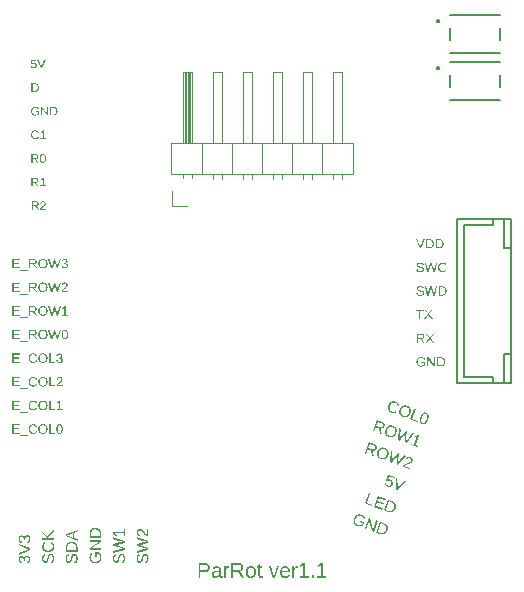
<source format=gto>
G04 EAGLE Gerber RS-274X export*
G75*
%MOMM*%
%FSLAX34Y34*%
%LPD*%
%INSilkscreen Top*%
%IPPOS*%
%AMOC8*
5,1,8,0,0,1.08239X$1,22.5*%
G01*
G04 Define Apertures*
%ADD10C,0.127000*%
%ADD11C,0.200000*%
%ADD12C,0.152400*%
%ADD13C,0.120000*%
G36*
X102455Y-95480D02*
X102134Y-95475D01*
X101808Y-95448D01*
X101478Y-95399D01*
X101142Y-95328D01*
X100801Y-95235D01*
X100455Y-95119D01*
X100113Y-94984D01*
X99789Y-94836D01*
X99484Y-94675D01*
X99197Y-94500D01*
X98929Y-94311D01*
X98679Y-94109D01*
X98448Y-93894D01*
X98235Y-93665D01*
X98042Y-93425D01*
X97870Y-93174D01*
X97719Y-92912D01*
X97589Y-92640D01*
X97480Y-92358D01*
X97391Y-92065D01*
X97324Y-91762D01*
X97277Y-91449D01*
X97251Y-91127D01*
X97246Y-90801D01*
X97262Y-90469D01*
X97299Y-90133D01*
X97357Y-89791D01*
X97435Y-89444D01*
X97535Y-89092D01*
X97656Y-88735D01*
X97868Y-88209D01*
X98107Y-87727D01*
X98373Y-87288D01*
X98666Y-86892D01*
X98985Y-86541D01*
X99330Y-86232D01*
X99702Y-85967D01*
X100101Y-85746D01*
X100521Y-85571D01*
X100956Y-85446D01*
X101406Y-85369D01*
X101872Y-85342D01*
X102353Y-85364D01*
X102850Y-85436D01*
X103361Y-85556D01*
X103888Y-85726D01*
X104228Y-85860D01*
X104549Y-86006D01*
X104853Y-86166D01*
X105139Y-86338D01*
X105407Y-86524D01*
X105657Y-86723D01*
X105890Y-86935D01*
X106104Y-87160D01*
X106299Y-87397D01*
X106474Y-87644D01*
X106627Y-87901D01*
X106760Y-88169D01*
X106872Y-88446D01*
X106963Y-88734D01*
X107033Y-89032D01*
X107083Y-89340D01*
X107112Y-89657D01*
X107119Y-89979D01*
X107105Y-90307D01*
X107070Y-90640D01*
X107013Y-90980D01*
X106935Y-91325D01*
X106836Y-91676D01*
X106716Y-92033D01*
X106579Y-92382D01*
X106429Y-92714D01*
X106266Y-93029D01*
X106090Y-93326D01*
X105901Y-93606D01*
X105699Y-93869D01*
X105484Y-94114D01*
X105255Y-94341D01*
X105016Y-94550D01*
X104767Y-94738D01*
X104510Y-94904D01*
X104243Y-95050D01*
X103966Y-95174D01*
X103681Y-95278D01*
X103386Y-95361D01*
X103082Y-95422D01*
X102771Y-95462D01*
X102455Y-95480D01*
G37*
%LPC*%
G36*
X102307Y-94379D02*
X102649Y-94348D01*
X102979Y-94279D01*
X103297Y-94170D01*
X103603Y-94023D01*
X103894Y-93838D01*
X104169Y-93619D01*
X104426Y-93365D01*
X104665Y-93076D01*
X104888Y-92753D01*
X105093Y-92394D01*
X105281Y-92001D01*
X105452Y-91573D01*
X105590Y-91153D01*
X105692Y-90747D01*
X105760Y-90354D01*
X105793Y-89974D01*
X105791Y-89607D01*
X105753Y-89253D01*
X105681Y-88913D01*
X105574Y-88586D01*
X105433Y-88276D01*
X105259Y-87989D01*
X105052Y-87725D01*
X104811Y-87483D01*
X104538Y-87263D01*
X104232Y-87065D01*
X103893Y-86890D01*
X103520Y-86737D01*
X103134Y-86614D01*
X102759Y-86528D01*
X102395Y-86481D01*
X102043Y-86471D01*
X101702Y-86500D01*
X101372Y-86567D01*
X101054Y-86671D01*
X100747Y-86814D01*
X100455Y-86993D01*
X100181Y-87206D01*
X99925Y-87452D01*
X99686Y-87733D01*
X99466Y-88047D01*
X99264Y-88395D01*
X99079Y-88777D01*
X98913Y-89193D01*
X98774Y-89616D01*
X98671Y-90027D01*
X98602Y-90425D01*
X98569Y-90811D01*
X98570Y-91185D01*
X98607Y-91547D01*
X98679Y-91896D01*
X98786Y-92233D01*
X98927Y-92551D01*
X99100Y-92846D01*
X99306Y-93117D01*
X99544Y-93365D01*
X99814Y-93588D01*
X100117Y-93787D01*
X100453Y-93963D01*
X100821Y-94115D01*
X101210Y-94239D01*
X101587Y-94325D01*
X101953Y-94371D01*
X102307Y-94379D01*
G37*
%LPD*%
G36*
X121282Y-59765D02*
X120961Y-59760D01*
X120635Y-59734D01*
X120304Y-59685D01*
X119968Y-59613D01*
X119627Y-59520D01*
X119282Y-59404D01*
X118939Y-59270D01*
X118615Y-59121D01*
X118310Y-58960D01*
X118023Y-58785D01*
X117755Y-58596D01*
X117506Y-58395D01*
X117275Y-58179D01*
X117062Y-57951D01*
X116869Y-57710D01*
X116697Y-57459D01*
X116546Y-57197D01*
X116416Y-56925D01*
X116306Y-56643D01*
X116218Y-56350D01*
X116150Y-56047D01*
X116104Y-55734D01*
X116078Y-55413D01*
X116073Y-55086D01*
X116089Y-54755D01*
X116126Y-54418D01*
X116183Y-54076D01*
X116262Y-53729D01*
X116362Y-53377D01*
X116482Y-53020D01*
X116695Y-52494D01*
X116934Y-52012D01*
X117200Y-51573D01*
X117492Y-51178D01*
X117811Y-50826D01*
X118157Y-50517D01*
X118529Y-50253D01*
X118928Y-50031D01*
X119348Y-49856D01*
X119783Y-49731D01*
X120233Y-49654D01*
X120699Y-49627D01*
X121180Y-49649D01*
X121676Y-49721D01*
X122188Y-49842D01*
X122715Y-50012D01*
X123054Y-50145D01*
X123376Y-50291D01*
X123680Y-50451D01*
X123966Y-50624D01*
X124234Y-50809D01*
X124484Y-51008D01*
X124716Y-51220D01*
X124931Y-51445D01*
X125126Y-51682D01*
X125300Y-51929D01*
X125454Y-52187D01*
X125587Y-52454D01*
X125699Y-52732D01*
X125790Y-53019D01*
X125860Y-53317D01*
X125910Y-53626D01*
X125938Y-53942D01*
X125945Y-54264D01*
X125931Y-54592D01*
X125896Y-54925D01*
X125840Y-55265D01*
X125762Y-55610D01*
X125663Y-55961D01*
X125543Y-56318D01*
X125406Y-56667D01*
X125256Y-56999D01*
X125093Y-57314D01*
X124917Y-57611D01*
X124728Y-57891D01*
X124526Y-58154D01*
X124310Y-58399D01*
X124082Y-58627D01*
X123843Y-58835D01*
X123594Y-59023D01*
X123336Y-59190D01*
X123069Y-59335D01*
X122793Y-59460D01*
X122507Y-59563D01*
X122213Y-59646D01*
X121909Y-59707D01*
X121598Y-59747D01*
X121282Y-59765D01*
G37*
%LPC*%
G36*
X121133Y-58665D02*
X121475Y-58634D01*
X121805Y-58564D01*
X122123Y-58455D01*
X122429Y-58308D01*
X122721Y-58123D01*
X122995Y-57904D01*
X123252Y-57650D01*
X123492Y-57362D01*
X123715Y-57038D01*
X123920Y-56679D01*
X124108Y-56286D01*
X124279Y-55858D01*
X124416Y-55438D01*
X124519Y-55032D01*
X124587Y-54639D01*
X124619Y-54259D01*
X124617Y-53892D01*
X124580Y-53539D01*
X124508Y-53198D01*
X124401Y-52871D01*
X124260Y-52562D01*
X124085Y-52275D01*
X123878Y-52010D01*
X123638Y-51768D01*
X123365Y-51548D01*
X123059Y-51350D01*
X122719Y-51175D01*
X122347Y-51023D01*
X121961Y-50899D01*
X121585Y-50813D01*
X121222Y-50766D01*
X120869Y-50756D01*
X120529Y-50785D01*
X120199Y-50852D01*
X119881Y-50957D01*
X119574Y-51100D01*
X119282Y-51278D01*
X119007Y-51491D01*
X118751Y-51738D01*
X118513Y-52018D01*
X118293Y-52332D01*
X118090Y-52680D01*
X117906Y-53062D01*
X117739Y-53478D01*
X117601Y-53901D01*
X117497Y-54312D01*
X117429Y-54710D01*
X117395Y-55097D01*
X117397Y-55470D01*
X117434Y-55832D01*
X117506Y-56181D01*
X117613Y-56518D01*
X117754Y-56837D01*
X117927Y-57132D01*
X118132Y-57403D01*
X118371Y-57650D01*
X118641Y-57873D01*
X118944Y-58072D01*
X119279Y-58248D01*
X119647Y-58400D01*
X120037Y-58524D01*
X120414Y-58610D01*
X120780Y-58657D01*
X121133Y-58665D01*
G37*
%LPD*%
G36*
X109296Y-76686D02*
X108975Y-76681D01*
X108649Y-76655D01*
X108318Y-76606D01*
X107982Y-76534D01*
X107641Y-76441D01*
X107295Y-76325D01*
X106953Y-76190D01*
X106629Y-76042D01*
X106324Y-75881D01*
X106037Y-75706D01*
X105769Y-75517D01*
X105519Y-75316D01*
X105288Y-75100D01*
X105076Y-74871D01*
X104883Y-74631D01*
X104711Y-74380D01*
X104560Y-74118D01*
X104430Y-73846D01*
X104320Y-73564D01*
X104232Y-73271D01*
X104164Y-72968D01*
X104117Y-72655D01*
X104092Y-72333D01*
X104087Y-72007D01*
X104103Y-71676D01*
X104139Y-71339D01*
X104197Y-70997D01*
X104276Y-70650D01*
X104375Y-70298D01*
X104496Y-69941D01*
X104709Y-69415D01*
X104948Y-68933D01*
X105214Y-68494D01*
X105506Y-68099D01*
X105825Y-67747D01*
X106171Y-67438D01*
X106543Y-67174D01*
X106942Y-66952D01*
X107361Y-66777D01*
X107796Y-66652D01*
X108247Y-66575D01*
X108713Y-66548D01*
X109194Y-66570D01*
X109690Y-66642D01*
X110202Y-66762D01*
X110729Y-66932D01*
X111068Y-67066D01*
X111390Y-67212D01*
X111693Y-67372D01*
X111979Y-67545D01*
X112247Y-67730D01*
X112498Y-67929D01*
X112730Y-68141D01*
X112944Y-68366D01*
X113140Y-68603D01*
X113314Y-68850D01*
X113468Y-69107D01*
X113600Y-69375D01*
X113712Y-69653D01*
X113803Y-69940D01*
X113874Y-70238D01*
X113923Y-70547D01*
X113952Y-70863D01*
X113959Y-71185D01*
X113945Y-71513D01*
X113910Y-71846D01*
X113853Y-72186D01*
X113776Y-72531D01*
X113677Y-72882D01*
X113556Y-73239D01*
X113420Y-73588D01*
X113270Y-73920D01*
X113107Y-74235D01*
X112931Y-74532D01*
X112742Y-74812D01*
X112539Y-75075D01*
X112324Y-75320D01*
X112096Y-75548D01*
X111856Y-75756D01*
X111608Y-75944D01*
X111350Y-76110D01*
X111083Y-76256D01*
X110807Y-76381D01*
X110521Y-76484D01*
X110227Y-76567D01*
X109923Y-76628D01*
X109612Y-76668D01*
X109296Y-76686D01*
G37*
%LPC*%
G36*
X109147Y-75585D02*
X109489Y-75555D01*
X109819Y-75485D01*
X110137Y-75376D01*
X110443Y-75229D01*
X110735Y-75044D01*
X111009Y-74825D01*
X111266Y-74571D01*
X111506Y-74282D01*
X111728Y-73959D01*
X111934Y-73600D01*
X112122Y-73207D01*
X112293Y-72779D01*
X112430Y-72359D01*
X112533Y-71953D01*
X112601Y-71560D01*
X112633Y-71180D01*
X112631Y-70813D01*
X112594Y-70460D01*
X112522Y-70119D01*
X112415Y-69792D01*
X112273Y-69483D01*
X112099Y-69196D01*
X111892Y-68931D01*
X111652Y-68689D01*
X111379Y-68469D01*
X111072Y-68271D01*
X110733Y-68096D01*
X110361Y-67943D01*
X109974Y-67820D01*
X109599Y-67734D01*
X109236Y-67687D01*
X108883Y-67677D01*
X108542Y-67706D01*
X108213Y-67773D01*
X107894Y-67878D01*
X107588Y-68020D01*
X107296Y-68199D01*
X107021Y-68412D01*
X106765Y-68659D01*
X106527Y-68939D01*
X106306Y-69253D01*
X106104Y-69601D01*
X105920Y-69983D01*
X105753Y-70399D01*
X105614Y-70822D01*
X105511Y-71233D01*
X105442Y-71631D01*
X105409Y-72017D01*
X105411Y-72391D01*
X105448Y-72753D01*
X105519Y-73102D01*
X105627Y-73439D01*
X105767Y-73758D01*
X105941Y-74053D01*
X106146Y-74324D01*
X106384Y-74571D01*
X106655Y-74794D01*
X106958Y-74993D01*
X107293Y-75169D01*
X107661Y-75321D01*
X108050Y-75445D01*
X108428Y-75531D01*
X108793Y-75578D01*
X109147Y-75585D01*
G37*
%LPD*%
G36*
X108732Y-140193D02*
X108420Y-140189D01*
X108104Y-140164D01*
X107785Y-140118D01*
X107463Y-140050D01*
X107138Y-139962D01*
X106809Y-139852D01*
X103393Y-138609D01*
X106717Y-129477D01*
X109737Y-130576D01*
X110294Y-130800D01*
X110805Y-131047D01*
X111269Y-131319D01*
X111687Y-131615D01*
X112058Y-131936D01*
X112383Y-132280D01*
X112662Y-132650D01*
X112894Y-133043D01*
X113078Y-133457D01*
X113212Y-133887D01*
X113295Y-134333D01*
X113327Y-134796D01*
X113309Y-135275D01*
X113240Y-135770D01*
X113121Y-136282D01*
X112951Y-136810D01*
X112816Y-137155D01*
X112667Y-137482D01*
X112506Y-137792D01*
X112331Y-138085D01*
X112143Y-138360D01*
X111942Y-138618D01*
X111728Y-138859D01*
X111500Y-139082D01*
X111261Y-139287D01*
X111014Y-139470D01*
X110758Y-139633D01*
X110493Y-139776D01*
X110220Y-139897D01*
X109938Y-139998D01*
X109647Y-140078D01*
X109347Y-140137D01*
X109041Y-140176D01*
X108732Y-140193D01*
G37*
%LPC*%
G36*
X108487Y-139059D02*
X108722Y-139043D01*
X108954Y-139011D01*
X109181Y-138962D01*
X109401Y-138897D01*
X109615Y-138815D01*
X109823Y-138718D01*
X110023Y-138604D01*
X110217Y-138474D01*
X110405Y-138328D01*
X110586Y-138166D01*
X110759Y-137989D01*
X110922Y-137798D01*
X111076Y-137593D01*
X111221Y-137373D01*
X111356Y-137140D01*
X111482Y-136893D01*
X111599Y-136632D01*
X111706Y-136357D01*
X111842Y-135940D01*
X111939Y-135538D01*
X111998Y-135150D01*
X112019Y-134776D01*
X112001Y-134418D01*
X111945Y-134074D01*
X111851Y-133744D01*
X111719Y-133430D01*
X111549Y-133132D01*
X111344Y-132852D01*
X111102Y-132590D01*
X110824Y-132347D01*
X110510Y-132122D01*
X110159Y-131916D01*
X109773Y-131728D01*
X109350Y-131558D01*
X107594Y-130919D01*
X104992Y-138068D01*
X107027Y-138809D01*
X107277Y-138892D01*
X107524Y-138958D01*
X107769Y-139008D01*
X108011Y-139042D01*
X108251Y-139059D01*
X108487Y-139059D01*
G37*
%LPD*%
G36*
X101888Y-158985D02*
X101576Y-158981D01*
X101260Y-158956D01*
X100941Y-158910D01*
X100619Y-158843D01*
X100293Y-158754D01*
X99964Y-158644D01*
X96549Y-157401D01*
X99872Y-148269D01*
X102893Y-149369D01*
X103449Y-149592D01*
X103960Y-149840D01*
X104424Y-150111D01*
X104842Y-150408D01*
X105214Y-150728D01*
X105539Y-151073D01*
X105817Y-151442D01*
X106050Y-151835D01*
X106234Y-152249D01*
X106367Y-152679D01*
X106450Y-153125D01*
X106483Y-153588D01*
X106464Y-154067D01*
X106396Y-154563D01*
X106276Y-155075D01*
X106106Y-155603D01*
X105971Y-155947D01*
X105823Y-156275D01*
X105661Y-156584D01*
X105486Y-156877D01*
X105299Y-157152D01*
X105097Y-157411D01*
X104883Y-157651D01*
X104655Y-157875D01*
X104417Y-158079D01*
X104170Y-158263D01*
X103914Y-158426D01*
X103649Y-158568D01*
X103376Y-158690D01*
X103093Y-158790D01*
X102802Y-158870D01*
X102503Y-158930D01*
X102197Y-158968D01*
X101888Y-158985D01*
G37*
%LPC*%
G36*
X101643Y-157852D02*
X101877Y-157836D01*
X102109Y-157803D01*
X102336Y-157754D01*
X102557Y-157689D01*
X102771Y-157608D01*
X102978Y-157510D01*
X103179Y-157396D01*
X103373Y-157267D01*
X103560Y-157121D01*
X103741Y-156958D01*
X103914Y-156781D01*
X104078Y-156590D01*
X104232Y-156385D01*
X104377Y-156166D01*
X104512Y-155933D01*
X104638Y-155686D01*
X104755Y-155425D01*
X104862Y-155150D01*
X104997Y-154733D01*
X105094Y-154330D01*
X105153Y-153942D01*
X105174Y-153569D01*
X105156Y-153210D01*
X105101Y-152866D01*
X105007Y-152537D01*
X104874Y-152222D01*
X104705Y-151924D01*
X104499Y-151644D01*
X104257Y-151383D01*
X103979Y-151139D01*
X103665Y-150915D01*
X103315Y-150708D01*
X102928Y-150520D01*
X102506Y-150351D01*
X100749Y-149712D01*
X98148Y-156860D01*
X100183Y-157601D01*
X100432Y-157684D01*
X100680Y-157751D01*
X100924Y-157801D01*
X101166Y-157834D01*
X101406Y-157851D01*
X101643Y-157852D01*
G37*
%LPD*%
G36*
X136646Y-65532D02*
X136278Y-65505D01*
X135900Y-65431D01*
X135511Y-65311D01*
X135137Y-65154D01*
X134800Y-64968D01*
X134502Y-64753D01*
X134241Y-64510D01*
X134019Y-64238D01*
X133835Y-63938D01*
X133690Y-63609D01*
X133582Y-63251D01*
X133512Y-62867D01*
X133479Y-62457D01*
X133484Y-62022D01*
X133526Y-61561D01*
X133605Y-61075D01*
X133721Y-60563D01*
X133874Y-60026D01*
X134065Y-59464D01*
X134284Y-58899D01*
X134514Y-58379D01*
X134755Y-57905D01*
X135006Y-57476D01*
X135268Y-57093D01*
X135540Y-56756D01*
X135823Y-56464D01*
X136116Y-56218D01*
X136422Y-56018D01*
X136743Y-55865D01*
X137078Y-55758D01*
X137427Y-55699D01*
X137791Y-55686D01*
X138170Y-55720D01*
X138563Y-55800D01*
X138970Y-55928D01*
X139354Y-56089D01*
X139698Y-56277D01*
X140001Y-56492D01*
X140265Y-56735D01*
X140489Y-57005D01*
X140673Y-57303D01*
X140817Y-57628D01*
X140921Y-57981D01*
X140986Y-58361D01*
X141015Y-58768D01*
X141006Y-59201D01*
X140961Y-59662D01*
X140879Y-60149D01*
X140760Y-60664D01*
X140603Y-61205D01*
X140410Y-61773D01*
X140195Y-62324D01*
X139968Y-62831D01*
X139727Y-63296D01*
X139474Y-63717D01*
X139208Y-64095D01*
X138929Y-64431D01*
X138637Y-64723D01*
X138332Y-64973D01*
X138015Y-65178D01*
X137688Y-65336D01*
X137351Y-65448D01*
X137004Y-65513D01*
X136646Y-65532D01*
G37*
%LPC*%
G36*
X136613Y-64487D02*
X136847Y-64458D01*
X137075Y-64394D01*
X137295Y-64296D01*
X137509Y-64162D01*
X137716Y-63993D01*
X137918Y-63788D01*
X138116Y-63547D01*
X138310Y-63270D01*
X138500Y-62957D01*
X138687Y-62608D01*
X138870Y-62222D01*
X139049Y-61800D01*
X139224Y-61342D01*
X139391Y-60862D01*
X139530Y-60411D01*
X139644Y-59989D01*
X139730Y-59595D01*
X139790Y-59231D01*
X139823Y-58895D01*
X139830Y-58589D01*
X139810Y-58311D01*
X139762Y-58058D01*
X139686Y-57826D01*
X139581Y-57614D01*
X139447Y-57424D01*
X139285Y-57255D01*
X139094Y-57107D01*
X138874Y-56980D01*
X138626Y-56874D01*
X138362Y-56793D01*
X138106Y-56747D01*
X137860Y-56735D01*
X137622Y-56757D01*
X137394Y-56813D01*
X137174Y-56903D01*
X136963Y-57028D01*
X136762Y-57187D01*
X136566Y-57383D01*
X136371Y-57620D01*
X136179Y-57897D01*
X135988Y-58215D01*
X135800Y-58574D01*
X135613Y-58973D01*
X135428Y-59413D01*
X135245Y-59893D01*
X135081Y-60366D01*
X134944Y-60811D01*
X134834Y-61229D01*
X134751Y-61620D01*
X134695Y-61984D01*
X134665Y-62320D01*
X134662Y-62630D01*
X134685Y-62912D01*
X134736Y-63169D01*
X134815Y-63405D01*
X134922Y-63619D01*
X135056Y-63812D01*
X135218Y-63982D01*
X135408Y-64131D01*
X135626Y-64258D01*
X135871Y-64363D01*
X136125Y-64440D01*
X136373Y-64481D01*
X136613Y-64487D01*
G37*
%LPD*%
G36*
X101587Y-74101D02*
X100161Y-73582D01*
X99169Y-68927D01*
X96324Y-67891D01*
X94944Y-71683D01*
X93706Y-71232D01*
X97029Y-62100D01*
X101326Y-63664D01*
X101697Y-63812D01*
X102038Y-63972D01*
X102349Y-64147D01*
X102630Y-64334D01*
X102882Y-64536D01*
X103103Y-64751D01*
X103295Y-64979D01*
X103457Y-65222D01*
X103588Y-65474D01*
X103686Y-65734D01*
X103752Y-66001D01*
X103786Y-66276D01*
X103787Y-66558D01*
X103756Y-66848D01*
X103693Y-67144D01*
X103597Y-67449D01*
X103497Y-67695D01*
X103382Y-67924D01*
X103252Y-68136D01*
X103108Y-68331D01*
X102948Y-68510D01*
X102774Y-68671D01*
X102585Y-68816D01*
X102381Y-68944D01*
X102166Y-69053D01*
X101942Y-69140D01*
X101710Y-69207D01*
X101610Y-69226D01*
X101470Y-69252D01*
X101221Y-69277D01*
X100964Y-69280D01*
X100699Y-69262D01*
X100426Y-69223D01*
X100920Y-71299D01*
X101587Y-74101D01*
G37*
%LPC*%
G36*
X100782Y-68204D02*
X100979Y-68187D01*
X101168Y-68150D01*
X101347Y-68094D01*
X101516Y-68020D01*
X101673Y-67928D01*
X101816Y-67818D01*
X101948Y-67692D01*
X102067Y-67547D01*
X102173Y-67385D01*
X102267Y-67206D01*
X102348Y-67009D01*
X102410Y-66812D01*
X102450Y-66621D01*
X102470Y-66436D01*
X102468Y-66257D01*
X102445Y-66083D01*
X102401Y-65915D01*
X102336Y-65753D01*
X102249Y-65597D01*
X102142Y-65447D01*
X102015Y-65304D01*
X101869Y-65170D01*
X101703Y-65043D01*
X101517Y-64923D01*
X101312Y-64812D01*
X101087Y-64708D01*
X100842Y-64611D01*
X97906Y-63543D01*
X96680Y-66913D01*
X99668Y-68000D01*
X99908Y-68080D01*
X100140Y-68140D01*
X100362Y-68180D01*
X100577Y-68202D01*
X100782Y-68204D01*
G37*
%LPD*%
G36*
X94746Y-92894D02*
X93320Y-92376D01*
X92328Y-87721D01*
X89483Y-86685D01*
X88103Y-90477D01*
X86865Y-90026D01*
X90189Y-80894D01*
X94486Y-82458D01*
X94857Y-82605D01*
X95198Y-82766D01*
X95509Y-82940D01*
X95790Y-83128D01*
X96041Y-83330D01*
X96263Y-83545D01*
X96455Y-83773D01*
X96617Y-84015D01*
X96747Y-84268D01*
X96846Y-84528D01*
X96912Y-84795D01*
X96946Y-85070D01*
X96947Y-85352D01*
X96916Y-85642D01*
X96852Y-85938D01*
X96756Y-86242D01*
X96656Y-86488D01*
X96542Y-86718D01*
X96412Y-86930D01*
X96267Y-87125D01*
X96108Y-87304D01*
X95934Y-87465D01*
X95745Y-87610D01*
X95541Y-87738D01*
X95325Y-87846D01*
X95101Y-87934D01*
X94869Y-88001D01*
X94770Y-88020D01*
X94629Y-88046D01*
X94381Y-88071D01*
X94124Y-88074D01*
X93859Y-88056D01*
X93586Y-88017D01*
X94080Y-90093D01*
X94746Y-92894D01*
G37*
%LPC*%
G36*
X93942Y-86998D02*
X94139Y-86980D01*
X94327Y-86944D01*
X94507Y-86888D01*
X94676Y-86814D01*
X94832Y-86722D01*
X94976Y-86612D01*
X95107Y-86485D01*
X95226Y-86341D01*
X95332Y-86179D01*
X95426Y-86000D01*
X95507Y-85803D01*
X95569Y-85606D01*
X95610Y-85415D01*
X95629Y-85230D01*
X95628Y-85051D01*
X95605Y-84877D01*
X95561Y-84709D01*
X95495Y-84547D01*
X95408Y-84390D01*
X95301Y-84240D01*
X95175Y-84098D01*
X95028Y-83964D01*
X94862Y-83837D01*
X94677Y-83717D01*
X94471Y-83605D01*
X94246Y-83501D01*
X94002Y-83405D01*
X91066Y-82336D01*
X89839Y-85707D01*
X92827Y-86794D01*
X93067Y-86873D01*
X93299Y-86933D01*
X93522Y-86974D01*
X93736Y-86996D01*
X93942Y-86998D01*
G37*
%LPD*%
G36*
X115450Y-100430D02*
X113972Y-99892D01*
X114502Y-93516D01*
X114587Y-92687D01*
X114758Y-91400D01*
X114015Y-92554D01*
X112832Y-94248D01*
X109883Y-98404D01*
X108405Y-97866D01*
X109039Y-87755D01*
X110329Y-88225D01*
X109857Y-94622D01*
X109735Y-95829D01*
X109579Y-97060D01*
X110505Y-95636D01*
X111800Y-93793D01*
X114664Y-89803D01*
X115851Y-90234D01*
X115370Y-96496D01*
X115225Y-97901D01*
X115081Y-99063D01*
X115222Y-98857D01*
X115950Y-97746D01*
X117146Y-96046D01*
X120173Y-91808D01*
X121463Y-92277D01*
X115450Y-100430D01*
G37*
G36*
X122290Y-81636D02*
X120813Y-81098D01*
X121342Y-74722D01*
X121428Y-73893D01*
X121599Y-72606D01*
X120856Y-73760D01*
X119672Y-75454D01*
X116723Y-79610D01*
X115245Y-79072D01*
X115879Y-68961D01*
X117169Y-69431D01*
X116698Y-75828D01*
X116576Y-77035D01*
X116419Y-78266D01*
X117345Y-76842D01*
X118640Y-74999D01*
X121505Y-71009D01*
X122691Y-71440D01*
X122210Y-77702D01*
X122066Y-79107D01*
X121922Y-80269D01*
X122063Y-80063D01*
X122790Y-78952D01*
X123987Y-77253D01*
X127014Y-73014D01*
X128303Y-73483D01*
X122290Y-81636D01*
G37*
G36*
X94390Y-156615D02*
X92899Y-156073D01*
X90843Y-146517D01*
X90647Y-147158D01*
X90285Y-148252D01*
X88077Y-154318D01*
X86976Y-153917D01*
X90299Y-144785D01*
X91738Y-145309D01*
X93827Y-154935D01*
X94167Y-153819D01*
X94419Y-153066D01*
X96599Y-147078D01*
X97714Y-147484D01*
X94390Y-156615D01*
G37*
G36*
X83233Y-152243D02*
X82631Y-152224D01*
X82329Y-152193D01*
X82025Y-152147D01*
X81721Y-152087D01*
X81415Y-152011D01*
X81109Y-151921D01*
X80801Y-151816D01*
X80453Y-151679D01*
X80123Y-151529D01*
X79812Y-151365D01*
X79520Y-151189D01*
X79247Y-150998D01*
X78992Y-150795D01*
X78757Y-150578D01*
X78540Y-150347D01*
X78343Y-150105D01*
X78167Y-149853D01*
X78012Y-149591D01*
X77878Y-149319D01*
X77766Y-149036D01*
X77674Y-148743D01*
X77603Y-148441D01*
X77553Y-148128D01*
X77525Y-147807D01*
X77517Y-147480D01*
X77532Y-147148D01*
X77567Y-146811D01*
X77624Y-146468D01*
X77703Y-146119D01*
X77803Y-145764D01*
X77924Y-145404D01*
X78139Y-144871D01*
X78381Y-144382D01*
X78647Y-143939D01*
X78940Y-143541D01*
X79259Y-143187D01*
X79603Y-142879D01*
X79973Y-142615D01*
X80369Y-142397D01*
X80787Y-142225D01*
X81220Y-142103D01*
X81670Y-142029D01*
X82136Y-142005D01*
X82618Y-142029D01*
X83117Y-142103D01*
X83632Y-142226D01*
X84164Y-142398D01*
X84531Y-142540D01*
X84875Y-142693D01*
X85195Y-142855D01*
X85491Y-143026D01*
X85764Y-143207D01*
X86013Y-143397D01*
X86238Y-143597D01*
X86440Y-143806D01*
X86620Y-144027D01*
X86779Y-144263D01*
X86917Y-144513D01*
X87035Y-144777D01*
X87133Y-145055D01*
X87209Y-145348D01*
X87266Y-145655D01*
X87301Y-145977D01*
X85994Y-145897D01*
X85914Y-145457D01*
X85777Y-145056D01*
X85687Y-144871D01*
X85584Y-144695D01*
X85466Y-144529D01*
X85335Y-144373D01*
X85029Y-144085D01*
X84665Y-143826D01*
X84461Y-143708D01*
X84243Y-143597D01*
X84010Y-143493D01*
X83763Y-143397D01*
X83374Y-143272D01*
X82997Y-143186D01*
X82633Y-143138D01*
X82281Y-143128D01*
X81942Y-143157D01*
X81615Y-143224D01*
X81300Y-143329D01*
X80998Y-143473D01*
X80710Y-143653D01*
X80440Y-143867D01*
X80187Y-144114D01*
X79952Y-144396D01*
X79733Y-144712D01*
X79532Y-145061D01*
X79348Y-145444D01*
X79182Y-145862D01*
X79042Y-146288D01*
X78939Y-146701D01*
X78871Y-147102D01*
X78840Y-147491D01*
X78845Y-147866D01*
X78886Y-148229D01*
X78962Y-148579D01*
X79075Y-148917D01*
X79222Y-149236D01*
X79402Y-149532D01*
X79615Y-149804D01*
X79860Y-150053D01*
X80138Y-150278D01*
X80448Y-150479D01*
X80791Y-150657D01*
X81167Y-150812D01*
X81613Y-150955D01*
X82056Y-151058D01*
X82497Y-151123D01*
X82935Y-151147D01*
X83358Y-151133D01*
X83753Y-151081D01*
X84119Y-150992D01*
X84458Y-150865D01*
X85057Y-149219D01*
X82329Y-148225D01*
X82706Y-147188D01*
X86575Y-148597D01*
X85429Y-151747D01*
X84919Y-151956D01*
X84383Y-152108D01*
X83821Y-152204D01*
X83233Y-152243D01*
G37*
G36*
X101748Y-138010D02*
X94554Y-135392D01*
X97878Y-126260D01*
X104806Y-128782D01*
X104438Y-129793D01*
X98748Y-127722D01*
X97682Y-130651D01*
X102983Y-132581D01*
X102620Y-133579D01*
X97318Y-131649D01*
X96160Y-134831D01*
X102116Y-136999D01*
X101748Y-138010D01*
G37*
G36*
X111327Y-56237D02*
X111005Y-56217D01*
X110679Y-56175D01*
X110350Y-56110D01*
X110018Y-56022D01*
X109683Y-55911D01*
X109346Y-55778D01*
X109029Y-55632D01*
X108729Y-55472D01*
X108447Y-55299D01*
X108184Y-55111D01*
X107939Y-54911D01*
X107712Y-54696D01*
X107503Y-54468D01*
X107314Y-54228D01*
X107145Y-53978D01*
X106996Y-53718D01*
X106869Y-53448D01*
X106762Y-53168D01*
X106675Y-52878D01*
X106609Y-52579D01*
X106564Y-52269D01*
X106539Y-51951D01*
X106536Y-51627D01*
X106553Y-51297D01*
X106591Y-50961D01*
X106651Y-50618D01*
X106731Y-50269D01*
X106832Y-49914D01*
X106954Y-49552D01*
X107166Y-49028D01*
X107404Y-48546D01*
X107668Y-48108D01*
X107958Y-47712D01*
X108274Y-47359D01*
X108617Y-47050D01*
X108985Y-46783D01*
X109379Y-46560D01*
X109794Y-46382D01*
X110223Y-46253D01*
X110666Y-46174D01*
X111124Y-46143D01*
X111595Y-46161D01*
X112082Y-46229D01*
X112582Y-46345D01*
X113096Y-46511D01*
X113450Y-46650D01*
X113783Y-46801D01*
X114093Y-46964D01*
X114383Y-47140D01*
X114651Y-47329D01*
X114897Y-47529D01*
X115122Y-47742D01*
X115326Y-47968D01*
X115507Y-48205D01*
X115666Y-48454D01*
X115803Y-48714D01*
X115917Y-48985D01*
X116009Y-49268D01*
X116078Y-49561D01*
X116125Y-49867D01*
X116149Y-50183D01*
X114834Y-50145D01*
X114819Y-49921D01*
X114788Y-49703D01*
X114740Y-49494D01*
X114676Y-49291D01*
X114596Y-49096D01*
X114499Y-48908D01*
X114386Y-48728D01*
X114257Y-48555D01*
X114113Y-48391D01*
X113956Y-48237D01*
X113786Y-48093D01*
X113603Y-47959D01*
X113407Y-47836D01*
X113198Y-47723D01*
X112976Y-47619D01*
X112741Y-47526D01*
X112367Y-47408D01*
X112003Y-47327D01*
X111649Y-47284D01*
X111305Y-47280D01*
X110970Y-47313D01*
X110646Y-47385D01*
X110332Y-47495D01*
X110027Y-47643D01*
X109737Y-47826D01*
X109465Y-48042D01*
X109211Y-48289D01*
X108975Y-48569D01*
X108757Y-48881D01*
X108557Y-49225D01*
X108375Y-49602D01*
X108212Y-50010D01*
X108076Y-50424D01*
X107976Y-50828D01*
X107911Y-51221D01*
X107880Y-51604D01*
X107885Y-51976D01*
X107924Y-52338D01*
X107998Y-52689D01*
X108107Y-53029D01*
X108250Y-53352D01*
X108423Y-53649D01*
X108627Y-53922D01*
X108862Y-54170D01*
X109128Y-54394D01*
X109425Y-54592D01*
X109752Y-54766D01*
X110111Y-54914D01*
X110350Y-54993D01*
X110587Y-55054D01*
X110821Y-55097D01*
X111054Y-55123D01*
X111285Y-55131D01*
X111513Y-55122D01*
X111740Y-55095D01*
X111964Y-55051D01*
X112187Y-54989D01*
X112407Y-54910D01*
X112625Y-54813D01*
X112842Y-54698D01*
X113268Y-54417D01*
X113686Y-54065D01*
X114513Y-54939D01*
X114261Y-55171D01*
X114001Y-55380D01*
X113733Y-55567D01*
X113457Y-55730D01*
X113174Y-55871D01*
X112882Y-55989D01*
X112583Y-56085D01*
X112275Y-56157D01*
X111963Y-56207D01*
X111647Y-56233D01*
X111327Y-56237D01*
G37*
G36*
X107490Y-118728D02*
X107148Y-118707D01*
X106796Y-118652D01*
X106432Y-118563D01*
X106057Y-118442D01*
X105749Y-118320D01*
X105462Y-118186D01*
X105197Y-118040D01*
X104954Y-117882D01*
X104733Y-117713D01*
X104533Y-117532D01*
X104355Y-117339D01*
X104199Y-117134D01*
X104065Y-116919D01*
X103956Y-116695D01*
X103870Y-116461D01*
X103807Y-116219D01*
X103769Y-115968D01*
X103754Y-115707D01*
X103762Y-115438D01*
X103795Y-115159D01*
X105024Y-115453D01*
X105019Y-115810D01*
X105065Y-116139D01*
X105164Y-116438D01*
X105314Y-116709D01*
X105515Y-116950D01*
X105768Y-117162D01*
X106073Y-117345D01*
X106430Y-117498D01*
X106662Y-117573D01*
X106887Y-117625D01*
X107106Y-117654D01*
X107319Y-117661D01*
X107526Y-117646D01*
X107726Y-117609D01*
X107920Y-117549D01*
X108107Y-117467D01*
X108286Y-117364D01*
X108453Y-117241D01*
X108608Y-117100D01*
X108751Y-116939D01*
X108882Y-116758D01*
X109002Y-116559D01*
X109110Y-116340D01*
X109206Y-116101D01*
X109274Y-115888D01*
X109322Y-115679D01*
X109349Y-115474D01*
X109356Y-115273D01*
X109342Y-115077D01*
X109308Y-114885D01*
X109254Y-114697D01*
X109179Y-114513D01*
X109084Y-114338D01*
X108973Y-114175D01*
X108843Y-114025D01*
X108696Y-113886D01*
X108531Y-113760D01*
X108348Y-113647D01*
X108148Y-113546D01*
X107930Y-113457D01*
X107694Y-113382D01*
X107459Y-113328D01*
X107226Y-113296D01*
X106994Y-113285D01*
X106758Y-113299D01*
X106513Y-113338D01*
X106258Y-113403D01*
X105994Y-113494D01*
X104853Y-113079D01*
X106946Y-108277D01*
X112137Y-110166D01*
X111776Y-111158D01*
X107648Y-109655D01*
X106418Y-112489D01*
X106663Y-112423D01*
X106913Y-112380D01*
X107168Y-112359D01*
X107428Y-112361D01*
X107693Y-112385D01*
X107963Y-112431D01*
X108237Y-112500D01*
X108517Y-112592D01*
X108840Y-112724D01*
X109138Y-112874D01*
X109410Y-113043D01*
X109656Y-113230D01*
X109875Y-113436D01*
X110069Y-113660D01*
X110236Y-113903D01*
X110377Y-114164D01*
X110490Y-114438D01*
X110573Y-114717D01*
X110625Y-115002D01*
X110646Y-115293D01*
X110637Y-115590D01*
X110598Y-115893D01*
X110528Y-116202D01*
X110427Y-116517D01*
X110286Y-116863D01*
X110125Y-117181D01*
X109944Y-117470D01*
X109743Y-117730D01*
X109522Y-117961D01*
X109281Y-118162D01*
X109021Y-118335D01*
X108741Y-118479D01*
X108445Y-118591D01*
X108138Y-118671D01*
X107819Y-118716D01*
X107490Y-118728D01*
G37*
G36*
X114959Y-121535D02*
X113676Y-121068D01*
X113273Y-110580D01*
X114576Y-111054D01*
X114763Y-118403D01*
X114720Y-120215D01*
X115852Y-118799D01*
X120707Y-113285D01*
X122009Y-113760D01*
X114959Y-121535D01*
G37*
G36*
X124910Y-103873D02*
X118863Y-101672D01*
X119163Y-100849D01*
X119471Y-100545D01*
X119790Y-100269D01*
X120118Y-100023D01*
X120457Y-99805D01*
X121147Y-99430D01*
X121841Y-99119D01*
X122528Y-98857D01*
X123198Y-98626D01*
X123834Y-98403D01*
X124421Y-98161D01*
X124692Y-98030D01*
X124945Y-97886D01*
X125181Y-97730D01*
X125398Y-97563D01*
X125593Y-97376D01*
X125761Y-97163D01*
X125902Y-96923D01*
X126017Y-96658D01*
X126077Y-96473D01*
X126119Y-96293D01*
X126143Y-96119D01*
X126150Y-95950D01*
X126139Y-95787D01*
X126111Y-95629D01*
X126065Y-95477D01*
X126001Y-95331D01*
X125921Y-95191D01*
X125825Y-95061D01*
X125714Y-94940D01*
X125588Y-94828D01*
X125446Y-94725D01*
X125288Y-94631D01*
X125116Y-94546D01*
X124927Y-94470D01*
X124743Y-94410D01*
X124562Y-94366D01*
X124384Y-94337D01*
X124211Y-94324D01*
X124040Y-94327D01*
X123874Y-94345D01*
X123552Y-94428D01*
X123398Y-94493D01*
X123254Y-94572D01*
X123118Y-94667D01*
X122991Y-94776D01*
X122873Y-94899D01*
X122763Y-95038D01*
X122663Y-95191D01*
X122571Y-95359D01*
X121418Y-94815D01*
X121558Y-94564D01*
X121714Y-94334D01*
X121886Y-94126D01*
X122073Y-93940D01*
X122277Y-93775D01*
X122496Y-93632D01*
X122732Y-93510D01*
X122983Y-93410D01*
X123245Y-93334D01*
X123515Y-93283D01*
X123791Y-93257D01*
X124074Y-93257D01*
X124364Y-93282D01*
X124661Y-93333D01*
X124965Y-93409D01*
X125276Y-93511D01*
X125608Y-93643D01*
X125912Y-93788D01*
X126189Y-93947D01*
X126438Y-94118D01*
X126660Y-94303D01*
X126855Y-94500D01*
X127022Y-94711D01*
X127162Y-94935D01*
X127273Y-95169D01*
X127355Y-95413D01*
X127408Y-95665D01*
X127431Y-95926D01*
X127425Y-96195D01*
X127390Y-96473D01*
X127325Y-96760D01*
X127230Y-97055D01*
X127119Y-97315D01*
X126977Y-97563D01*
X126805Y-97799D01*
X126603Y-98023D01*
X126371Y-98236D01*
X126110Y-98438D01*
X125819Y-98629D01*
X125498Y-98810D01*
X125095Y-99001D01*
X124556Y-99225D01*
X123072Y-99769D01*
X122192Y-100105D01*
X121817Y-100271D01*
X121486Y-100436D01*
X121193Y-100604D01*
X120932Y-100778D01*
X120704Y-100960D01*
X120508Y-101148D01*
X125271Y-102882D01*
X124910Y-103873D01*
G37*
G36*
X131770Y-85087D02*
X126047Y-83004D01*
X126408Y-82012D01*
X128735Y-82859D01*
X131292Y-75833D01*
X128696Y-76554D01*
X129097Y-75453D01*
X131795Y-74754D01*
X132871Y-75146D01*
X129908Y-83286D01*
X132131Y-84095D01*
X131770Y-85087D01*
G37*
G36*
X131425Y-63677D02*
X125572Y-61547D01*
X128896Y-52415D01*
X130134Y-52866D01*
X127178Y-60987D01*
X131793Y-62666D01*
X131425Y-63677D01*
G37*
G36*
X93036Y-134839D02*
X87184Y-132709D01*
X90507Y-123577D01*
X91745Y-124028D01*
X88789Y-132149D01*
X93404Y-133828D01*
X93036Y-134839D01*
G37*
G36*
X141517Y83234D02*
X138566Y83234D01*
X138566Y91124D01*
X141175Y91124D01*
X141662Y91109D01*
X142121Y91062D01*
X142550Y90983D01*
X142951Y90873D01*
X143324Y90732D01*
X143668Y90559D01*
X143983Y90355D01*
X144269Y90119D01*
X144525Y89855D01*
X144746Y89564D01*
X144933Y89246D01*
X145086Y88902D01*
X145205Y88531D01*
X145290Y88134D01*
X145342Y87711D01*
X145359Y87260D01*
X145351Y86960D01*
X145329Y86669D01*
X145292Y86388D01*
X145240Y86116D01*
X145173Y85854D01*
X145091Y85601D01*
X144994Y85358D01*
X144883Y85124D01*
X144757Y84902D01*
X144620Y84693D01*
X144470Y84498D01*
X144307Y84315D01*
X144132Y84147D01*
X143945Y83992D01*
X143745Y83850D01*
X143533Y83721D01*
X143310Y83607D01*
X143079Y83508D01*
X142840Y83424D01*
X142592Y83356D01*
X142336Y83303D01*
X142071Y83264D01*
X141798Y83242D01*
X141517Y83234D01*
G37*
%LPC*%
G36*
X141394Y84091D02*
X141815Y84115D01*
X142209Y84186D01*
X142578Y84305D01*
X142920Y84472D01*
X143230Y84683D01*
X143501Y84936D01*
X143735Y85232D01*
X143931Y85569D01*
X144085Y85944D01*
X144195Y86350D01*
X144261Y86789D01*
X144283Y87260D01*
X144271Y87616D01*
X144233Y87950D01*
X144170Y88263D01*
X144082Y88553D01*
X143969Y88822D01*
X143831Y89069D01*
X143668Y89294D01*
X143480Y89498D01*
X143268Y89678D01*
X143033Y89834D01*
X142776Y89967D01*
X142496Y90075D01*
X142194Y90159D01*
X141870Y90219D01*
X141523Y90256D01*
X141153Y90268D01*
X139635Y90268D01*
X139635Y84091D01*
X141394Y84091D01*
G37*
%LPD*%
G36*
X149798Y83234D02*
X146847Y83234D01*
X146847Y91124D01*
X149457Y91124D01*
X149944Y91109D01*
X150402Y91062D01*
X150831Y90983D01*
X151233Y90873D01*
X151605Y90732D01*
X151949Y90559D01*
X152264Y90355D01*
X152551Y90119D01*
X152806Y89855D01*
X153027Y89564D01*
X153214Y89246D01*
X153368Y88902D01*
X153487Y88531D01*
X153572Y88134D01*
X153623Y87711D01*
X153640Y87260D01*
X153632Y86960D01*
X153610Y86669D01*
X153573Y86388D01*
X153521Y86116D01*
X153454Y85854D01*
X153372Y85601D01*
X153275Y85358D01*
X153164Y85124D01*
X153039Y84902D01*
X152901Y84693D01*
X152751Y84498D01*
X152588Y84315D01*
X152414Y84147D01*
X152226Y83992D01*
X152026Y83850D01*
X151814Y83721D01*
X151592Y83607D01*
X151361Y83508D01*
X151121Y83424D01*
X150873Y83356D01*
X150617Y83303D01*
X150353Y83264D01*
X150080Y83242D01*
X149798Y83234D01*
G37*
%LPC*%
G36*
X149675Y84091D02*
X150096Y84115D01*
X150491Y84186D01*
X150859Y84305D01*
X151201Y84472D01*
X151511Y84683D01*
X151783Y84936D01*
X152016Y85232D01*
X152212Y85569D01*
X152366Y85944D01*
X152476Y86350D01*
X152543Y86789D01*
X152565Y87260D01*
X152552Y87616D01*
X152514Y87950D01*
X152452Y88263D01*
X152364Y88553D01*
X152251Y88822D01*
X152113Y89069D01*
X151949Y89294D01*
X151761Y89498D01*
X151549Y89678D01*
X151314Y89834D01*
X151057Y89967D01*
X150778Y90075D01*
X150475Y90159D01*
X150151Y90219D01*
X149804Y90256D01*
X149434Y90268D01*
X147917Y90268D01*
X147917Y84091D01*
X149675Y84091D01*
G37*
%LPD*%
G36*
X134379Y83234D02*
X133270Y83234D01*
X130050Y91124D01*
X131176Y91124D01*
X133360Y85569D01*
X133830Y84175D01*
X134301Y85569D01*
X136474Y91124D01*
X137599Y91124D01*
X134379Y83234D01*
G37*
G36*
X141276Y63234D02*
X139999Y63234D01*
X137675Y71124D01*
X138790Y71124D01*
X140207Y66112D01*
X140449Y65158D01*
X140671Y64175D01*
X140982Y65519D01*
X141459Y67284D01*
X142536Y71124D01*
X143561Y71124D01*
X144933Y66213D01*
X145213Y65102D01*
X145426Y64175D01*
X145476Y64371D01*
X145723Y65421D01*
X146164Y67050D01*
X147296Y71124D01*
X148411Y71124D01*
X146087Y63234D01*
X144810Y63234D01*
X143443Y68246D01*
X143278Y68903D01*
X143051Y69932D01*
X142805Y68845D01*
X142372Y67224D01*
X141276Y63234D01*
G37*
G36*
X133864Y63122D02*
X133513Y63130D01*
X133181Y63153D01*
X132868Y63193D01*
X132574Y63247D01*
X132298Y63318D01*
X132042Y63404D01*
X131805Y63506D01*
X131586Y63623D01*
X131387Y63756D01*
X131206Y63905D01*
X131045Y64070D01*
X130902Y64250D01*
X130778Y64445D01*
X130673Y64657D01*
X130588Y64884D01*
X130521Y65127D01*
X131557Y65334D01*
X131608Y65162D01*
X131672Y65002D01*
X131748Y64854D01*
X131837Y64717D01*
X131938Y64593D01*
X132052Y64480D01*
X132179Y64379D01*
X132318Y64290D01*
X132636Y64144D01*
X133006Y64040D01*
X133428Y63977D01*
X133903Y63956D01*
X134392Y63979D01*
X134821Y64045D01*
X135013Y64095D01*
X135191Y64156D01*
X135354Y64229D01*
X135502Y64312D01*
X135634Y64406D01*
X135748Y64511D01*
X135845Y64626D01*
X135924Y64751D01*
X135986Y64887D01*
X136030Y65033D01*
X136056Y65189D01*
X136065Y65356D01*
X136054Y65540D01*
X136021Y65706D01*
X135966Y65854D01*
X135888Y65984D01*
X135791Y66099D01*
X135676Y66203D01*
X135543Y66298D01*
X135393Y66381D01*
X135043Y66525D01*
X134631Y66644D01*
X133651Y66874D01*
X132829Y67081D01*
X132502Y67185D01*
X132232Y67288D01*
X132002Y67395D01*
X131798Y67507D01*
X131620Y67626D01*
X131467Y67750D01*
X131335Y67883D01*
X131220Y68027D01*
X131121Y68181D01*
X131039Y68347D01*
X130974Y68524D01*
X130927Y68714D01*
X130900Y68916D01*
X130890Y69131D01*
X130903Y69377D01*
X130939Y69609D01*
X130999Y69826D01*
X131084Y70028D01*
X131193Y70216D01*
X131327Y70390D01*
X131484Y70549D01*
X131666Y70693D01*
X131870Y70822D01*
X132096Y70933D01*
X132342Y71028D01*
X132609Y71105D01*
X132897Y71165D01*
X133206Y71208D01*
X133536Y71233D01*
X133886Y71242D01*
X134212Y71236D01*
X134519Y71216D01*
X134805Y71184D01*
X135072Y71139D01*
X135319Y71081D01*
X135546Y71010D01*
X135754Y70927D01*
X135942Y70830D01*
X136113Y70718D01*
X136271Y70588D01*
X136415Y70440D01*
X136546Y70274D01*
X136664Y70089D01*
X136769Y69887D01*
X136860Y69666D01*
X136938Y69428D01*
X135886Y69243D01*
X135779Y69535D01*
X135634Y69784D01*
X135449Y69990D01*
X135225Y70153D01*
X134958Y70276D01*
X134644Y70365D01*
X134283Y70418D01*
X133875Y70436D01*
X133430Y70416D01*
X133041Y70357D01*
X132708Y70259D01*
X132430Y70122D01*
X132314Y70039D01*
X132212Y69946D01*
X132127Y69843D01*
X132057Y69731D01*
X132002Y69610D01*
X131963Y69478D01*
X131940Y69337D01*
X131932Y69187D01*
X131944Y69013D01*
X131980Y68854D01*
X132041Y68712D01*
X132125Y68585D01*
X132232Y68470D01*
X132361Y68365D01*
X132511Y68269D01*
X132682Y68182D01*
X132910Y68094D01*
X133227Y67997D01*
X134133Y67776D01*
X134858Y67605D01*
X135211Y67510D01*
X135550Y67398D01*
X135869Y67267D01*
X136168Y67115D01*
X136438Y66934D01*
X136670Y66717D01*
X136859Y66461D01*
X137003Y66163D01*
X137055Y65996D01*
X137093Y65816D01*
X137116Y65621D01*
X137123Y65412D01*
X137110Y65147D01*
X137070Y64897D01*
X137003Y64663D01*
X136910Y64444D01*
X136790Y64240D01*
X136643Y64052D01*
X136469Y63879D01*
X136269Y63721D01*
X136045Y63581D01*
X135799Y63459D01*
X135531Y63356D01*
X135241Y63272D01*
X134929Y63206D01*
X134596Y63159D01*
X134241Y63131D01*
X133864Y63122D01*
G37*
G36*
X152898Y63122D02*
X152605Y63130D01*
X152322Y63153D01*
X152049Y63192D01*
X151786Y63246D01*
X151533Y63316D01*
X151290Y63401D01*
X151057Y63501D01*
X150835Y63618D01*
X150624Y63748D01*
X150425Y63892D01*
X150240Y64049D01*
X150068Y64220D01*
X149908Y64403D01*
X149762Y64600D01*
X149628Y64811D01*
X149508Y65034D01*
X149401Y65270D01*
X149308Y65516D01*
X149229Y65773D01*
X149165Y66040D01*
X149115Y66318D01*
X149080Y66607D01*
X149058Y66906D01*
X149051Y67216D01*
X149067Y67675D01*
X149115Y68108D01*
X149194Y68516D01*
X149306Y68898D01*
X149449Y69255D01*
X149624Y69586D01*
X149831Y69892D01*
X150070Y70172D01*
X150337Y70423D01*
X150629Y70640D01*
X150945Y70824D01*
X151286Y70975D01*
X151651Y71092D01*
X152040Y71175D01*
X152454Y71225D01*
X152893Y71242D01*
X153201Y71234D01*
X153497Y71211D01*
X153779Y71173D01*
X154049Y71119D01*
X154306Y71049D01*
X154550Y70965D01*
X154780Y70865D01*
X154998Y70749D01*
X155203Y70619D01*
X155393Y70473D01*
X155570Y70313D01*
X155732Y70137D01*
X155880Y69947D01*
X156015Y69742D01*
X156135Y69522D01*
X156242Y69288D01*
X155228Y68952D01*
X155070Y69276D01*
X154870Y69559D01*
X154629Y69802D01*
X154346Y70004D01*
X154028Y70164D01*
X153682Y70277D01*
X153307Y70346D01*
X152904Y70368D01*
X152585Y70355D01*
X152285Y70316D01*
X152003Y70250D01*
X151739Y70158D01*
X151493Y70039D01*
X151266Y69894D01*
X151057Y69723D01*
X150866Y69526D01*
X150695Y69305D01*
X150547Y69065D01*
X150422Y68806D01*
X150320Y68527D01*
X150240Y68228D01*
X150183Y67910D01*
X150149Y67573D01*
X150138Y67216D01*
X150149Y66862D01*
X150185Y66526D01*
X150244Y66208D01*
X150327Y65907D01*
X150434Y65625D01*
X150564Y65360D01*
X150718Y65113D01*
X150896Y64883D01*
X151094Y64676D01*
X151309Y64497D01*
X151541Y64346D01*
X151789Y64222D01*
X152054Y64125D01*
X152335Y64056D01*
X152634Y64015D01*
X152949Y64001D01*
X153153Y64008D01*
X153350Y64027D01*
X153541Y64059D01*
X153726Y64104D01*
X154076Y64232D01*
X154401Y64411D01*
X154699Y64642D01*
X154972Y64924D01*
X155219Y65257D01*
X155441Y65642D01*
X156314Y65205D01*
X156186Y64958D01*
X156046Y64726D01*
X155893Y64509D01*
X155728Y64308D01*
X155551Y64122D01*
X155361Y63950D01*
X155159Y63795D01*
X154945Y63654D01*
X154720Y63529D01*
X154486Y63421D01*
X154244Y63330D01*
X153992Y63255D01*
X153732Y63197D01*
X153463Y63155D01*
X153185Y63130D01*
X152898Y63122D01*
G37*
G36*
X152361Y43234D02*
X149410Y43234D01*
X149410Y51124D01*
X152019Y51124D01*
X152506Y51109D01*
X152964Y51062D01*
X153394Y50983D01*
X153795Y50873D01*
X154167Y50732D01*
X154511Y50559D01*
X154827Y50355D01*
X155113Y50119D01*
X155368Y49855D01*
X155590Y49564D01*
X155777Y49246D01*
X155930Y48902D01*
X156049Y48531D01*
X156134Y48134D01*
X156185Y47711D01*
X156202Y47260D01*
X156195Y46960D01*
X156173Y46669D01*
X156135Y46388D01*
X156083Y46116D01*
X156016Y45854D01*
X155935Y45601D01*
X155838Y45358D01*
X155726Y45124D01*
X155601Y44902D01*
X155463Y44693D01*
X155313Y44498D01*
X155151Y44315D01*
X154976Y44147D01*
X154789Y43992D01*
X154589Y43850D01*
X154377Y43721D01*
X154154Y43607D01*
X153923Y43508D01*
X153684Y43424D01*
X153436Y43356D01*
X153180Y43303D01*
X152915Y43264D01*
X152642Y43242D01*
X152361Y43234D01*
G37*
%LPC*%
G36*
X152238Y44091D02*
X152658Y44115D01*
X153053Y44186D01*
X153421Y44305D01*
X153764Y44472D01*
X154073Y44683D01*
X154345Y44936D01*
X154579Y45232D01*
X154774Y45569D01*
X154929Y45944D01*
X155039Y46350D01*
X155105Y46789D01*
X155127Y47260D01*
X155115Y47616D01*
X155077Y47950D01*
X155014Y48263D01*
X154926Y48553D01*
X154813Y48822D01*
X154675Y49069D01*
X154512Y49294D01*
X154324Y49498D01*
X154111Y49678D01*
X153877Y49834D01*
X153620Y49967D01*
X153340Y50075D01*
X153038Y50159D01*
X152713Y50219D01*
X152366Y50256D01*
X151997Y50268D01*
X150479Y50268D01*
X150479Y44091D01*
X152238Y44091D01*
G37*
%LPD*%
G36*
X141276Y43234D02*
X139999Y43234D01*
X137675Y51124D01*
X138790Y51124D01*
X140207Y46112D01*
X140449Y45158D01*
X140671Y44175D01*
X140982Y45519D01*
X141459Y47284D01*
X142536Y51124D01*
X143561Y51124D01*
X144933Y46213D01*
X145213Y45102D01*
X145426Y44175D01*
X145476Y44371D01*
X145723Y45421D01*
X146164Y47050D01*
X147296Y51124D01*
X148411Y51124D01*
X146087Y43234D01*
X144810Y43234D01*
X143443Y48246D01*
X143278Y48903D01*
X143051Y49932D01*
X142805Y48845D01*
X142372Y47224D01*
X141276Y43234D01*
G37*
G36*
X133864Y43122D02*
X133513Y43130D01*
X133181Y43153D01*
X132868Y43193D01*
X132574Y43247D01*
X132298Y43318D01*
X132042Y43404D01*
X131805Y43506D01*
X131586Y43623D01*
X131387Y43756D01*
X131206Y43905D01*
X131045Y44070D01*
X130902Y44250D01*
X130778Y44445D01*
X130673Y44657D01*
X130588Y44884D01*
X130521Y45127D01*
X131557Y45334D01*
X131608Y45162D01*
X131672Y45002D01*
X131748Y44854D01*
X131837Y44717D01*
X131938Y44593D01*
X132052Y44480D01*
X132179Y44379D01*
X132318Y44290D01*
X132636Y44144D01*
X133006Y44040D01*
X133428Y43977D01*
X133903Y43956D01*
X134392Y43979D01*
X134821Y44045D01*
X135013Y44095D01*
X135191Y44156D01*
X135354Y44229D01*
X135502Y44312D01*
X135634Y44406D01*
X135748Y44511D01*
X135845Y44626D01*
X135924Y44751D01*
X135986Y44887D01*
X136030Y45033D01*
X136056Y45189D01*
X136065Y45356D01*
X136054Y45540D01*
X136021Y45706D01*
X135966Y45854D01*
X135888Y45984D01*
X135791Y46099D01*
X135676Y46203D01*
X135543Y46298D01*
X135393Y46381D01*
X135043Y46525D01*
X134631Y46644D01*
X133651Y46874D01*
X132829Y47081D01*
X132502Y47185D01*
X132232Y47288D01*
X132002Y47395D01*
X131798Y47507D01*
X131620Y47626D01*
X131467Y47750D01*
X131335Y47883D01*
X131220Y48027D01*
X131121Y48181D01*
X131039Y48347D01*
X130974Y48524D01*
X130927Y48714D01*
X130900Y48916D01*
X130890Y49131D01*
X130903Y49377D01*
X130939Y49609D01*
X130999Y49826D01*
X131084Y50028D01*
X131193Y50216D01*
X131327Y50390D01*
X131484Y50549D01*
X131666Y50693D01*
X131870Y50822D01*
X132096Y50933D01*
X132342Y51028D01*
X132609Y51105D01*
X132897Y51165D01*
X133206Y51208D01*
X133536Y51233D01*
X133886Y51242D01*
X134212Y51236D01*
X134519Y51216D01*
X134805Y51184D01*
X135072Y51139D01*
X135319Y51081D01*
X135546Y51010D01*
X135754Y50927D01*
X135942Y50830D01*
X136113Y50718D01*
X136271Y50588D01*
X136415Y50440D01*
X136546Y50274D01*
X136664Y50089D01*
X136769Y49887D01*
X136860Y49666D01*
X136938Y49428D01*
X135886Y49243D01*
X135779Y49535D01*
X135634Y49784D01*
X135449Y49990D01*
X135225Y50153D01*
X134958Y50276D01*
X134644Y50365D01*
X134283Y50418D01*
X133875Y50436D01*
X133430Y50416D01*
X133041Y50357D01*
X132708Y50259D01*
X132430Y50122D01*
X132314Y50039D01*
X132212Y49946D01*
X132127Y49843D01*
X132057Y49731D01*
X132002Y49610D01*
X131963Y49478D01*
X131940Y49337D01*
X131932Y49187D01*
X131944Y49013D01*
X131980Y48854D01*
X132041Y48712D01*
X132125Y48585D01*
X132232Y48470D01*
X132361Y48365D01*
X132511Y48269D01*
X132682Y48182D01*
X132910Y48094D01*
X133227Y47997D01*
X134133Y47776D01*
X134858Y47605D01*
X135211Y47510D01*
X135550Y47398D01*
X135869Y47267D01*
X136168Y47115D01*
X136438Y46934D01*
X136670Y46717D01*
X136859Y46461D01*
X137003Y46163D01*
X137055Y45996D01*
X137093Y45816D01*
X137116Y45621D01*
X137123Y45412D01*
X137110Y45147D01*
X137070Y44897D01*
X137003Y44663D01*
X136910Y44444D01*
X136790Y44240D01*
X136643Y44052D01*
X136469Y43879D01*
X136269Y43721D01*
X136045Y43581D01*
X135799Y43459D01*
X135531Y43356D01*
X135241Y43272D01*
X134929Y43206D01*
X134596Y43159D01*
X134241Y43131D01*
X133864Y43122D01*
G37*
G36*
X138439Y23234D02*
X137258Y23234D01*
X140259Y27333D01*
X137487Y31124D01*
X138669Y31124D01*
X140864Y28028D01*
X142998Y31124D01*
X144179Y31124D01*
X141480Y27372D01*
X144409Y23234D01*
X143227Y23234D01*
X140858Y26684D01*
X138439Y23234D01*
G37*
G36*
X134032Y23234D02*
X132968Y23234D01*
X132968Y30251D01*
X130258Y30251D01*
X130258Y31124D01*
X136742Y31124D01*
X136742Y30251D01*
X134032Y30251D01*
X134032Y23234D01*
G37*
G36*
X132010Y3234D02*
X130941Y3234D01*
X130941Y11124D01*
X134654Y11124D01*
X134977Y11115D01*
X135282Y11087D01*
X135568Y11040D01*
X135834Y10975D01*
X136082Y10891D01*
X136311Y10789D01*
X136521Y10668D01*
X136712Y10528D01*
X136882Y10372D01*
X137029Y10201D01*
X137153Y10015D01*
X137255Y9815D01*
X137335Y9600D01*
X137391Y9370D01*
X137425Y9126D01*
X137437Y8868D01*
X137429Y8652D01*
X137405Y8445D01*
X137365Y8248D01*
X137309Y8058D01*
X137237Y7878D01*
X137149Y7706D01*
X137044Y7543D01*
X136924Y7389D01*
X136790Y7246D01*
X136644Y7117D01*
X136485Y7002D01*
X136414Y6960D01*
X136315Y6901D01*
X136132Y6813D01*
X135937Y6739D01*
X135730Y6679D01*
X135510Y6633D01*
X136464Y5186D01*
X137750Y3234D01*
X136518Y3234D01*
X134469Y6510D01*
X132010Y6510D01*
X132010Y3234D01*
G37*
%LPC*%
G36*
X134592Y7356D02*
X134797Y7362D01*
X134991Y7380D01*
X135172Y7411D01*
X135342Y7454D01*
X135499Y7510D01*
X135645Y7578D01*
X135778Y7658D01*
X135900Y7750D01*
X136008Y7854D01*
X136102Y7968D01*
X136181Y8091D01*
X136246Y8224D01*
X136297Y8367D01*
X136333Y8521D01*
X136354Y8684D01*
X136362Y8856D01*
X136354Y9023D01*
X136332Y9180D01*
X136296Y9327D01*
X136245Y9463D01*
X136179Y9589D01*
X136099Y9705D01*
X136004Y9811D01*
X135894Y9906D01*
X135771Y9991D01*
X135634Y10064D01*
X135323Y10177D01*
X134961Y10245D01*
X134547Y10268D01*
X132010Y10268D01*
X132010Y7356D01*
X134592Y7356D01*
G37*
%LPD*%
G36*
X139720Y3234D02*
X138539Y3234D01*
X141540Y7333D01*
X138768Y11124D01*
X139950Y11124D01*
X142145Y8028D01*
X144279Y11124D01*
X145460Y11124D01*
X142761Y7372D01*
X145690Y3234D01*
X144508Y3234D01*
X142140Y6684D01*
X139720Y3234D01*
G37*
G36*
X151079Y-16766D02*
X148128Y-16766D01*
X148128Y-8876D01*
X150738Y-8876D01*
X151225Y-8891D01*
X151683Y-8938D01*
X152113Y-9017D01*
X152514Y-9127D01*
X152886Y-9268D01*
X153230Y-9441D01*
X153545Y-9645D01*
X153832Y-9881D01*
X154087Y-10145D01*
X154308Y-10436D01*
X154496Y-10754D01*
X154649Y-11098D01*
X154768Y-11469D01*
X154853Y-11866D01*
X154904Y-12290D01*
X154921Y-12740D01*
X154914Y-13040D01*
X154891Y-13331D01*
X154854Y-13612D01*
X154802Y-13884D01*
X154735Y-14146D01*
X154653Y-14399D01*
X154557Y-14642D01*
X154445Y-14876D01*
X154320Y-15098D01*
X154182Y-15307D01*
X154032Y-15502D01*
X153870Y-15685D01*
X153695Y-15853D01*
X153507Y-16008D01*
X153308Y-16150D01*
X153095Y-16279D01*
X152873Y-16393D01*
X152642Y-16492D01*
X152402Y-16576D01*
X152155Y-16644D01*
X151898Y-16698D01*
X151634Y-16736D01*
X151361Y-16758D01*
X151079Y-16766D01*
G37*
%LPC*%
G36*
X150956Y-15909D02*
X151377Y-15885D01*
X151772Y-15814D01*
X152140Y-15695D01*
X152482Y-15528D01*
X152792Y-15317D01*
X153064Y-15064D01*
X153298Y-14768D01*
X153493Y-14431D01*
X153647Y-14056D01*
X153758Y-13650D01*
X153824Y-13211D01*
X153846Y-12740D01*
X153833Y-12384D01*
X153796Y-12050D01*
X153733Y-11737D01*
X153645Y-11447D01*
X153532Y-11178D01*
X153394Y-10931D01*
X153231Y-10706D01*
X153042Y-10502D01*
X152830Y-10322D01*
X152596Y-10166D01*
X152338Y-10033D01*
X152059Y-9925D01*
X151757Y-9841D01*
X151432Y-9781D01*
X151085Y-9744D01*
X150715Y-9732D01*
X149198Y-9732D01*
X149198Y-15909D01*
X150956Y-15909D01*
G37*
%LPD*%
G36*
X140799Y-16766D02*
X139847Y-16766D01*
X139847Y-8876D01*
X141090Y-8876D01*
X145357Y-15640D01*
X145307Y-14694D01*
X145290Y-14050D01*
X145290Y-8876D01*
X146253Y-8876D01*
X146253Y-16766D01*
X144965Y-16766D01*
X140743Y-10046D01*
X140771Y-10589D01*
X140799Y-11524D01*
X140799Y-16766D01*
G37*
G36*
X134553Y-16878D02*
X134249Y-16870D01*
X133955Y-16847D01*
X133673Y-16809D01*
X133401Y-16755D01*
X133139Y-16686D01*
X132889Y-16601D01*
X132649Y-16501D01*
X132419Y-16385D01*
X132202Y-16255D01*
X131998Y-16112D01*
X131807Y-15955D01*
X131629Y-15784D01*
X131464Y-15600D01*
X131313Y-15402D01*
X131175Y-15191D01*
X131050Y-14966D01*
X130939Y-14729D01*
X130843Y-14482D01*
X130762Y-14224D01*
X130695Y-13957D01*
X130643Y-13679D01*
X130606Y-13391D01*
X130584Y-13093D01*
X130577Y-12784D01*
X130593Y-12318D01*
X130641Y-11878D01*
X130722Y-11466D01*
X130834Y-11081D01*
X130979Y-10723D01*
X131156Y-10392D01*
X131366Y-10088D01*
X131607Y-9811D01*
X131878Y-9564D01*
X132175Y-9350D01*
X132497Y-9169D01*
X132846Y-9021D01*
X133221Y-8906D01*
X133622Y-8824D01*
X134049Y-8775D01*
X134502Y-8758D01*
X134822Y-8765D01*
X135127Y-8786D01*
X135416Y-8820D01*
X135690Y-8869D01*
X135948Y-8931D01*
X136191Y-9007D01*
X136418Y-9097D01*
X136630Y-9200D01*
X136829Y-9319D01*
X137016Y-9455D01*
X137191Y-9607D01*
X137354Y-9776D01*
X137506Y-9961D01*
X137646Y-10163D01*
X137774Y-10382D01*
X137890Y-10617D01*
X136871Y-10920D01*
X136687Y-10606D01*
X136471Y-10339D01*
X136224Y-10116D01*
X135944Y-9940D01*
X135631Y-9805D01*
X135281Y-9709D01*
X134896Y-9651D01*
X134474Y-9632D01*
X134143Y-9645D01*
X133831Y-9683D01*
X133540Y-9748D01*
X133269Y-9838D01*
X133018Y-9954D01*
X132787Y-10096D01*
X132576Y-10264D01*
X132386Y-10458D01*
X132216Y-10675D01*
X132070Y-10913D01*
X131945Y-11172D01*
X131844Y-11452D01*
X131765Y-11754D01*
X131708Y-12076D01*
X131674Y-12420D01*
X131663Y-12784D01*
X131675Y-13148D01*
X131711Y-13493D01*
X131771Y-13817D01*
X131855Y-14122D01*
X131963Y-14407D01*
X132095Y-14673D01*
X132251Y-14919D01*
X132430Y-15145D01*
X132631Y-15348D01*
X132851Y-15523D01*
X133088Y-15672D01*
X133345Y-15794D01*
X133619Y-15888D01*
X133912Y-15956D01*
X134223Y-15997D01*
X134553Y-16010D01*
X134933Y-15995D01*
X135300Y-15951D01*
X135654Y-15878D01*
X135995Y-15775D01*
X136313Y-15647D01*
X136600Y-15498D01*
X136855Y-15328D01*
X137078Y-15136D01*
X137078Y-13714D01*
X134721Y-13714D01*
X134721Y-12818D01*
X138064Y-12818D01*
X138064Y-15540D01*
X137733Y-15841D01*
X137366Y-16106D01*
X136964Y-16335D01*
X136527Y-16528D01*
X136062Y-16681D01*
X135578Y-16790D01*
X135075Y-16856D01*
X134553Y-16878D01*
G37*
G36*
X-192108Y175647D02*
X-192379Y175654D01*
X-192641Y175675D01*
X-192893Y175711D01*
X-193136Y175761D01*
X-193369Y175825D01*
X-193594Y175904D01*
X-193809Y175997D01*
X-194015Y176104D01*
X-194210Y176225D01*
X-194393Y176358D01*
X-194564Y176503D01*
X-194723Y176660D01*
X-194870Y176830D01*
X-195006Y177012D01*
X-195129Y177206D01*
X-195240Y177413D01*
X-195339Y177631D01*
X-195425Y177858D01*
X-195497Y178095D01*
X-195557Y178342D01*
X-195603Y178599D01*
X-195636Y178865D01*
X-195655Y179142D01*
X-195662Y179428D01*
X-195647Y179852D01*
X-195603Y180252D01*
X-195530Y180629D01*
X-195427Y180982D01*
X-195294Y181312D01*
X-195133Y181618D01*
X-194941Y181900D01*
X-194721Y182159D01*
X-194474Y182391D01*
X-194205Y182591D01*
X-193913Y182761D01*
X-193598Y182900D01*
X-193261Y183008D01*
X-192901Y183085D01*
X-192519Y183132D01*
X-192114Y183147D01*
X-191829Y183140D01*
X-191556Y183119D01*
X-191295Y183083D01*
X-191045Y183033D01*
X-190808Y182969D01*
X-190583Y182891D01*
X-190370Y182798D01*
X-190169Y182692D01*
X-189980Y182571D01*
X-189804Y182437D01*
X-189641Y182289D01*
X-189491Y182127D01*
X-189354Y181951D01*
X-189230Y181762D01*
X-189119Y181559D01*
X-189020Y181342D01*
X-189957Y181031D01*
X-190103Y181331D01*
X-190287Y181593D01*
X-190510Y181817D01*
X-190771Y182004D01*
X-191065Y182151D01*
X-191385Y182256D01*
X-191731Y182319D01*
X-192103Y182340D01*
X-192397Y182328D01*
X-192675Y182291D01*
X-192935Y182231D01*
X-193179Y182145D01*
X-193406Y182036D01*
X-193616Y181902D01*
X-193810Y181744D01*
X-193986Y181562D01*
X-194144Y181358D01*
X-194280Y181136D01*
X-194396Y180897D01*
X-194490Y180639D01*
X-194564Y180363D01*
X-194617Y180069D01*
X-194648Y179758D01*
X-194659Y179428D01*
X-194648Y179101D01*
X-194615Y178791D01*
X-194560Y178497D01*
X-194483Y178219D01*
X-194385Y177958D01*
X-194264Y177714D01*
X-194122Y177485D01*
X-193958Y177273D01*
X-193775Y177082D01*
X-193576Y176917D01*
X-193363Y176777D01*
X-193133Y176662D01*
X-192889Y176573D01*
X-192628Y176510D01*
X-192353Y176471D01*
X-192062Y176459D01*
X-191691Y176482D01*
X-191344Y176553D01*
X-191020Y176672D01*
X-190721Y176838D01*
X-190445Y177051D01*
X-190193Y177311D01*
X-189965Y177619D01*
X-189760Y177974D01*
X-188953Y177571D01*
X-189071Y177342D01*
X-189201Y177128D01*
X-189342Y176928D01*
X-189494Y176742D01*
X-189658Y176570D01*
X-189833Y176412D01*
X-190020Y176268D01*
X-190218Y176138D01*
X-190426Y176023D01*
X-190641Y175923D01*
X-190866Y175839D01*
X-191098Y175769D01*
X-191338Y175716D01*
X-191587Y175677D01*
X-191844Y175654D01*
X-192108Y175647D01*
G37*
G36*
X-183201Y175750D02*
X-187768Y175750D01*
X-187768Y176541D01*
X-185911Y176541D01*
X-185911Y182149D01*
X-187556Y180974D01*
X-187556Y181854D01*
X-185833Y183038D01*
X-184975Y183038D01*
X-184975Y176541D01*
X-183201Y176541D01*
X-183201Y175750D01*
G37*
G36*
X-185642Y155647D02*
X-185947Y155662D01*
X-186231Y155706D01*
X-186497Y155781D01*
X-186743Y155886D01*
X-186969Y156020D01*
X-187175Y156185D01*
X-187363Y156379D01*
X-187530Y156604D01*
X-187678Y156856D01*
X-187806Y157137D01*
X-187915Y157445D01*
X-188003Y157780D01*
X-188072Y158143D01*
X-188122Y158534D01*
X-188151Y158951D01*
X-188161Y159397D01*
X-188152Y159851D01*
X-188123Y160277D01*
X-188075Y160673D01*
X-188008Y161039D01*
X-187922Y161376D01*
X-187816Y161684D01*
X-187692Y161962D01*
X-187548Y162211D01*
X-187384Y162430D01*
X-187197Y162620D01*
X-186988Y162781D01*
X-186757Y162913D01*
X-186504Y163015D01*
X-186229Y163088D01*
X-185931Y163132D01*
X-185611Y163147D01*
X-185300Y163132D01*
X-185009Y163088D01*
X-184740Y163014D01*
X-184492Y162910D01*
X-184265Y162777D01*
X-184059Y162615D01*
X-183874Y162422D01*
X-183710Y162200D01*
X-183566Y161950D01*
X-183442Y161670D01*
X-183337Y161362D01*
X-183250Y161026D01*
X-183183Y160662D01*
X-183135Y160268D01*
X-183107Y159847D01*
X-183097Y159397D01*
X-183107Y158954D01*
X-183137Y158538D01*
X-183188Y158149D01*
X-183258Y157787D01*
X-183349Y157452D01*
X-183459Y157144D01*
X-183590Y156863D01*
X-183741Y156609D01*
X-183912Y156383D01*
X-184101Y156188D01*
X-184310Y156022D01*
X-184538Y155887D01*
X-184786Y155782D01*
X-185052Y155707D01*
X-185337Y155662D01*
X-185642Y155647D01*
G37*
%LPC*%
G36*
X-185632Y156407D02*
X-185433Y156418D01*
X-185248Y156453D01*
X-185077Y156510D01*
X-184919Y156591D01*
X-184775Y156694D01*
X-184645Y156820D01*
X-184529Y156969D01*
X-184427Y157141D01*
X-184337Y157337D01*
X-184259Y157558D01*
X-184193Y157803D01*
X-184139Y158073D01*
X-184098Y158367D01*
X-184068Y158686D01*
X-184050Y159029D01*
X-184044Y159397D01*
X-184049Y159778D01*
X-184067Y160131D01*
X-184095Y160458D01*
X-184135Y160757D01*
X-184186Y161029D01*
X-184249Y161274D01*
X-184323Y161492D01*
X-184408Y161683D01*
X-184507Y161849D01*
X-184620Y161993D01*
X-184748Y162115D01*
X-184891Y162215D01*
X-185049Y162292D01*
X-185222Y162347D01*
X-185409Y162381D01*
X-185611Y162392D01*
X-185818Y162381D01*
X-186010Y162348D01*
X-186187Y162294D01*
X-186349Y162217D01*
X-186495Y162119D01*
X-186627Y161999D01*
X-186743Y161857D01*
X-186845Y161693D01*
X-186933Y161505D01*
X-187009Y161288D01*
X-187073Y161043D01*
X-187126Y160770D01*
X-187167Y160469D01*
X-187196Y160140D01*
X-187214Y159782D01*
X-187220Y159397D01*
X-187214Y159022D01*
X-187196Y158673D01*
X-187166Y158350D01*
X-187125Y158053D01*
X-187071Y157782D01*
X-187006Y157538D01*
X-186929Y157319D01*
X-186840Y157126D01*
X-186738Y156957D01*
X-186622Y156811D01*
X-186492Y156688D01*
X-186348Y156587D01*
X-186190Y156508D01*
X-186018Y156452D01*
X-185832Y156418D01*
X-185632Y156407D01*
G37*
%LPD*%
G36*
X-194343Y155750D02*
X-195331Y155750D01*
X-195331Y163038D01*
X-191901Y163038D01*
X-191602Y163030D01*
X-191321Y163004D01*
X-191057Y162961D01*
X-190811Y162901D01*
X-190582Y162823D01*
X-190371Y162728D01*
X-190177Y162617D01*
X-190001Y162487D01*
X-189844Y162343D01*
X-189707Y162185D01*
X-189592Y162014D01*
X-189498Y161829D01*
X-189425Y161630D01*
X-189373Y161418D01*
X-189341Y161193D01*
X-189331Y160954D01*
X-189338Y160755D01*
X-189360Y160564D01*
X-189397Y160381D01*
X-189449Y160206D01*
X-189516Y160040D01*
X-189597Y159881D01*
X-189693Y159731D01*
X-189804Y159588D01*
X-189928Y159456D01*
X-190063Y159337D01*
X-190209Y159231D01*
X-190275Y159192D01*
X-190367Y159137D01*
X-190536Y159056D01*
X-190716Y158988D01*
X-190907Y158932D01*
X-191110Y158890D01*
X-190229Y157553D01*
X-189041Y155750D01*
X-190179Y155750D01*
X-192072Y158776D01*
X-194343Y158776D01*
X-194343Y155750D01*
G37*
%LPC*%
G36*
X-191958Y159557D02*
X-191590Y159580D01*
X-191266Y159648D01*
X-190986Y159762D01*
X-190751Y159922D01*
X-190564Y160122D01*
X-190491Y160236D01*
X-190430Y160360D01*
X-190384Y160492D01*
X-190350Y160633D01*
X-190330Y160784D01*
X-190324Y160943D01*
X-190331Y161098D01*
X-190351Y161243D01*
X-190385Y161378D01*
X-190432Y161504D01*
X-190493Y161621D01*
X-190567Y161728D01*
X-190756Y161913D01*
X-190995Y162059D01*
X-191283Y162164D01*
X-191617Y162226D01*
X-192000Y162247D01*
X-194343Y162247D01*
X-194343Y159557D01*
X-191958Y159557D01*
G37*
%LPD*%
G36*
X-194343Y135750D02*
X-195331Y135750D01*
X-195331Y143038D01*
X-191901Y143038D01*
X-191602Y143030D01*
X-191321Y143004D01*
X-191057Y142961D01*
X-190811Y142901D01*
X-190582Y142823D01*
X-190371Y142728D01*
X-190177Y142617D01*
X-190001Y142487D01*
X-189844Y142343D01*
X-189707Y142185D01*
X-189592Y142014D01*
X-189498Y141829D01*
X-189425Y141630D01*
X-189373Y141418D01*
X-189341Y141193D01*
X-189331Y140954D01*
X-189338Y140755D01*
X-189360Y140564D01*
X-189397Y140381D01*
X-189449Y140206D01*
X-189516Y140040D01*
X-189597Y139881D01*
X-189693Y139731D01*
X-189804Y139588D01*
X-189928Y139456D01*
X-190063Y139337D01*
X-190209Y139231D01*
X-190275Y139192D01*
X-190367Y139137D01*
X-190536Y139056D01*
X-190716Y138988D01*
X-190907Y138932D01*
X-191110Y138890D01*
X-190229Y137553D01*
X-189041Y135750D01*
X-190179Y135750D01*
X-192072Y138776D01*
X-194343Y138776D01*
X-194343Y135750D01*
G37*
%LPC*%
G36*
X-191958Y139557D02*
X-191590Y139580D01*
X-191266Y139648D01*
X-190986Y139762D01*
X-190751Y139922D01*
X-190564Y140122D01*
X-190491Y140236D01*
X-190430Y140360D01*
X-190384Y140492D01*
X-190350Y140633D01*
X-190330Y140784D01*
X-190324Y140943D01*
X-190331Y141098D01*
X-190351Y141243D01*
X-190385Y141378D01*
X-190432Y141504D01*
X-190493Y141621D01*
X-190567Y141728D01*
X-190756Y141913D01*
X-190995Y142059D01*
X-191283Y142164D01*
X-191617Y142226D01*
X-192000Y142247D01*
X-194343Y142247D01*
X-194343Y139557D01*
X-191958Y139557D01*
G37*
%LPD*%
G36*
X-183201Y135750D02*
X-187768Y135750D01*
X-187768Y136541D01*
X-185911Y136541D01*
X-185911Y142149D01*
X-187556Y140974D01*
X-187556Y141854D01*
X-185833Y143038D01*
X-184975Y143038D01*
X-184975Y136541D01*
X-183201Y136541D01*
X-183201Y135750D01*
G37*
G36*
X-194243Y115750D02*
X-195231Y115750D01*
X-195231Y123038D01*
X-191801Y123038D01*
X-191502Y123030D01*
X-191221Y123004D01*
X-190957Y122961D01*
X-190711Y122901D01*
X-190482Y122823D01*
X-190271Y122728D01*
X-190077Y122617D01*
X-189901Y122487D01*
X-189744Y122343D01*
X-189607Y122185D01*
X-189492Y122014D01*
X-189398Y121829D01*
X-189325Y121630D01*
X-189273Y121418D01*
X-189241Y121193D01*
X-189231Y120954D01*
X-189238Y120755D01*
X-189260Y120564D01*
X-189297Y120381D01*
X-189349Y120206D01*
X-189416Y120040D01*
X-189497Y119881D01*
X-189593Y119731D01*
X-189704Y119588D01*
X-189828Y119456D01*
X-189963Y119337D01*
X-190109Y119231D01*
X-190175Y119192D01*
X-190267Y119137D01*
X-190436Y119056D01*
X-190616Y118988D01*
X-190807Y118932D01*
X-191010Y118890D01*
X-190129Y117553D01*
X-188941Y115750D01*
X-190079Y115750D01*
X-191972Y118776D01*
X-194243Y118776D01*
X-194243Y115750D01*
G37*
%LPC*%
G36*
X-191858Y119557D02*
X-191490Y119580D01*
X-191166Y119648D01*
X-190886Y119762D01*
X-190651Y119922D01*
X-190464Y120122D01*
X-190391Y120236D01*
X-190330Y120360D01*
X-190284Y120492D01*
X-190250Y120633D01*
X-190230Y120784D01*
X-190224Y120943D01*
X-190231Y121098D01*
X-190251Y121243D01*
X-190285Y121378D01*
X-190332Y121504D01*
X-190393Y121621D01*
X-190467Y121728D01*
X-190656Y121913D01*
X-190895Y122059D01*
X-191183Y122164D01*
X-191517Y122226D01*
X-191900Y122247D01*
X-194243Y122247D01*
X-194243Y119557D01*
X-191858Y119557D01*
G37*
%LPD*%
G36*
X-183116Y115750D02*
X-187942Y115750D01*
X-187942Y116407D01*
X-187803Y116701D01*
X-187649Y116977D01*
X-187481Y117235D01*
X-187298Y117475D01*
X-186908Y117916D01*
X-186499Y118313D01*
X-186082Y118675D01*
X-185669Y119009D01*
X-185278Y119330D01*
X-184927Y119650D01*
X-184627Y119979D01*
X-184391Y120323D01*
X-184302Y120504D01*
X-184238Y120698D01*
X-184200Y120903D01*
X-184187Y121119D01*
X-184209Y121403D01*
X-184275Y121652D01*
X-184385Y121868D01*
X-184539Y122050D01*
X-184732Y122195D01*
X-184959Y122299D01*
X-185220Y122361D01*
X-185516Y122381D01*
X-185801Y122361D01*
X-186059Y122301D01*
X-186291Y122200D01*
X-186496Y122058D01*
X-186669Y121880D01*
X-186802Y121670D01*
X-186896Y121426D01*
X-186949Y121150D01*
X-187901Y121238D01*
X-187867Y121451D01*
X-187816Y121653D01*
X-187748Y121844D01*
X-187664Y122023D01*
X-187562Y122192D01*
X-187445Y122349D01*
X-187310Y122495D01*
X-187159Y122630D01*
X-186993Y122751D01*
X-186816Y122856D01*
X-186628Y122945D01*
X-186429Y123018D01*
X-186218Y123074D01*
X-185995Y123115D01*
X-185761Y123139D01*
X-185516Y123147D01*
X-185249Y123139D01*
X-184997Y123115D01*
X-184762Y123074D01*
X-184542Y123017D01*
X-184338Y122944D01*
X-184150Y122855D01*
X-183978Y122749D01*
X-183822Y122627D01*
X-183683Y122490D01*
X-183563Y122340D01*
X-183461Y122176D01*
X-183378Y121998D01*
X-183313Y121807D01*
X-183267Y121601D01*
X-183239Y121383D01*
X-183230Y121150D01*
X-183242Y120939D01*
X-183278Y120727D01*
X-183339Y120517D01*
X-183424Y120307D01*
X-183533Y120098D01*
X-183665Y119888D01*
X-183821Y119679D01*
X-184001Y119469D01*
X-184236Y119231D01*
X-184558Y118935D01*
X-185465Y118171D01*
X-185999Y117709D01*
X-186411Y117294D01*
X-186575Y117101D01*
X-186714Y116911D01*
X-186828Y116724D01*
X-186918Y116541D01*
X-183116Y116541D01*
X-183116Y115750D01*
G37*
G36*
X-176730Y195750D02*
X-179456Y195750D01*
X-179456Y203038D01*
X-177046Y203038D01*
X-176596Y203024D01*
X-176172Y202980D01*
X-175776Y202908D01*
X-175405Y202806D01*
X-175061Y202676D01*
X-174743Y202516D01*
X-174452Y202327D01*
X-174188Y202110D01*
X-173952Y201865D01*
X-173747Y201597D01*
X-173574Y201303D01*
X-173433Y200985D01*
X-173323Y200643D01*
X-173244Y200276D01*
X-173197Y199885D01*
X-173181Y199469D01*
X-173188Y199192D01*
X-173209Y198923D01*
X-173243Y198663D01*
X-173291Y198412D01*
X-173353Y198170D01*
X-173429Y197936D01*
X-173518Y197712D01*
X-173621Y197496D01*
X-173737Y197291D01*
X-173864Y197098D01*
X-174003Y196917D01*
X-174153Y196749D01*
X-174314Y196593D01*
X-174487Y196450D01*
X-174672Y196319D01*
X-174868Y196200D01*
X-175073Y196095D01*
X-175287Y196003D01*
X-175508Y195926D01*
X-175737Y195863D01*
X-175973Y195813D01*
X-176218Y195778D01*
X-176470Y195757D01*
X-176730Y195750D01*
G37*
%LPC*%
G36*
X-176844Y196541D02*
X-176455Y196563D01*
X-176091Y196629D01*
X-175750Y196739D01*
X-175434Y196893D01*
X-175148Y197088D01*
X-174897Y197323D01*
X-174681Y197595D01*
X-174501Y197907D01*
X-174358Y198253D01*
X-174256Y198629D01*
X-174195Y199034D01*
X-174175Y199469D01*
X-174186Y199798D01*
X-174221Y200107D01*
X-174279Y200395D01*
X-174360Y200663D01*
X-174465Y200912D01*
X-174592Y201140D01*
X-174743Y201348D01*
X-174917Y201536D01*
X-175113Y201702D01*
X-175330Y201847D01*
X-175567Y201969D01*
X-175825Y202069D01*
X-176104Y202147D01*
X-176404Y202202D01*
X-176725Y202236D01*
X-177066Y202247D01*
X-178468Y202247D01*
X-178468Y196541D01*
X-176844Y196541D01*
G37*
%LPD*%
G36*
X-186233Y195750D02*
X-187112Y195750D01*
X-187112Y203038D01*
X-185964Y203038D01*
X-182022Y196790D01*
X-182069Y197664D01*
X-182084Y198259D01*
X-182084Y203038D01*
X-181195Y203038D01*
X-181195Y195750D01*
X-182384Y195750D01*
X-186285Y201957D01*
X-186259Y201456D01*
X-186233Y200592D01*
X-186233Y195750D01*
G37*
G36*
X-191995Y195647D02*
X-192275Y195654D01*
X-192546Y195675D01*
X-192808Y195711D01*
X-193059Y195760D01*
X-193300Y195824D01*
X-193532Y195903D01*
X-193754Y195995D01*
X-193965Y196102D01*
X-194166Y196222D01*
X-194355Y196354D01*
X-194531Y196500D01*
X-194695Y196657D01*
X-194847Y196827D01*
X-194987Y197010D01*
X-195115Y197205D01*
X-195230Y197413D01*
X-195333Y197632D01*
X-195421Y197860D01*
X-195496Y198098D01*
X-195558Y198345D01*
X-195606Y198601D01*
X-195640Y198867D01*
X-195660Y199143D01*
X-195667Y199428D01*
X-195652Y199859D01*
X-195608Y200265D01*
X-195533Y200646D01*
X-195429Y201002D01*
X-195295Y201332D01*
X-195132Y201638D01*
X-194939Y201919D01*
X-194715Y202175D01*
X-194465Y202402D01*
X-194191Y202600D01*
X-193893Y202767D01*
X-193571Y202904D01*
X-193225Y203010D01*
X-192854Y203086D01*
X-192460Y203132D01*
X-192041Y203147D01*
X-191746Y203141D01*
X-191464Y203121D01*
X-191197Y203090D01*
X-190945Y203045D01*
X-190706Y202987D01*
X-190482Y202917D01*
X-190271Y202834D01*
X-190076Y202738D01*
X-189892Y202629D01*
X-189720Y202503D01*
X-189558Y202363D01*
X-189407Y202207D01*
X-189267Y202036D01*
X-189138Y201849D01*
X-189019Y201647D01*
X-188912Y201430D01*
X-189853Y201150D01*
X-190023Y201440D01*
X-190222Y201687D01*
X-190451Y201892D01*
X-190709Y202056D01*
X-190999Y202180D01*
X-191322Y202269D01*
X-191678Y202322D01*
X-192067Y202340D01*
X-192373Y202328D01*
X-192661Y202292D01*
X-192930Y202233D01*
X-193180Y202149D01*
X-193412Y202042D01*
X-193626Y201911D01*
X-193820Y201756D01*
X-193996Y201577D01*
X-194153Y201377D01*
X-194288Y201157D01*
X-194403Y200917D01*
X-194497Y200658D01*
X-194570Y200380D01*
X-194622Y200082D01*
X-194653Y199765D01*
X-194664Y199428D01*
X-194653Y199092D01*
X-194619Y198774D01*
X-194564Y198474D01*
X-194487Y198192D01*
X-194387Y197929D01*
X-194265Y197683D01*
X-194121Y197456D01*
X-193955Y197248D01*
X-193769Y197060D01*
X-193567Y196898D01*
X-193347Y196761D01*
X-193111Y196648D01*
X-192857Y196561D01*
X-192587Y196498D01*
X-192299Y196461D01*
X-191995Y196448D01*
X-191644Y196462D01*
X-191305Y196503D01*
X-190978Y196571D01*
X-190663Y196666D01*
X-190368Y196784D01*
X-190103Y196922D01*
X-189868Y197079D01*
X-189662Y197255D01*
X-189662Y198569D01*
X-191839Y198569D01*
X-191839Y199397D01*
X-188751Y199397D01*
X-188751Y196883D01*
X-189057Y196605D01*
X-189396Y196360D01*
X-189767Y196148D01*
X-190171Y195970D01*
X-190600Y195828D01*
X-191047Y195727D01*
X-191512Y195667D01*
X-191995Y195647D01*
G37*
G36*
X-192605Y215750D02*
X-195331Y215750D01*
X-195331Y223038D01*
X-192921Y223038D01*
X-192471Y223024D01*
X-192047Y222980D01*
X-191651Y222908D01*
X-191280Y222806D01*
X-190936Y222676D01*
X-190618Y222516D01*
X-190327Y222327D01*
X-190063Y222110D01*
X-189827Y221865D01*
X-189622Y221597D01*
X-189449Y221303D01*
X-189308Y220985D01*
X-189198Y220643D01*
X-189119Y220276D01*
X-189072Y219885D01*
X-189056Y219469D01*
X-189063Y219192D01*
X-189084Y218923D01*
X-189118Y218663D01*
X-189166Y218412D01*
X-189228Y218170D01*
X-189304Y217936D01*
X-189393Y217712D01*
X-189496Y217496D01*
X-189612Y217291D01*
X-189739Y217098D01*
X-189878Y216917D01*
X-190028Y216749D01*
X-190189Y216593D01*
X-190362Y216450D01*
X-190547Y216319D01*
X-190743Y216200D01*
X-190948Y216095D01*
X-191162Y216003D01*
X-191383Y215926D01*
X-191612Y215863D01*
X-191848Y215813D01*
X-192093Y215778D01*
X-192345Y215757D01*
X-192605Y215750D01*
G37*
%LPC*%
G36*
X-192719Y216541D02*
X-192330Y216563D01*
X-191966Y216629D01*
X-191625Y216739D01*
X-191309Y216893D01*
X-191023Y217088D01*
X-190772Y217323D01*
X-190556Y217595D01*
X-190376Y217907D01*
X-190233Y218253D01*
X-190131Y218629D01*
X-190070Y219034D01*
X-190050Y219469D01*
X-190061Y219798D01*
X-190096Y220107D01*
X-190154Y220395D01*
X-190235Y220663D01*
X-190340Y220912D01*
X-190467Y221140D01*
X-190618Y221348D01*
X-190792Y221536D01*
X-190988Y221702D01*
X-191205Y221847D01*
X-191442Y221969D01*
X-191700Y222069D01*
X-191979Y222147D01*
X-192279Y222202D01*
X-192600Y222236D01*
X-192941Y222247D01*
X-194343Y222247D01*
X-194343Y216541D01*
X-192719Y216541D01*
G37*
%LPD*%
G36*
X-193340Y235647D02*
X-193588Y235654D01*
X-193824Y235674D01*
X-194048Y235709D01*
X-194260Y235758D01*
X-194460Y235820D01*
X-194647Y235897D01*
X-194822Y235987D01*
X-194984Y236091D01*
X-195134Y236209D01*
X-195269Y236339D01*
X-195389Y236481D01*
X-195495Y236636D01*
X-195587Y236803D01*
X-195664Y236983D01*
X-195727Y237175D01*
X-195776Y237379D01*
X-194834Y237488D01*
X-194746Y237235D01*
X-194629Y237015D01*
X-194483Y236829D01*
X-194308Y236677D01*
X-194104Y236559D01*
X-193871Y236475D01*
X-193610Y236424D01*
X-193319Y236407D01*
X-193136Y236414D01*
X-192964Y236435D01*
X-192802Y236471D01*
X-192650Y236520D01*
X-192509Y236584D01*
X-192377Y236662D01*
X-192256Y236753D01*
X-192145Y236860D01*
X-192045Y236978D01*
X-191959Y237107D01*
X-191886Y237247D01*
X-191826Y237397D01*
X-191780Y237558D01*
X-191747Y237729D01*
X-191727Y237911D01*
X-191720Y238104D01*
X-191727Y238271D01*
X-191747Y238431D01*
X-191780Y238582D01*
X-191827Y238726D01*
X-191960Y238987D01*
X-192147Y239216D01*
X-192379Y239401D01*
X-192509Y239474D01*
X-192648Y239534D01*
X-192797Y239580D01*
X-192955Y239613D01*
X-193122Y239633D01*
X-193298Y239640D01*
X-193484Y239632D01*
X-193663Y239610D01*
X-193835Y239573D01*
X-194002Y239521D01*
X-194165Y239451D01*
X-194328Y239361D01*
X-194490Y239249D01*
X-194653Y239117D01*
X-195564Y239117D01*
X-195321Y243038D01*
X-191177Y243038D01*
X-191177Y242247D01*
X-194472Y242247D01*
X-194612Y239935D01*
X-194456Y240044D01*
X-194291Y240138D01*
X-194117Y240218D01*
X-193933Y240284D01*
X-193740Y240335D01*
X-193538Y240371D01*
X-193327Y240393D01*
X-193107Y240400D01*
X-192845Y240390D01*
X-192596Y240361D01*
X-192361Y240312D01*
X-192140Y240243D01*
X-191933Y240154D01*
X-191739Y240045D01*
X-191559Y239917D01*
X-191392Y239769D01*
X-191242Y239605D01*
X-191112Y239430D01*
X-191003Y239242D01*
X-190913Y239042D01*
X-190843Y238831D01*
X-190793Y238607D01*
X-190763Y238372D01*
X-190753Y238124D01*
X-190764Y237844D01*
X-190796Y237578D01*
X-190850Y237328D01*
X-190924Y237094D01*
X-191021Y236874D01*
X-191139Y236670D01*
X-191278Y236482D01*
X-191439Y236309D01*
X-191618Y236153D01*
X-191814Y236019D01*
X-192027Y235905D01*
X-192256Y235812D01*
X-192502Y235740D01*
X-192765Y235688D01*
X-193044Y235657D01*
X-193340Y235647D01*
G37*
G36*
X-186280Y235750D02*
X-187304Y235750D01*
X-190278Y243038D01*
X-189239Y243038D01*
X-187221Y237907D01*
X-186787Y236619D01*
X-186352Y237907D01*
X-184345Y243038D01*
X-183306Y243038D01*
X-186280Y235750D01*
G37*
G36*
X-185567Y66224D02*
X-185865Y66232D01*
X-186154Y66255D01*
X-186431Y66293D01*
X-186699Y66347D01*
X-186956Y66416D01*
X-187202Y66501D01*
X-187438Y66601D01*
X-187664Y66717D01*
X-187878Y66847D01*
X-188079Y66991D01*
X-188267Y67148D01*
X-188442Y67319D01*
X-188604Y67505D01*
X-188752Y67703D01*
X-188888Y67916D01*
X-189011Y68142D01*
X-189120Y68380D01*
X-189214Y68628D01*
X-189294Y68885D01*
X-189359Y69152D01*
X-189410Y69429D01*
X-189447Y69715D01*
X-189468Y70012D01*
X-189476Y70318D01*
X-189459Y70778D01*
X-189411Y71212D01*
X-189330Y71621D01*
X-189217Y72004D01*
X-189071Y72361D01*
X-188893Y72692D01*
X-188682Y72998D01*
X-188440Y73277D01*
X-188168Y73527D01*
X-187871Y73744D01*
X-187548Y73927D01*
X-187201Y74077D01*
X-186827Y74194D01*
X-186429Y74277D01*
X-186005Y74327D01*
X-185556Y74344D01*
X-185260Y74336D01*
X-184974Y74314D01*
X-184697Y74277D01*
X-184431Y74224D01*
X-184175Y74157D01*
X-183929Y74075D01*
X-183693Y73977D01*
X-183467Y73865D01*
X-183252Y73739D01*
X-183050Y73599D01*
X-182862Y73445D01*
X-182686Y73278D01*
X-182524Y73097D01*
X-182374Y72903D01*
X-182238Y72695D01*
X-182114Y72474D01*
X-182005Y72240D01*
X-181910Y71997D01*
X-181829Y71743D01*
X-181764Y71478D01*
X-181713Y71204D01*
X-181676Y70919D01*
X-181654Y70623D01*
X-181647Y70318D01*
X-181654Y70013D01*
X-181676Y69718D01*
X-181713Y69433D01*
X-181765Y69157D01*
X-181832Y68891D01*
X-181913Y68634D01*
X-182009Y68388D01*
X-182120Y68150D01*
X-182245Y67925D01*
X-182382Y67713D01*
X-182533Y67514D01*
X-182696Y67329D01*
X-182872Y67157D01*
X-183061Y66999D01*
X-183263Y66854D01*
X-183478Y66722D01*
X-183704Y66606D01*
X-183940Y66504D01*
X-184186Y66419D01*
X-184443Y66349D01*
X-184709Y66294D01*
X-184985Y66255D01*
X-185271Y66232D01*
X-185567Y66224D01*
G37*
%LPC*%
G36*
X-185567Y67092D02*
X-185235Y67105D01*
X-184923Y67145D01*
X-184631Y67211D01*
X-184359Y67303D01*
X-184107Y67421D01*
X-183875Y67566D01*
X-183662Y67737D01*
X-183470Y67935D01*
X-183298Y68156D01*
X-183150Y68400D01*
X-183024Y68665D01*
X-182922Y68952D01*
X-182842Y69261D01*
X-182784Y69591D01*
X-182750Y69943D01*
X-182739Y70318D01*
X-182750Y70676D01*
X-182785Y71014D01*
X-182842Y71333D01*
X-182923Y71632D01*
X-183026Y71911D01*
X-183153Y72171D01*
X-183303Y72410D01*
X-183475Y72630D01*
X-183669Y72827D01*
X-183881Y72998D01*
X-184113Y73142D01*
X-184364Y73260D01*
X-184633Y73352D01*
X-184922Y73418D01*
X-185229Y73457D01*
X-185556Y73470D01*
X-185885Y73457D01*
X-186195Y73419D01*
X-186485Y73354D01*
X-186757Y73263D01*
X-187009Y73147D01*
X-187242Y73004D01*
X-187456Y72836D01*
X-187650Y72642D01*
X-187823Y72424D01*
X-187973Y72186D01*
X-188100Y71926D01*
X-188204Y71646D01*
X-188285Y71345D01*
X-188343Y71024D01*
X-188378Y70681D01*
X-188389Y70318D01*
X-188378Y69956D01*
X-188342Y69614D01*
X-188284Y69291D01*
X-188202Y68987D01*
X-188097Y68702D01*
X-187969Y68437D01*
X-187817Y68190D01*
X-187642Y67963D01*
X-187446Y67759D01*
X-187232Y67582D01*
X-186999Y67432D01*
X-186749Y67310D01*
X-186481Y67214D01*
X-186194Y67146D01*
X-185890Y67106D01*
X-185567Y67092D01*
G37*
%LPD*%
G36*
X-196290Y66336D02*
X-197359Y66336D01*
X-197359Y74226D01*
X-193646Y74226D01*
X-193323Y74217D01*
X-193018Y74189D01*
X-192732Y74142D01*
X-192466Y74077D01*
X-192218Y73993D01*
X-191989Y73891D01*
X-191779Y73770D01*
X-191588Y73630D01*
X-191418Y73474D01*
X-191271Y73303D01*
X-191147Y73117D01*
X-191045Y72917D01*
X-190965Y72702D01*
X-190909Y72472D01*
X-190875Y72228D01*
X-190863Y71970D01*
X-190871Y71754D01*
X-190895Y71547D01*
X-190935Y71350D01*
X-190991Y71160D01*
X-191063Y70980D01*
X-191151Y70808D01*
X-191256Y70645D01*
X-191376Y70491D01*
X-191510Y70348D01*
X-191656Y70219D01*
X-191815Y70104D01*
X-191886Y70062D01*
X-191985Y70003D01*
X-192168Y69915D01*
X-192363Y69841D01*
X-192570Y69781D01*
X-192790Y69735D01*
X-191836Y68288D01*
X-190550Y66336D01*
X-191782Y66336D01*
X-193831Y69612D01*
X-196290Y69612D01*
X-196290Y66336D01*
G37*
%LPC*%
G36*
X-193708Y70458D02*
X-193503Y70464D01*
X-193309Y70482D01*
X-193128Y70513D01*
X-192958Y70556D01*
X-192801Y70612D01*
X-192655Y70680D01*
X-192522Y70760D01*
X-192400Y70852D01*
X-192292Y70956D01*
X-192198Y71070D01*
X-192119Y71193D01*
X-192054Y71326D01*
X-192003Y71469D01*
X-191967Y71623D01*
X-191946Y71786D01*
X-191938Y71958D01*
X-191946Y72125D01*
X-191968Y72282D01*
X-192004Y72429D01*
X-192055Y72565D01*
X-192121Y72691D01*
X-192201Y72807D01*
X-192296Y72913D01*
X-192406Y73008D01*
X-192529Y73093D01*
X-192666Y73166D01*
X-192977Y73279D01*
X-193339Y73347D01*
X-193753Y73370D01*
X-196290Y73370D01*
X-196290Y70458D01*
X-193708Y70458D01*
G37*
%LPD*%
G36*
X-177430Y66336D02*
X-178707Y66336D01*
X-181031Y74226D01*
X-179916Y74226D01*
X-178500Y69214D01*
X-178257Y68260D01*
X-178035Y67277D01*
X-177724Y68621D01*
X-177247Y70386D01*
X-176170Y74226D01*
X-175145Y74226D01*
X-173773Y69315D01*
X-173493Y68204D01*
X-173281Y67277D01*
X-173230Y67473D01*
X-172984Y68523D01*
X-172543Y70152D01*
X-171410Y74226D01*
X-170296Y74226D01*
X-172620Y66336D01*
X-173897Y66336D01*
X-175263Y71348D01*
X-175428Y72005D01*
X-175655Y73034D01*
X-175901Y71947D01*
X-176334Y70326D01*
X-177430Y66336D01*
G37*
G36*
X-205143Y66336D02*
X-211359Y66336D01*
X-211359Y74226D01*
X-205373Y74226D01*
X-205373Y73353D01*
X-210290Y73353D01*
X-210290Y70822D01*
X-205709Y70822D01*
X-205709Y69959D01*
X-210290Y69959D01*
X-210290Y67210D01*
X-205143Y67210D01*
X-205143Y66336D01*
G37*
G36*
X-167071Y66224D02*
X-167363Y66232D01*
X-167640Y66258D01*
X-167902Y66300D01*
X-168148Y66359D01*
X-168380Y66435D01*
X-168596Y66528D01*
X-168798Y66638D01*
X-168984Y66764D01*
X-169153Y66908D01*
X-169304Y67067D01*
X-169438Y67243D01*
X-169553Y67434D01*
X-169650Y67642D01*
X-169729Y67866D01*
X-169789Y68107D01*
X-169832Y68363D01*
X-168790Y68458D01*
X-168719Y68130D01*
X-168607Y67846D01*
X-168454Y67605D01*
X-168260Y67408D01*
X-168024Y67255D01*
X-167748Y67146D01*
X-167430Y67080D01*
X-167071Y67058D01*
X-166711Y67082D01*
X-166391Y67152D01*
X-166113Y67269D01*
X-165876Y67434D01*
X-165774Y67533D01*
X-165686Y67644D01*
X-165611Y67766D01*
X-165550Y67900D01*
X-165503Y68045D01*
X-165469Y68201D01*
X-165448Y68369D01*
X-165442Y68548D01*
X-165449Y68705D01*
X-165473Y68852D01*
X-165511Y68991D01*
X-165566Y69121D01*
X-165635Y69243D01*
X-165720Y69355D01*
X-165821Y69458D01*
X-165937Y69553D01*
X-166068Y69638D01*
X-166212Y69711D01*
X-166371Y69773D01*
X-166543Y69824D01*
X-166928Y69892D01*
X-167368Y69914D01*
X-167939Y69914D01*
X-167939Y70788D01*
X-167390Y70788D01*
X-166999Y70811D01*
X-166655Y70878D01*
X-166357Y70991D01*
X-166105Y71149D01*
X-165906Y71347D01*
X-165827Y71459D01*
X-165763Y71580D01*
X-165713Y71709D01*
X-165677Y71847D01*
X-165656Y71994D01*
X-165649Y72149D01*
X-165672Y72449D01*
X-165742Y72715D01*
X-165858Y72948D01*
X-166021Y73148D01*
X-166230Y73309D01*
X-166484Y73423D01*
X-166783Y73492D01*
X-167127Y73515D01*
X-167444Y73494D01*
X-167730Y73430D01*
X-167983Y73323D01*
X-168205Y73174D01*
X-168389Y72985D01*
X-168531Y72762D01*
X-168629Y72504D01*
X-168684Y72210D01*
X-169698Y72289D01*
X-169661Y72524D01*
X-169605Y72747D01*
X-169532Y72956D01*
X-169441Y73151D01*
X-169331Y73334D01*
X-169204Y73503D01*
X-169058Y73658D01*
X-168894Y73801D01*
X-168715Y73928D01*
X-168524Y74038D01*
X-168320Y74132D01*
X-168104Y74208D01*
X-167875Y74268D01*
X-167635Y74310D01*
X-167381Y74335D01*
X-167116Y74344D01*
X-166827Y74335D01*
X-166555Y74309D01*
X-166300Y74266D01*
X-166061Y74206D01*
X-165839Y74128D01*
X-165633Y74034D01*
X-165444Y73922D01*
X-165271Y73792D01*
X-165117Y73648D01*
X-164983Y73489D01*
X-164870Y73318D01*
X-164777Y73132D01*
X-164705Y72933D01*
X-164654Y72721D01*
X-164623Y72495D01*
X-164613Y72255D01*
X-164619Y72071D01*
X-164639Y71895D01*
X-164672Y71728D01*
X-164719Y71570D01*
X-164778Y71421D01*
X-164851Y71280D01*
X-165036Y71026D01*
X-165271Y70808D01*
X-165554Y70629D01*
X-165886Y70488D01*
X-166265Y70385D01*
X-166265Y70362D01*
X-166050Y70332D01*
X-165847Y70290D01*
X-165656Y70234D01*
X-165478Y70166D01*
X-165312Y70086D01*
X-165158Y69993D01*
X-165017Y69887D01*
X-164887Y69769D01*
X-164772Y69640D01*
X-164672Y69503D01*
X-164587Y69359D01*
X-164518Y69206D01*
X-164464Y69045D01*
X-164425Y68876D01*
X-164402Y68699D01*
X-164394Y68514D01*
X-164405Y68249D01*
X-164438Y67999D01*
X-164492Y67765D01*
X-164568Y67546D01*
X-164666Y67342D01*
X-164785Y67154D01*
X-164926Y66981D01*
X-165089Y66823D01*
X-165272Y66683D01*
X-165473Y66561D01*
X-165693Y66458D01*
X-165932Y66374D01*
X-166189Y66308D01*
X-166464Y66261D01*
X-166758Y66233D01*
X-167071Y66224D01*
G37*
G36*
X-198168Y64057D02*
X-204849Y64057D01*
X-204849Y64785D01*
X-198168Y64785D01*
X-198168Y64057D01*
G37*
G36*
X-185567Y46224D02*
X-185865Y46232D01*
X-186154Y46255D01*
X-186431Y46293D01*
X-186699Y46347D01*
X-186956Y46416D01*
X-187202Y46501D01*
X-187438Y46601D01*
X-187664Y46717D01*
X-187878Y46847D01*
X-188079Y46991D01*
X-188267Y47148D01*
X-188442Y47319D01*
X-188604Y47505D01*
X-188752Y47703D01*
X-188888Y47916D01*
X-189011Y48142D01*
X-189120Y48380D01*
X-189214Y48628D01*
X-189294Y48885D01*
X-189359Y49152D01*
X-189410Y49429D01*
X-189447Y49715D01*
X-189468Y50012D01*
X-189476Y50318D01*
X-189459Y50778D01*
X-189411Y51212D01*
X-189330Y51621D01*
X-189217Y52004D01*
X-189071Y52361D01*
X-188893Y52692D01*
X-188682Y52998D01*
X-188440Y53277D01*
X-188168Y53527D01*
X-187871Y53744D01*
X-187548Y53927D01*
X-187201Y54077D01*
X-186827Y54194D01*
X-186429Y54277D01*
X-186005Y54327D01*
X-185556Y54344D01*
X-185260Y54336D01*
X-184974Y54314D01*
X-184697Y54277D01*
X-184431Y54224D01*
X-184175Y54157D01*
X-183929Y54075D01*
X-183693Y53977D01*
X-183467Y53865D01*
X-183252Y53739D01*
X-183050Y53599D01*
X-182862Y53445D01*
X-182686Y53278D01*
X-182524Y53097D01*
X-182374Y52903D01*
X-182238Y52695D01*
X-182114Y52474D01*
X-182005Y52240D01*
X-181910Y51997D01*
X-181829Y51743D01*
X-181764Y51478D01*
X-181713Y51204D01*
X-181676Y50919D01*
X-181654Y50623D01*
X-181647Y50318D01*
X-181654Y50013D01*
X-181676Y49718D01*
X-181713Y49433D01*
X-181765Y49157D01*
X-181832Y48891D01*
X-181913Y48634D01*
X-182009Y48388D01*
X-182120Y48150D01*
X-182245Y47925D01*
X-182382Y47713D01*
X-182533Y47514D01*
X-182696Y47329D01*
X-182872Y47157D01*
X-183061Y46999D01*
X-183263Y46854D01*
X-183478Y46722D01*
X-183704Y46606D01*
X-183940Y46504D01*
X-184186Y46419D01*
X-184443Y46349D01*
X-184709Y46294D01*
X-184985Y46255D01*
X-185271Y46232D01*
X-185567Y46224D01*
G37*
%LPC*%
G36*
X-185567Y47092D02*
X-185235Y47105D01*
X-184923Y47145D01*
X-184631Y47211D01*
X-184359Y47303D01*
X-184107Y47421D01*
X-183875Y47566D01*
X-183662Y47737D01*
X-183470Y47935D01*
X-183298Y48156D01*
X-183150Y48400D01*
X-183024Y48665D01*
X-182922Y48952D01*
X-182842Y49261D01*
X-182784Y49591D01*
X-182750Y49943D01*
X-182739Y50318D01*
X-182750Y50676D01*
X-182785Y51014D01*
X-182842Y51333D01*
X-182923Y51632D01*
X-183026Y51911D01*
X-183153Y52171D01*
X-183303Y52410D01*
X-183475Y52630D01*
X-183669Y52827D01*
X-183881Y52998D01*
X-184113Y53142D01*
X-184364Y53260D01*
X-184633Y53352D01*
X-184922Y53418D01*
X-185229Y53457D01*
X-185556Y53470D01*
X-185885Y53457D01*
X-186195Y53419D01*
X-186485Y53354D01*
X-186757Y53263D01*
X-187009Y53147D01*
X-187242Y53004D01*
X-187456Y52836D01*
X-187650Y52642D01*
X-187823Y52424D01*
X-187973Y52186D01*
X-188100Y51926D01*
X-188204Y51646D01*
X-188285Y51345D01*
X-188343Y51024D01*
X-188378Y50681D01*
X-188389Y50318D01*
X-188378Y49956D01*
X-188342Y49614D01*
X-188284Y49291D01*
X-188202Y48987D01*
X-188097Y48702D01*
X-187969Y48437D01*
X-187817Y48190D01*
X-187642Y47963D01*
X-187446Y47759D01*
X-187232Y47582D01*
X-186999Y47432D01*
X-186749Y47310D01*
X-186481Y47214D01*
X-186194Y47146D01*
X-185890Y47106D01*
X-185567Y47092D01*
G37*
%LPD*%
G36*
X-196290Y46336D02*
X-197359Y46336D01*
X-197359Y54226D01*
X-193646Y54226D01*
X-193323Y54217D01*
X-193018Y54189D01*
X-192732Y54142D01*
X-192466Y54077D01*
X-192218Y53993D01*
X-191989Y53891D01*
X-191779Y53770D01*
X-191588Y53630D01*
X-191418Y53474D01*
X-191271Y53303D01*
X-191147Y53117D01*
X-191045Y52917D01*
X-190965Y52702D01*
X-190909Y52472D01*
X-190875Y52228D01*
X-190863Y51970D01*
X-190871Y51754D01*
X-190895Y51547D01*
X-190935Y51350D01*
X-190991Y51160D01*
X-191063Y50980D01*
X-191151Y50808D01*
X-191256Y50645D01*
X-191376Y50491D01*
X-191510Y50348D01*
X-191656Y50219D01*
X-191815Y50104D01*
X-191886Y50062D01*
X-191985Y50003D01*
X-192168Y49915D01*
X-192363Y49841D01*
X-192570Y49781D01*
X-192790Y49735D01*
X-191836Y48288D01*
X-190550Y46336D01*
X-191782Y46336D01*
X-193831Y49612D01*
X-196290Y49612D01*
X-196290Y46336D01*
G37*
%LPC*%
G36*
X-193708Y50458D02*
X-193503Y50464D01*
X-193309Y50482D01*
X-193128Y50513D01*
X-192958Y50556D01*
X-192801Y50612D01*
X-192655Y50680D01*
X-192522Y50760D01*
X-192400Y50852D01*
X-192292Y50956D01*
X-192198Y51070D01*
X-192119Y51193D01*
X-192054Y51326D01*
X-192003Y51469D01*
X-191967Y51623D01*
X-191946Y51786D01*
X-191938Y51958D01*
X-191946Y52125D01*
X-191968Y52282D01*
X-192004Y52429D01*
X-192055Y52565D01*
X-192121Y52691D01*
X-192201Y52807D01*
X-192296Y52913D01*
X-192406Y53008D01*
X-192529Y53093D01*
X-192666Y53166D01*
X-192977Y53279D01*
X-193339Y53347D01*
X-193753Y53370D01*
X-196290Y53370D01*
X-196290Y50458D01*
X-193708Y50458D01*
G37*
%LPD*%
G36*
X-177430Y46336D02*
X-178707Y46336D01*
X-181031Y54226D01*
X-179916Y54226D01*
X-178500Y49214D01*
X-178257Y48260D01*
X-178035Y47277D01*
X-177724Y48621D01*
X-177247Y50386D01*
X-176170Y54226D01*
X-175145Y54226D01*
X-173773Y49315D01*
X-173493Y48204D01*
X-173281Y47277D01*
X-173230Y47473D01*
X-172984Y48523D01*
X-172543Y50152D01*
X-171410Y54226D01*
X-170296Y54226D01*
X-172620Y46336D01*
X-173897Y46336D01*
X-175263Y51348D01*
X-175428Y52005D01*
X-175655Y53034D01*
X-175901Y51947D01*
X-176334Y50326D01*
X-177430Y46336D01*
G37*
G36*
X-205143Y46336D02*
X-211359Y46336D01*
X-211359Y54226D01*
X-205373Y54226D01*
X-205373Y53353D01*
X-210290Y53353D01*
X-210290Y50822D01*
X-205709Y50822D01*
X-205709Y49959D01*
X-210290Y49959D01*
X-210290Y47210D01*
X-205143Y47210D01*
X-205143Y46336D01*
G37*
G36*
X-164467Y46336D02*
X-169692Y46336D01*
X-169692Y47047D01*
X-169541Y47365D01*
X-169375Y47664D01*
X-169193Y47943D01*
X-168995Y48204D01*
X-168573Y48681D01*
X-168130Y49111D01*
X-167678Y49502D01*
X-167231Y49864D01*
X-166807Y50211D01*
X-166427Y50558D01*
X-166103Y50914D01*
X-165967Y51098D01*
X-165848Y51286D01*
X-165751Y51483D01*
X-165682Y51692D01*
X-165640Y51914D01*
X-165626Y52149D01*
X-165650Y52455D01*
X-165722Y52726D01*
X-165841Y52959D01*
X-166007Y53157D01*
X-166216Y53314D01*
X-166462Y53426D01*
X-166745Y53493D01*
X-167066Y53515D01*
X-167373Y53493D01*
X-167653Y53428D01*
X-167904Y53318D01*
X-168127Y53165D01*
X-168314Y52972D01*
X-168458Y52744D01*
X-168559Y52481D01*
X-168617Y52182D01*
X-169647Y52278D01*
X-169610Y52508D01*
X-169555Y52727D01*
X-169482Y52933D01*
X-169390Y53127D01*
X-169281Y53310D01*
X-169153Y53480D01*
X-169007Y53638D01*
X-168844Y53784D01*
X-168665Y53915D01*
X-168473Y54029D01*
X-168269Y54125D01*
X-168053Y54204D01*
X-167825Y54265D01*
X-167584Y54309D01*
X-167331Y54335D01*
X-167066Y54344D01*
X-166776Y54335D01*
X-166504Y54309D01*
X-166249Y54265D01*
X-166011Y54203D01*
X-165790Y54124D01*
X-165587Y54027D01*
X-165401Y53913D01*
X-165232Y53781D01*
X-165081Y53633D01*
X-164951Y53470D01*
X-164841Y53293D01*
X-164751Y53100D01*
X-164681Y52893D01*
X-164630Y52671D01*
X-164600Y52434D01*
X-164590Y52182D01*
X-164604Y51953D01*
X-164643Y51725D01*
X-164709Y51497D01*
X-164800Y51270D01*
X-164918Y51043D01*
X-165062Y50816D01*
X-165230Y50589D01*
X-165425Y50362D01*
X-165679Y50104D01*
X-166028Y49784D01*
X-167010Y48957D01*
X-167588Y48456D01*
X-168034Y48008D01*
X-168211Y47798D01*
X-168362Y47592D01*
X-168486Y47391D01*
X-168583Y47193D01*
X-164467Y47193D01*
X-164467Y46336D01*
G37*
G36*
X-198168Y44057D02*
X-204849Y44057D01*
X-204849Y44785D01*
X-198168Y44785D01*
X-198168Y44057D01*
G37*
G36*
X-185567Y26224D02*
X-185865Y26232D01*
X-186154Y26255D01*
X-186431Y26293D01*
X-186699Y26347D01*
X-186956Y26416D01*
X-187202Y26501D01*
X-187438Y26601D01*
X-187664Y26717D01*
X-187878Y26847D01*
X-188079Y26991D01*
X-188267Y27148D01*
X-188442Y27319D01*
X-188604Y27505D01*
X-188752Y27703D01*
X-188888Y27916D01*
X-189011Y28142D01*
X-189120Y28380D01*
X-189214Y28628D01*
X-189294Y28885D01*
X-189359Y29152D01*
X-189410Y29429D01*
X-189447Y29715D01*
X-189468Y30012D01*
X-189476Y30318D01*
X-189459Y30778D01*
X-189411Y31212D01*
X-189330Y31621D01*
X-189217Y32004D01*
X-189071Y32361D01*
X-188893Y32692D01*
X-188682Y32998D01*
X-188440Y33277D01*
X-188168Y33527D01*
X-187871Y33744D01*
X-187548Y33927D01*
X-187201Y34077D01*
X-186827Y34194D01*
X-186429Y34277D01*
X-186005Y34327D01*
X-185556Y34344D01*
X-185260Y34336D01*
X-184974Y34314D01*
X-184697Y34277D01*
X-184431Y34224D01*
X-184175Y34157D01*
X-183929Y34075D01*
X-183693Y33977D01*
X-183467Y33865D01*
X-183252Y33739D01*
X-183050Y33599D01*
X-182862Y33445D01*
X-182686Y33278D01*
X-182524Y33097D01*
X-182374Y32903D01*
X-182238Y32695D01*
X-182114Y32474D01*
X-182005Y32240D01*
X-181910Y31997D01*
X-181829Y31743D01*
X-181764Y31478D01*
X-181713Y31204D01*
X-181676Y30919D01*
X-181654Y30623D01*
X-181647Y30318D01*
X-181654Y30013D01*
X-181676Y29718D01*
X-181713Y29433D01*
X-181765Y29157D01*
X-181832Y28891D01*
X-181913Y28634D01*
X-182009Y28388D01*
X-182120Y28150D01*
X-182245Y27925D01*
X-182382Y27713D01*
X-182533Y27514D01*
X-182696Y27329D01*
X-182872Y27157D01*
X-183061Y26999D01*
X-183263Y26854D01*
X-183478Y26722D01*
X-183704Y26606D01*
X-183940Y26504D01*
X-184186Y26419D01*
X-184443Y26349D01*
X-184709Y26294D01*
X-184985Y26255D01*
X-185271Y26232D01*
X-185567Y26224D01*
G37*
%LPC*%
G36*
X-185567Y27092D02*
X-185235Y27105D01*
X-184923Y27145D01*
X-184631Y27211D01*
X-184359Y27303D01*
X-184107Y27421D01*
X-183875Y27566D01*
X-183662Y27737D01*
X-183470Y27935D01*
X-183298Y28156D01*
X-183150Y28400D01*
X-183024Y28665D01*
X-182922Y28952D01*
X-182842Y29261D01*
X-182784Y29591D01*
X-182750Y29943D01*
X-182739Y30318D01*
X-182750Y30676D01*
X-182785Y31014D01*
X-182842Y31333D01*
X-182923Y31632D01*
X-183026Y31911D01*
X-183153Y32171D01*
X-183303Y32410D01*
X-183475Y32630D01*
X-183669Y32827D01*
X-183881Y32998D01*
X-184113Y33142D01*
X-184364Y33260D01*
X-184633Y33352D01*
X-184922Y33418D01*
X-185229Y33457D01*
X-185556Y33470D01*
X-185885Y33457D01*
X-186195Y33419D01*
X-186485Y33354D01*
X-186757Y33263D01*
X-187009Y33147D01*
X-187242Y33004D01*
X-187456Y32836D01*
X-187650Y32642D01*
X-187823Y32424D01*
X-187973Y32186D01*
X-188100Y31926D01*
X-188204Y31646D01*
X-188285Y31345D01*
X-188343Y31024D01*
X-188378Y30681D01*
X-188389Y30318D01*
X-188378Y29956D01*
X-188342Y29614D01*
X-188284Y29291D01*
X-188202Y28987D01*
X-188097Y28702D01*
X-187969Y28437D01*
X-187817Y28190D01*
X-187642Y27963D01*
X-187446Y27759D01*
X-187232Y27582D01*
X-186999Y27432D01*
X-186749Y27310D01*
X-186481Y27214D01*
X-186194Y27146D01*
X-185890Y27106D01*
X-185567Y27092D01*
G37*
%LPD*%
G36*
X-196290Y26336D02*
X-197359Y26336D01*
X-197359Y34226D01*
X-193646Y34226D01*
X-193323Y34217D01*
X-193018Y34189D01*
X-192732Y34142D01*
X-192466Y34077D01*
X-192218Y33993D01*
X-191989Y33891D01*
X-191779Y33770D01*
X-191588Y33630D01*
X-191418Y33474D01*
X-191271Y33303D01*
X-191147Y33117D01*
X-191045Y32917D01*
X-190965Y32702D01*
X-190909Y32472D01*
X-190875Y32228D01*
X-190863Y31970D01*
X-190871Y31754D01*
X-190895Y31547D01*
X-190935Y31350D01*
X-190991Y31160D01*
X-191063Y30980D01*
X-191151Y30808D01*
X-191256Y30645D01*
X-191376Y30491D01*
X-191510Y30348D01*
X-191656Y30219D01*
X-191815Y30104D01*
X-191886Y30062D01*
X-191985Y30003D01*
X-192168Y29915D01*
X-192363Y29841D01*
X-192570Y29781D01*
X-192790Y29735D01*
X-191836Y28288D01*
X-190550Y26336D01*
X-191782Y26336D01*
X-193831Y29612D01*
X-196290Y29612D01*
X-196290Y26336D01*
G37*
%LPC*%
G36*
X-193708Y30458D02*
X-193503Y30464D01*
X-193309Y30482D01*
X-193128Y30513D01*
X-192958Y30556D01*
X-192801Y30612D01*
X-192655Y30680D01*
X-192522Y30760D01*
X-192400Y30852D01*
X-192292Y30956D01*
X-192198Y31070D01*
X-192119Y31193D01*
X-192054Y31326D01*
X-192003Y31469D01*
X-191967Y31623D01*
X-191946Y31786D01*
X-191938Y31958D01*
X-191946Y32125D01*
X-191968Y32282D01*
X-192004Y32429D01*
X-192055Y32565D01*
X-192121Y32691D01*
X-192201Y32807D01*
X-192296Y32913D01*
X-192406Y33008D01*
X-192529Y33093D01*
X-192666Y33166D01*
X-192977Y33279D01*
X-193339Y33347D01*
X-193753Y33370D01*
X-196290Y33370D01*
X-196290Y30458D01*
X-193708Y30458D01*
G37*
%LPD*%
G36*
X-177430Y26336D02*
X-178707Y26336D01*
X-181031Y34226D01*
X-179916Y34226D01*
X-178500Y29214D01*
X-178257Y28260D01*
X-178035Y27277D01*
X-177724Y28621D01*
X-177247Y30386D01*
X-176170Y34226D01*
X-175145Y34226D01*
X-173773Y29315D01*
X-173493Y28204D01*
X-173281Y27277D01*
X-173230Y27473D01*
X-172984Y28523D01*
X-172543Y30152D01*
X-171410Y34226D01*
X-170296Y34226D01*
X-172620Y26336D01*
X-173897Y26336D01*
X-175263Y31348D01*
X-175428Y32005D01*
X-175655Y33034D01*
X-175901Y31947D01*
X-176334Y30326D01*
X-177430Y26336D01*
G37*
G36*
X-205143Y26336D02*
X-211359Y26336D01*
X-211359Y34226D01*
X-205373Y34226D01*
X-205373Y33353D01*
X-210290Y33353D01*
X-210290Y30822D01*
X-205709Y30822D01*
X-205709Y29959D01*
X-210290Y29959D01*
X-210290Y27210D01*
X-205143Y27210D01*
X-205143Y26336D01*
G37*
G36*
X-164450Y26336D02*
X-169395Y26336D01*
X-169395Y27193D01*
X-167385Y27193D01*
X-167385Y33263D01*
X-169166Y31992D01*
X-169166Y32944D01*
X-167301Y34226D01*
X-166371Y34226D01*
X-166371Y27193D01*
X-164450Y27193D01*
X-164450Y26336D01*
G37*
G36*
X-198168Y24057D02*
X-204849Y24057D01*
X-204849Y24785D01*
X-198168Y24785D01*
X-198168Y24057D01*
G37*
G36*
X-185567Y6224D02*
X-185865Y6232D01*
X-186154Y6255D01*
X-186431Y6293D01*
X-186699Y6347D01*
X-186956Y6416D01*
X-187202Y6501D01*
X-187438Y6601D01*
X-187664Y6717D01*
X-187878Y6847D01*
X-188079Y6991D01*
X-188267Y7148D01*
X-188442Y7319D01*
X-188604Y7505D01*
X-188752Y7703D01*
X-188888Y7916D01*
X-189011Y8142D01*
X-189120Y8380D01*
X-189214Y8628D01*
X-189294Y8885D01*
X-189359Y9152D01*
X-189410Y9429D01*
X-189447Y9715D01*
X-189468Y10012D01*
X-189476Y10318D01*
X-189459Y10778D01*
X-189411Y11212D01*
X-189330Y11621D01*
X-189217Y12004D01*
X-189071Y12361D01*
X-188893Y12692D01*
X-188682Y12998D01*
X-188440Y13277D01*
X-188168Y13527D01*
X-187871Y13744D01*
X-187548Y13927D01*
X-187201Y14077D01*
X-186827Y14194D01*
X-186429Y14277D01*
X-186005Y14327D01*
X-185556Y14344D01*
X-185260Y14336D01*
X-184974Y14314D01*
X-184697Y14277D01*
X-184431Y14224D01*
X-184175Y14157D01*
X-183929Y14075D01*
X-183693Y13977D01*
X-183467Y13865D01*
X-183252Y13739D01*
X-183050Y13599D01*
X-182862Y13445D01*
X-182686Y13278D01*
X-182524Y13097D01*
X-182374Y12903D01*
X-182238Y12695D01*
X-182114Y12474D01*
X-182005Y12240D01*
X-181910Y11997D01*
X-181829Y11743D01*
X-181764Y11478D01*
X-181713Y11204D01*
X-181676Y10919D01*
X-181654Y10623D01*
X-181647Y10318D01*
X-181654Y10013D01*
X-181676Y9718D01*
X-181713Y9433D01*
X-181765Y9157D01*
X-181832Y8891D01*
X-181913Y8634D01*
X-182009Y8388D01*
X-182120Y8150D01*
X-182245Y7925D01*
X-182382Y7713D01*
X-182533Y7514D01*
X-182696Y7329D01*
X-182872Y7157D01*
X-183061Y6999D01*
X-183263Y6854D01*
X-183478Y6722D01*
X-183704Y6606D01*
X-183940Y6504D01*
X-184186Y6419D01*
X-184443Y6349D01*
X-184709Y6294D01*
X-184985Y6255D01*
X-185271Y6232D01*
X-185567Y6224D01*
G37*
%LPC*%
G36*
X-185567Y7092D02*
X-185235Y7105D01*
X-184923Y7145D01*
X-184631Y7211D01*
X-184359Y7303D01*
X-184107Y7421D01*
X-183875Y7566D01*
X-183662Y7737D01*
X-183470Y7935D01*
X-183298Y8156D01*
X-183150Y8400D01*
X-183024Y8665D01*
X-182922Y8952D01*
X-182842Y9261D01*
X-182784Y9591D01*
X-182750Y9943D01*
X-182739Y10318D01*
X-182750Y10676D01*
X-182785Y11014D01*
X-182842Y11333D01*
X-182923Y11632D01*
X-183026Y11911D01*
X-183153Y12171D01*
X-183303Y12410D01*
X-183475Y12630D01*
X-183669Y12827D01*
X-183881Y12998D01*
X-184113Y13142D01*
X-184364Y13260D01*
X-184633Y13352D01*
X-184922Y13418D01*
X-185229Y13457D01*
X-185556Y13470D01*
X-185885Y13457D01*
X-186195Y13419D01*
X-186485Y13354D01*
X-186757Y13263D01*
X-187009Y13147D01*
X-187242Y13004D01*
X-187456Y12836D01*
X-187650Y12642D01*
X-187823Y12424D01*
X-187973Y12186D01*
X-188100Y11926D01*
X-188204Y11646D01*
X-188285Y11345D01*
X-188343Y11024D01*
X-188378Y10681D01*
X-188389Y10318D01*
X-188378Y9956D01*
X-188342Y9614D01*
X-188284Y9291D01*
X-188202Y8987D01*
X-188097Y8702D01*
X-187969Y8437D01*
X-187817Y8190D01*
X-187642Y7963D01*
X-187446Y7759D01*
X-187232Y7582D01*
X-186999Y7432D01*
X-186749Y7310D01*
X-186481Y7214D01*
X-186194Y7146D01*
X-185890Y7106D01*
X-185567Y7092D01*
G37*
%LPD*%
G36*
X-167094Y6224D02*
X-167423Y6240D01*
X-167732Y6289D01*
X-168019Y6370D01*
X-168285Y6483D01*
X-168530Y6629D01*
X-168754Y6807D01*
X-168956Y7017D01*
X-169138Y7260D01*
X-169298Y7534D01*
X-169436Y7837D01*
X-169554Y8171D01*
X-169650Y8534D01*
X-169725Y8927D01*
X-169778Y9349D01*
X-169810Y9802D01*
X-169821Y10284D01*
X-169810Y10776D01*
X-169779Y11237D01*
X-169727Y11665D01*
X-169655Y12062D01*
X-169562Y12427D01*
X-169448Y12760D01*
X-169313Y13061D01*
X-169157Y13330D01*
X-168979Y13568D01*
X-168777Y13774D01*
X-168551Y13948D01*
X-168301Y14091D01*
X-168027Y14201D01*
X-167729Y14281D01*
X-167406Y14328D01*
X-167060Y14344D01*
X-166723Y14328D01*
X-166408Y14280D01*
X-166117Y14200D01*
X-165848Y14088D01*
X-165602Y13944D01*
X-165379Y13768D01*
X-165179Y13559D01*
X-165002Y13319D01*
X-164846Y13048D01*
X-164712Y12745D01*
X-164598Y12412D01*
X-164504Y12048D01*
X-164432Y11653D01*
X-164380Y11228D01*
X-164349Y10771D01*
X-164338Y10284D01*
X-164349Y9804D01*
X-164382Y9354D01*
X-164436Y8933D01*
X-164513Y8541D01*
X-164611Y8178D01*
X-164731Y7845D01*
X-164872Y7541D01*
X-165036Y7266D01*
X-165220Y7021D01*
X-165426Y6810D01*
X-165652Y6631D01*
X-165899Y6484D01*
X-166166Y6370D01*
X-166455Y6289D01*
X-166764Y6240D01*
X-167094Y6224D01*
G37*
%LPC*%
G36*
X-167082Y7047D02*
X-166867Y7060D01*
X-166667Y7097D01*
X-166482Y7159D01*
X-166311Y7246D01*
X-166155Y7358D01*
X-166015Y7494D01*
X-165889Y7656D01*
X-165778Y7842D01*
X-165680Y8054D01*
X-165596Y8293D01*
X-165525Y8558D01*
X-165467Y8850D01*
X-165421Y9169D01*
X-165389Y9514D01*
X-165370Y9886D01*
X-165363Y10284D01*
X-165369Y10696D01*
X-165388Y11079D01*
X-165419Y11433D01*
X-165462Y11757D01*
X-165517Y12051D01*
X-165585Y12317D01*
X-165665Y12553D01*
X-165758Y12759D01*
X-165865Y12939D01*
X-165987Y13095D01*
X-166126Y13227D01*
X-166281Y13335D01*
X-166452Y13418D01*
X-166638Y13478D01*
X-166841Y13514D01*
X-167060Y13526D01*
X-167284Y13515D01*
X-167492Y13479D01*
X-167684Y13420D01*
X-167859Y13337D01*
X-168017Y13231D01*
X-168160Y13101D01*
X-168286Y12948D01*
X-168396Y12770D01*
X-168491Y12566D01*
X-168573Y12331D01*
X-168643Y12066D01*
X-168700Y11771D01*
X-168744Y11445D01*
X-168776Y11088D01*
X-168795Y10701D01*
X-168802Y10284D01*
X-168795Y9878D01*
X-168776Y9500D01*
X-168744Y9151D01*
X-168699Y8829D01*
X-168641Y8536D01*
X-168570Y8271D01*
X-168486Y8034D01*
X-168390Y7826D01*
X-168280Y7643D01*
X-168154Y7485D01*
X-168013Y7351D01*
X-167857Y7242D01*
X-167686Y7157D01*
X-167500Y7096D01*
X-167299Y7059D01*
X-167082Y7047D01*
G37*
%LPD*%
G36*
X-196290Y6336D02*
X-197359Y6336D01*
X-197359Y14226D01*
X-193646Y14226D01*
X-193323Y14217D01*
X-193018Y14189D01*
X-192732Y14142D01*
X-192466Y14077D01*
X-192218Y13993D01*
X-191989Y13891D01*
X-191779Y13770D01*
X-191588Y13630D01*
X-191418Y13474D01*
X-191271Y13303D01*
X-191147Y13117D01*
X-191045Y12917D01*
X-190965Y12702D01*
X-190909Y12472D01*
X-190875Y12228D01*
X-190863Y11970D01*
X-190871Y11754D01*
X-190895Y11547D01*
X-190935Y11350D01*
X-190991Y11160D01*
X-191063Y10980D01*
X-191151Y10808D01*
X-191256Y10645D01*
X-191376Y10491D01*
X-191510Y10348D01*
X-191656Y10219D01*
X-191815Y10104D01*
X-191886Y10062D01*
X-191985Y10003D01*
X-192168Y9915D01*
X-192363Y9841D01*
X-192570Y9781D01*
X-192790Y9735D01*
X-191836Y8288D01*
X-190550Y6336D01*
X-191782Y6336D01*
X-193831Y9612D01*
X-196290Y9612D01*
X-196290Y6336D01*
G37*
%LPC*%
G36*
X-193708Y10458D02*
X-193503Y10464D01*
X-193309Y10482D01*
X-193128Y10513D01*
X-192958Y10556D01*
X-192801Y10612D01*
X-192655Y10680D01*
X-192522Y10760D01*
X-192400Y10852D01*
X-192292Y10956D01*
X-192198Y11070D01*
X-192119Y11193D01*
X-192054Y11326D01*
X-192003Y11469D01*
X-191967Y11623D01*
X-191946Y11786D01*
X-191938Y11958D01*
X-191946Y12125D01*
X-191968Y12282D01*
X-192004Y12429D01*
X-192055Y12565D01*
X-192121Y12691D01*
X-192201Y12807D01*
X-192296Y12913D01*
X-192406Y13008D01*
X-192529Y13093D01*
X-192666Y13166D01*
X-192977Y13279D01*
X-193339Y13347D01*
X-193753Y13370D01*
X-196290Y13370D01*
X-196290Y10458D01*
X-193708Y10458D01*
G37*
%LPD*%
G36*
X-177430Y6336D02*
X-178707Y6336D01*
X-181031Y14226D01*
X-179916Y14226D01*
X-178500Y9214D01*
X-178257Y8260D01*
X-178035Y7277D01*
X-177724Y8621D01*
X-177247Y10386D01*
X-176170Y14226D01*
X-175145Y14226D01*
X-173773Y9315D01*
X-173493Y8204D01*
X-173281Y7277D01*
X-173230Y7473D01*
X-172984Y8523D01*
X-172543Y10152D01*
X-171410Y14226D01*
X-170296Y14226D01*
X-172620Y6336D01*
X-173897Y6336D01*
X-175263Y11348D01*
X-175428Y12005D01*
X-175655Y13034D01*
X-175901Y11947D01*
X-176334Y10326D01*
X-177430Y6336D01*
G37*
G36*
X-205143Y6336D02*
X-211359Y6336D01*
X-211359Y14226D01*
X-205373Y14226D01*
X-205373Y13353D01*
X-210290Y13353D01*
X-210290Y10822D01*
X-205709Y10822D01*
X-205709Y9959D01*
X-210290Y9959D01*
X-210290Y7210D01*
X-205143Y7210D01*
X-205143Y6336D01*
G37*
G36*
X-198168Y4057D02*
X-204849Y4057D01*
X-204849Y4785D01*
X-198168Y4785D01*
X-198168Y4057D01*
G37*
G36*
X-185567Y-13776D02*
X-185865Y-13768D01*
X-186154Y-13745D01*
X-186431Y-13707D01*
X-186699Y-13653D01*
X-186956Y-13584D01*
X-187202Y-13499D01*
X-187438Y-13399D01*
X-187664Y-13283D01*
X-187878Y-13153D01*
X-188079Y-13009D01*
X-188267Y-12852D01*
X-188442Y-12681D01*
X-188604Y-12496D01*
X-188752Y-12297D01*
X-188888Y-12084D01*
X-189011Y-11858D01*
X-189120Y-11620D01*
X-189214Y-11372D01*
X-189294Y-11115D01*
X-189359Y-10848D01*
X-189410Y-10571D01*
X-189447Y-10285D01*
X-189468Y-9988D01*
X-189476Y-9682D01*
X-189459Y-9222D01*
X-189411Y-8788D01*
X-189330Y-8379D01*
X-189217Y-7996D01*
X-189071Y-7639D01*
X-188893Y-7308D01*
X-188682Y-7002D01*
X-188440Y-6723D01*
X-188168Y-6473D01*
X-187871Y-6256D01*
X-187548Y-6073D01*
X-187201Y-5923D01*
X-186827Y-5806D01*
X-186429Y-5723D01*
X-186005Y-5673D01*
X-185556Y-5656D01*
X-185260Y-5664D01*
X-184974Y-5686D01*
X-184697Y-5723D01*
X-184431Y-5776D01*
X-184175Y-5843D01*
X-183929Y-5925D01*
X-183693Y-6023D01*
X-183467Y-6135D01*
X-183252Y-6261D01*
X-183050Y-6401D01*
X-182862Y-6555D01*
X-182686Y-6722D01*
X-182524Y-6903D01*
X-182374Y-7097D01*
X-182238Y-7305D01*
X-182114Y-7526D01*
X-182005Y-7760D01*
X-181910Y-8004D01*
X-181829Y-8258D01*
X-181764Y-8522D01*
X-181713Y-8797D01*
X-181676Y-9082D01*
X-181654Y-9377D01*
X-181647Y-9682D01*
X-181654Y-9987D01*
X-181676Y-10282D01*
X-181713Y-10567D01*
X-181765Y-10843D01*
X-181832Y-11109D01*
X-181913Y-11366D01*
X-182009Y-11612D01*
X-182120Y-11850D01*
X-182245Y-12075D01*
X-182382Y-12287D01*
X-182533Y-12486D01*
X-182696Y-12671D01*
X-182872Y-12843D01*
X-183061Y-13001D01*
X-183263Y-13146D01*
X-183478Y-13278D01*
X-183704Y-13394D01*
X-183940Y-13496D01*
X-184186Y-13581D01*
X-184443Y-13651D01*
X-184709Y-13706D01*
X-184985Y-13745D01*
X-185271Y-13768D01*
X-185567Y-13776D01*
G37*
%LPC*%
G36*
X-185567Y-12908D02*
X-185235Y-12895D01*
X-184923Y-12855D01*
X-184631Y-12790D01*
X-184359Y-12697D01*
X-184107Y-12579D01*
X-183875Y-12434D01*
X-183662Y-12263D01*
X-183470Y-12065D01*
X-183298Y-11844D01*
X-183150Y-11600D01*
X-183024Y-11335D01*
X-182922Y-11048D01*
X-182842Y-10739D01*
X-182784Y-10409D01*
X-182750Y-10057D01*
X-182739Y-9682D01*
X-182750Y-9324D01*
X-182785Y-8986D01*
X-182842Y-8667D01*
X-182923Y-8368D01*
X-183026Y-8089D01*
X-183153Y-7829D01*
X-183303Y-7590D01*
X-183475Y-7370D01*
X-183669Y-7173D01*
X-183881Y-7002D01*
X-184113Y-6858D01*
X-184364Y-6740D01*
X-184633Y-6648D01*
X-184922Y-6582D01*
X-185229Y-6543D01*
X-185556Y-6530D01*
X-185885Y-6543D01*
X-186195Y-6581D01*
X-186485Y-6646D01*
X-186757Y-6737D01*
X-187009Y-6853D01*
X-187242Y-6996D01*
X-187456Y-7164D01*
X-187650Y-7358D01*
X-187823Y-7576D01*
X-187973Y-7815D01*
X-188100Y-8074D01*
X-188204Y-8354D01*
X-188285Y-8655D01*
X-188343Y-8977D01*
X-188378Y-9319D01*
X-188389Y-9682D01*
X-188378Y-10044D01*
X-188342Y-10386D01*
X-188284Y-10709D01*
X-188202Y-11013D01*
X-188097Y-11298D01*
X-187969Y-11564D01*
X-187817Y-11810D01*
X-187642Y-12037D01*
X-187446Y-12241D01*
X-187232Y-12418D01*
X-186999Y-12568D01*
X-186749Y-12690D01*
X-186481Y-12786D01*
X-186194Y-12854D01*
X-185890Y-12894D01*
X-185567Y-12908D01*
G37*
%LPD*%
G36*
X-205143Y-13664D02*
X-211359Y-13664D01*
X-211359Y-5774D01*
X-205373Y-5774D01*
X-205373Y-6647D01*
X-210290Y-6647D01*
X-210290Y-9178D01*
X-205709Y-9178D01*
X-205709Y-10041D01*
X-210290Y-10041D01*
X-210290Y-12790D01*
X-205143Y-12790D01*
X-205143Y-13664D01*
G37*
G36*
X-193870Y-13776D02*
X-194164Y-13768D01*
X-194447Y-13745D01*
X-194720Y-13706D01*
X-194983Y-13652D01*
X-195236Y-13582D01*
X-195479Y-13497D01*
X-195711Y-13397D01*
X-195934Y-13280D01*
X-196145Y-13150D01*
X-196344Y-13006D01*
X-196529Y-12849D01*
X-196701Y-12678D01*
X-196861Y-12495D01*
X-197007Y-12298D01*
X-197141Y-12087D01*
X-197261Y-11864D01*
X-197368Y-11628D01*
X-197461Y-11382D01*
X-197539Y-11125D01*
X-197604Y-10858D01*
X-197653Y-10580D01*
X-197689Y-10291D01*
X-197711Y-9992D01*
X-197718Y-9682D01*
X-197702Y-9223D01*
X-197654Y-8790D01*
X-197574Y-8382D01*
X-197463Y-8000D01*
X-197320Y-7643D01*
X-197144Y-7312D01*
X-196937Y-7006D01*
X-196698Y-6726D01*
X-196431Y-6475D01*
X-196140Y-6258D01*
X-195824Y-6074D01*
X-195483Y-5923D01*
X-195118Y-5806D01*
X-194729Y-5723D01*
X-194315Y-5673D01*
X-193876Y-5656D01*
X-193568Y-5664D01*
X-193272Y-5687D01*
X-192989Y-5725D01*
X-192720Y-5779D01*
X-192463Y-5849D01*
X-192219Y-5933D01*
X-191988Y-6033D01*
X-191770Y-6149D01*
X-191566Y-6280D01*
X-191376Y-6425D01*
X-191199Y-6585D01*
X-191037Y-6761D01*
X-190888Y-6951D01*
X-190754Y-7156D01*
X-190634Y-7376D01*
X-190527Y-7610D01*
X-191541Y-7946D01*
X-191699Y-7622D01*
X-191899Y-7339D01*
X-192140Y-7096D01*
X-192423Y-6894D01*
X-192741Y-6734D01*
X-193087Y-6621D01*
X-193462Y-6552D01*
X-193865Y-6530D01*
X-194183Y-6543D01*
X-194484Y-6582D01*
X-194766Y-6648D01*
X-195030Y-6740D01*
X-195275Y-6859D01*
X-195503Y-7004D01*
X-195712Y-7175D01*
X-195903Y-7372D01*
X-196074Y-7593D01*
X-196222Y-7833D01*
X-196347Y-8092D01*
X-196449Y-8371D01*
X-196529Y-8670D01*
X-196586Y-8988D01*
X-196620Y-9325D01*
X-196631Y-9682D01*
X-196619Y-10036D01*
X-196584Y-10372D01*
X-196525Y-10690D01*
X-196442Y-10991D01*
X-196335Y-11273D01*
X-196204Y-11538D01*
X-196050Y-11785D01*
X-195872Y-12015D01*
X-195674Y-12222D01*
X-195460Y-12401D01*
X-195228Y-12552D01*
X-194980Y-12676D01*
X-194715Y-12773D01*
X-194433Y-12842D01*
X-194135Y-12883D01*
X-193820Y-12897D01*
X-193616Y-12890D01*
X-193419Y-12871D01*
X-193227Y-12839D01*
X-193043Y-12794D01*
X-192693Y-12666D01*
X-192368Y-12487D01*
X-192070Y-12256D01*
X-191797Y-11974D01*
X-191550Y-11641D01*
X-191328Y-11256D01*
X-190454Y-11693D01*
X-190582Y-11940D01*
X-190723Y-12172D01*
X-190875Y-12389D01*
X-191040Y-12590D01*
X-191218Y-12777D01*
X-191407Y-12948D01*
X-191609Y-13103D01*
X-191824Y-13244D01*
X-192049Y-13369D01*
X-192282Y-13477D01*
X-192525Y-13568D01*
X-192776Y-13643D01*
X-193037Y-13701D01*
X-193306Y-13743D01*
X-193584Y-13768D01*
X-193870Y-13776D01*
G37*
G36*
X-171509Y-13776D02*
X-171801Y-13768D01*
X-172078Y-13742D01*
X-172339Y-13700D01*
X-172586Y-13641D01*
X-172817Y-13565D01*
X-173034Y-13472D01*
X-173235Y-13362D01*
X-173421Y-13236D01*
X-173591Y-13092D01*
X-173742Y-12933D01*
X-173875Y-12757D01*
X-173990Y-12566D01*
X-174087Y-12358D01*
X-174166Y-12134D01*
X-174227Y-11893D01*
X-174269Y-11637D01*
X-173228Y-11542D01*
X-173157Y-11870D01*
X-173045Y-12154D01*
X-172892Y-12395D01*
X-172697Y-12592D01*
X-172462Y-12745D01*
X-172185Y-12854D01*
X-171868Y-12920D01*
X-171509Y-12942D01*
X-171148Y-12918D01*
X-170829Y-12848D01*
X-170551Y-12731D01*
X-170313Y-12566D01*
X-170211Y-12467D01*
X-170123Y-12356D01*
X-170049Y-12234D01*
X-169988Y-12100D01*
X-169940Y-11955D01*
X-169906Y-11799D01*
X-169886Y-11631D01*
X-169879Y-11452D01*
X-169887Y-11295D01*
X-169910Y-11148D01*
X-169949Y-11009D01*
X-170003Y-10879D01*
X-170073Y-10758D01*
X-170158Y-10645D01*
X-170259Y-10542D01*
X-170375Y-10447D01*
X-170505Y-10362D01*
X-170650Y-10289D01*
X-170808Y-10227D01*
X-170980Y-10176D01*
X-171365Y-10108D01*
X-171805Y-10086D01*
X-172377Y-10086D01*
X-172377Y-9212D01*
X-171828Y-9212D01*
X-171437Y-9189D01*
X-171092Y-9122D01*
X-170794Y-9009D01*
X-170543Y-8851D01*
X-170343Y-8653D01*
X-170265Y-8541D01*
X-170200Y-8420D01*
X-170150Y-8291D01*
X-170115Y-8153D01*
X-170093Y-8007D01*
X-170086Y-7851D01*
X-170110Y-7551D01*
X-170179Y-7285D01*
X-170296Y-7052D01*
X-170459Y-6852D01*
X-170667Y-6691D01*
X-170921Y-6577D01*
X-171220Y-6508D01*
X-171565Y-6485D01*
X-171882Y-6506D01*
X-172167Y-6570D01*
X-172421Y-6677D01*
X-172643Y-6826D01*
X-172827Y-7015D01*
X-172968Y-7238D01*
X-173066Y-7496D01*
X-173121Y-7790D01*
X-174135Y-7711D01*
X-174098Y-7476D01*
X-174043Y-7253D01*
X-173970Y-7045D01*
X-173878Y-6849D01*
X-173769Y-6667D01*
X-173641Y-6497D01*
X-173495Y-6342D01*
X-173331Y-6199D01*
X-173152Y-6072D01*
X-172961Y-5962D01*
X-172757Y-5868D01*
X-172541Y-5792D01*
X-172313Y-5732D01*
X-172072Y-5690D01*
X-171819Y-5665D01*
X-171553Y-5656D01*
X-171265Y-5665D01*
X-170993Y-5691D01*
X-170738Y-5734D01*
X-170499Y-5794D01*
X-170276Y-5872D01*
X-170070Y-5966D01*
X-169881Y-6078D01*
X-169708Y-6208D01*
X-169554Y-6352D01*
X-169420Y-6511D01*
X-169307Y-6682D01*
X-169215Y-6868D01*
X-169143Y-7067D01*
X-169091Y-7279D01*
X-169061Y-7505D01*
X-169050Y-7745D01*
X-169057Y-7929D01*
X-169077Y-8105D01*
X-169110Y-8272D01*
X-169156Y-8430D01*
X-169215Y-8579D01*
X-169288Y-8720D01*
X-169473Y-8974D01*
X-169708Y-9192D01*
X-169992Y-9371D01*
X-170323Y-9512D01*
X-170702Y-9615D01*
X-170702Y-9638D01*
X-170487Y-9668D01*
X-170284Y-9710D01*
X-170094Y-9766D01*
X-169916Y-9834D01*
X-169749Y-9914D01*
X-169596Y-10007D01*
X-169454Y-10113D01*
X-169325Y-10231D01*
X-169209Y-10360D01*
X-169109Y-10497D01*
X-169024Y-10641D01*
X-168955Y-10794D01*
X-168901Y-10955D01*
X-168863Y-11124D01*
X-168840Y-11301D01*
X-168832Y-11486D01*
X-168843Y-11751D01*
X-168875Y-12001D01*
X-168930Y-12235D01*
X-169006Y-12454D01*
X-169103Y-12658D01*
X-169223Y-12846D01*
X-169364Y-13019D01*
X-169526Y-13177D01*
X-169709Y-13317D01*
X-169911Y-13439D01*
X-170131Y-13542D01*
X-170369Y-13626D01*
X-170626Y-13692D01*
X-170902Y-13739D01*
X-171196Y-13767D01*
X-171509Y-13776D01*
G37*
G36*
X-175084Y-13664D02*
X-180140Y-13664D01*
X-180140Y-5774D01*
X-179071Y-5774D01*
X-179071Y-12790D01*
X-175084Y-12790D01*
X-175084Y-13664D01*
G37*
G36*
X-198168Y-15943D02*
X-204849Y-15943D01*
X-204849Y-15215D01*
X-198168Y-15215D01*
X-198168Y-15943D01*
G37*
G36*
X-185567Y-33776D02*
X-185865Y-33768D01*
X-186154Y-33745D01*
X-186431Y-33707D01*
X-186699Y-33653D01*
X-186956Y-33584D01*
X-187202Y-33499D01*
X-187438Y-33399D01*
X-187664Y-33283D01*
X-187878Y-33153D01*
X-188079Y-33009D01*
X-188267Y-32852D01*
X-188442Y-32681D01*
X-188604Y-32496D01*
X-188752Y-32297D01*
X-188888Y-32084D01*
X-189011Y-31858D01*
X-189120Y-31620D01*
X-189214Y-31372D01*
X-189294Y-31115D01*
X-189359Y-30848D01*
X-189410Y-30571D01*
X-189447Y-30285D01*
X-189468Y-29988D01*
X-189476Y-29682D01*
X-189459Y-29222D01*
X-189411Y-28788D01*
X-189330Y-28379D01*
X-189217Y-27996D01*
X-189071Y-27639D01*
X-188893Y-27308D01*
X-188682Y-27002D01*
X-188440Y-26723D01*
X-188168Y-26473D01*
X-187871Y-26256D01*
X-187548Y-26073D01*
X-187201Y-25923D01*
X-186827Y-25806D01*
X-186429Y-25723D01*
X-186005Y-25673D01*
X-185556Y-25656D01*
X-185260Y-25664D01*
X-184974Y-25686D01*
X-184697Y-25723D01*
X-184431Y-25776D01*
X-184175Y-25843D01*
X-183929Y-25925D01*
X-183693Y-26023D01*
X-183467Y-26135D01*
X-183252Y-26261D01*
X-183050Y-26401D01*
X-182862Y-26555D01*
X-182686Y-26722D01*
X-182524Y-26903D01*
X-182374Y-27097D01*
X-182238Y-27305D01*
X-182114Y-27526D01*
X-182005Y-27760D01*
X-181910Y-28004D01*
X-181829Y-28258D01*
X-181764Y-28522D01*
X-181713Y-28797D01*
X-181676Y-29082D01*
X-181654Y-29377D01*
X-181647Y-29682D01*
X-181654Y-29987D01*
X-181676Y-30282D01*
X-181713Y-30567D01*
X-181765Y-30843D01*
X-181832Y-31109D01*
X-181913Y-31366D01*
X-182009Y-31612D01*
X-182120Y-31850D01*
X-182245Y-32075D01*
X-182382Y-32287D01*
X-182533Y-32486D01*
X-182696Y-32671D01*
X-182872Y-32843D01*
X-183061Y-33001D01*
X-183263Y-33146D01*
X-183478Y-33278D01*
X-183704Y-33394D01*
X-183940Y-33496D01*
X-184186Y-33581D01*
X-184443Y-33651D01*
X-184709Y-33706D01*
X-184985Y-33745D01*
X-185271Y-33768D01*
X-185567Y-33776D01*
G37*
%LPC*%
G36*
X-185567Y-32908D02*
X-185235Y-32895D01*
X-184923Y-32855D01*
X-184631Y-32790D01*
X-184359Y-32697D01*
X-184107Y-32579D01*
X-183875Y-32434D01*
X-183662Y-32263D01*
X-183470Y-32065D01*
X-183298Y-31844D01*
X-183150Y-31600D01*
X-183024Y-31335D01*
X-182922Y-31048D01*
X-182842Y-30739D01*
X-182784Y-30409D01*
X-182750Y-30057D01*
X-182739Y-29682D01*
X-182750Y-29324D01*
X-182785Y-28986D01*
X-182842Y-28667D01*
X-182923Y-28368D01*
X-183026Y-28089D01*
X-183153Y-27829D01*
X-183303Y-27590D01*
X-183475Y-27370D01*
X-183669Y-27173D01*
X-183881Y-27002D01*
X-184113Y-26858D01*
X-184364Y-26740D01*
X-184633Y-26648D01*
X-184922Y-26582D01*
X-185229Y-26543D01*
X-185556Y-26530D01*
X-185885Y-26543D01*
X-186195Y-26581D01*
X-186485Y-26646D01*
X-186757Y-26737D01*
X-187009Y-26853D01*
X-187242Y-26996D01*
X-187456Y-27164D01*
X-187650Y-27358D01*
X-187823Y-27576D01*
X-187973Y-27815D01*
X-188100Y-28074D01*
X-188204Y-28354D01*
X-188285Y-28655D01*
X-188343Y-28977D01*
X-188378Y-29319D01*
X-188389Y-29682D01*
X-188378Y-30044D01*
X-188342Y-30386D01*
X-188284Y-30709D01*
X-188202Y-31013D01*
X-188097Y-31298D01*
X-187969Y-31564D01*
X-187817Y-31810D01*
X-187642Y-32037D01*
X-187446Y-32241D01*
X-187232Y-32418D01*
X-186999Y-32568D01*
X-186749Y-32690D01*
X-186481Y-32786D01*
X-186194Y-32854D01*
X-185890Y-32894D01*
X-185567Y-32908D01*
G37*
%LPD*%
G36*
X-205143Y-33664D02*
X-211359Y-33664D01*
X-211359Y-25774D01*
X-205373Y-25774D01*
X-205373Y-26647D01*
X-210290Y-26647D01*
X-210290Y-29178D01*
X-205709Y-29178D01*
X-205709Y-30041D01*
X-210290Y-30041D01*
X-210290Y-32790D01*
X-205143Y-32790D01*
X-205143Y-33664D01*
G37*
G36*
X-193870Y-33776D02*
X-194164Y-33768D01*
X-194447Y-33745D01*
X-194720Y-33706D01*
X-194983Y-33652D01*
X-195236Y-33582D01*
X-195479Y-33497D01*
X-195711Y-33397D01*
X-195934Y-33280D01*
X-196145Y-33150D01*
X-196344Y-33006D01*
X-196529Y-32849D01*
X-196701Y-32678D01*
X-196861Y-32495D01*
X-197007Y-32298D01*
X-197141Y-32087D01*
X-197261Y-31864D01*
X-197368Y-31628D01*
X-197461Y-31382D01*
X-197539Y-31125D01*
X-197604Y-30858D01*
X-197653Y-30580D01*
X-197689Y-30291D01*
X-197711Y-29992D01*
X-197718Y-29682D01*
X-197702Y-29223D01*
X-197654Y-28790D01*
X-197574Y-28382D01*
X-197463Y-28000D01*
X-197320Y-27643D01*
X-197144Y-27312D01*
X-196937Y-27006D01*
X-196698Y-26726D01*
X-196431Y-26475D01*
X-196140Y-26258D01*
X-195824Y-26074D01*
X-195483Y-25923D01*
X-195118Y-25806D01*
X-194729Y-25723D01*
X-194315Y-25673D01*
X-193876Y-25656D01*
X-193568Y-25664D01*
X-193272Y-25687D01*
X-192989Y-25725D01*
X-192720Y-25779D01*
X-192463Y-25849D01*
X-192219Y-25933D01*
X-191988Y-26033D01*
X-191770Y-26149D01*
X-191566Y-26280D01*
X-191376Y-26425D01*
X-191199Y-26585D01*
X-191037Y-26761D01*
X-190888Y-26951D01*
X-190754Y-27156D01*
X-190634Y-27376D01*
X-190527Y-27610D01*
X-191541Y-27946D01*
X-191699Y-27622D01*
X-191899Y-27339D01*
X-192140Y-27096D01*
X-192423Y-26894D01*
X-192741Y-26734D01*
X-193087Y-26621D01*
X-193462Y-26552D01*
X-193865Y-26530D01*
X-194183Y-26543D01*
X-194484Y-26582D01*
X-194766Y-26648D01*
X-195030Y-26740D01*
X-195275Y-26859D01*
X-195503Y-27004D01*
X-195712Y-27175D01*
X-195903Y-27372D01*
X-196074Y-27593D01*
X-196222Y-27833D01*
X-196347Y-28092D01*
X-196449Y-28371D01*
X-196529Y-28670D01*
X-196586Y-28988D01*
X-196620Y-29325D01*
X-196631Y-29682D01*
X-196619Y-30036D01*
X-196584Y-30372D01*
X-196525Y-30690D01*
X-196442Y-30991D01*
X-196335Y-31273D01*
X-196204Y-31538D01*
X-196050Y-31785D01*
X-195872Y-32015D01*
X-195674Y-32222D01*
X-195460Y-32401D01*
X-195228Y-32552D01*
X-194980Y-32676D01*
X-194715Y-32773D01*
X-194433Y-32842D01*
X-194135Y-32883D01*
X-193820Y-32897D01*
X-193616Y-32890D01*
X-193419Y-32871D01*
X-193227Y-32839D01*
X-193043Y-32794D01*
X-192693Y-32666D01*
X-192368Y-32487D01*
X-192070Y-32256D01*
X-191797Y-31974D01*
X-191550Y-31641D01*
X-191328Y-31256D01*
X-190454Y-31693D01*
X-190582Y-31940D01*
X-190723Y-32172D01*
X-190875Y-32389D01*
X-191040Y-32590D01*
X-191218Y-32777D01*
X-191407Y-32948D01*
X-191609Y-33103D01*
X-191824Y-33244D01*
X-192049Y-33369D01*
X-192282Y-33477D01*
X-192525Y-33568D01*
X-192776Y-33643D01*
X-193037Y-33701D01*
X-193306Y-33743D01*
X-193584Y-33768D01*
X-193870Y-33776D01*
G37*
G36*
X-168905Y-33664D02*
X-174129Y-33664D01*
X-174129Y-32953D01*
X-173979Y-32635D01*
X-173812Y-32336D01*
X-173630Y-32057D01*
X-173432Y-31796D01*
X-173010Y-31319D01*
X-172567Y-30889D01*
X-172116Y-30498D01*
X-171668Y-30136D01*
X-171245Y-29789D01*
X-170865Y-29442D01*
X-170541Y-29086D01*
X-170404Y-28902D01*
X-170285Y-28714D01*
X-170188Y-28517D01*
X-170119Y-28308D01*
X-170078Y-28086D01*
X-170064Y-27851D01*
X-170088Y-27545D01*
X-170159Y-27274D01*
X-170278Y-27041D01*
X-170445Y-26843D01*
X-170654Y-26686D01*
X-170900Y-26574D01*
X-171183Y-26507D01*
X-171503Y-26485D01*
X-171811Y-26507D01*
X-172090Y-26572D01*
X-172342Y-26682D01*
X-172564Y-26835D01*
X-172751Y-27028D01*
X-172895Y-27256D01*
X-172996Y-27519D01*
X-173054Y-27818D01*
X-174085Y-27722D01*
X-174048Y-27492D01*
X-173992Y-27273D01*
X-173919Y-27067D01*
X-173828Y-26873D01*
X-173718Y-26690D01*
X-173591Y-26520D01*
X-173445Y-26362D01*
X-173281Y-26216D01*
X-173102Y-26085D01*
X-172911Y-25971D01*
X-172707Y-25875D01*
X-172491Y-25796D01*
X-172262Y-25735D01*
X-172022Y-25691D01*
X-171769Y-25665D01*
X-171503Y-25656D01*
X-171214Y-25665D01*
X-170941Y-25691D01*
X-170686Y-25735D01*
X-170448Y-25797D01*
X-170228Y-25876D01*
X-170024Y-25973D01*
X-169838Y-26087D01*
X-169669Y-26219D01*
X-169519Y-26367D01*
X-169389Y-26530D01*
X-169278Y-26708D01*
X-169188Y-26900D01*
X-169118Y-27107D01*
X-169068Y-27329D01*
X-169038Y-27566D01*
X-169028Y-27818D01*
X-169041Y-28047D01*
X-169080Y-28275D01*
X-169146Y-28503D01*
X-169238Y-28730D01*
X-169356Y-28957D01*
X-169499Y-29184D01*
X-169668Y-29411D01*
X-169862Y-29638D01*
X-170117Y-29896D01*
X-170466Y-30216D01*
X-171447Y-31043D01*
X-172025Y-31544D01*
X-172472Y-31992D01*
X-172649Y-32202D01*
X-172799Y-32408D01*
X-172923Y-32609D01*
X-173021Y-32807D01*
X-168905Y-32807D01*
X-168905Y-33664D01*
G37*
G36*
X-175084Y-33664D02*
X-180140Y-33664D01*
X-180140Y-25774D01*
X-179071Y-25774D01*
X-179071Y-32790D01*
X-175084Y-32790D01*
X-175084Y-33664D01*
G37*
G36*
X-198168Y-35943D02*
X-204849Y-35943D01*
X-204849Y-35215D01*
X-198168Y-35215D01*
X-198168Y-35943D01*
G37*
G36*
X-185567Y-53776D02*
X-185865Y-53768D01*
X-186154Y-53745D01*
X-186431Y-53707D01*
X-186699Y-53653D01*
X-186956Y-53584D01*
X-187202Y-53499D01*
X-187438Y-53399D01*
X-187664Y-53283D01*
X-187878Y-53153D01*
X-188079Y-53009D01*
X-188267Y-52852D01*
X-188442Y-52681D01*
X-188604Y-52496D01*
X-188752Y-52297D01*
X-188888Y-52084D01*
X-189011Y-51858D01*
X-189120Y-51620D01*
X-189214Y-51372D01*
X-189294Y-51115D01*
X-189359Y-50848D01*
X-189410Y-50571D01*
X-189447Y-50285D01*
X-189468Y-49988D01*
X-189476Y-49682D01*
X-189459Y-49222D01*
X-189411Y-48788D01*
X-189330Y-48379D01*
X-189217Y-47996D01*
X-189071Y-47639D01*
X-188893Y-47308D01*
X-188682Y-47002D01*
X-188440Y-46723D01*
X-188168Y-46473D01*
X-187871Y-46256D01*
X-187548Y-46073D01*
X-187201Y-45923D01*
X-186827Y-45806D01*
X-186429Y-45723D01*
X-186005Y-45673D01*
X-185556Y-45656D01*
X-185260Y-45664D01*
X-184974Y-45686D01*
X-184697Y-45723D01*
X-184431Y-45776D01*
X-184175Y-45843D01*
X-183929Y-45925D01*
X-183693Y-46023D01*
X-183467Y-46135D01*
X-183252Y-46261D01*
X-183050Y-46401D01*
X-182862Y-46555D01*
X-182686Y-46722D01*
X-182524Y-46903D01*
X-182374Y-47097D01*
X-182238Y-47305D01*
X-182114Y-47526D01*
X-182005Y-47760D01*
X-181910Y-48004D01*
X-181829Y-48258D01*
X-181764Y-48522D01*
X-181713Y-48797D01*
X-181676Y-49082D01*
X-181654Y-49377D01*
X-181647Y-49682D01*
X-181654Y-49987D01*
X-181676Y-50282D01*
X-181713Y-50567D01*
X-181765Y-50843D01*
X-181832Y-51109D01*
X-181913Y-51366D01*
X-182009Y-51612D01*
X-182120Y-51850D01*
X-182245Y-52075D01*
X-182382Y-52287D01*
X-182533Y-52486D01*
X-182696Y-52671D01*
X-182872Y-52843D01*
X-183061Y-53001D01*
X-183263Y-53146D01*
X-183478Y-53278D01*
X-183704Y-53394D01*
X-183940Y-53496D01*
X-184186Y-53581D01*
X-184443Y-53651D01*
X-184709Y-53706D01*
X-184985Y-53745D01*
X-185271Y-53768D01*
X-185567Y-53776D01*
G37*
%LPC*%
G36*
X-185567Y-52908D02*
X-185235Y-52895D01*
X-184923Y-52855D01*
X-184631Y-52790D01*
X-184359Y-52697D01*
X-184107Y-52579D01*
X-183875Y-52434D01*
X-183662Y-52263D01*
X-183470Y-52065D01*
X-183298Y-51844D01*
X-183150Y-51600D01*
X-183024Y-51335D01*
X-182922Y-51048D01*
X-182842Y-50739D01*
X-182784Y-50409D01*
X-182750Y-50057D01*
X-182739Y-49682D01*
X-182750Y-49324D01*
X-182785Y-48986D01*
X-182842Y-48667D01*
X-182923Y-48368D01*
X-183026Y-48089D01*
X-183153Y-47829D01*
X-183303Y-47590D01*
X-183475Y-47370D01*
X-183669Y-47173D01*
X-183881Y-47002D01*
X-184113Y-46858D01*
X-184364Y-46740D01*
X-184633Y-46648D01*
X-184922Y-46582D01*
X-185229Y-46543D01*
X-185556Y-46530D01*
X-185885Y-46543D01*
X-186195Y-46581D01*
X-186485Y-46646D01*
X-186757Y-46737D01*
X-187009Y-46853D01*
X-187242Y-46996D01*
X-187456Y-47164D01*
X-187650Y-47358D01*
X-187823Y-47576D01*
X-187973Y-47815D01*
X-188100Y-48074D01*
X-188204Y-48354D01*
X-188285Y-48655D01*
X-188343Y-48977D01*
X-188378Y-49319D01*
X-188389Y-49682D01*
X-188378Y-50044D01*
X-188342Y-50386D01*
X-188284Y-50709D01*
X-188202Y-51013D01*
X-188097Y-51298D01*
X-187969Y-51564D01*
X-187817Y-51810D01*
X-187642Y-52037D01*
X-187446Y-52241D01*
X-187232Y-52418D01*
X-186999Y-52568D01*
X-186749Y-52690D01*
X-186481Y-52786D01*
X-186194Y-52854D01*
X-185890Y-52894D01*
X-185567Y-52908D01*
G37*
%LPD*%
G36*
X-205143Y-53664D02*
X-211359Y-53664D01*
X-211359Y-45774D01*
X-205373Y-45774D01*
X-205373Y-46647D01*
X-210290Y-46647D01*
X-210290Y-49178D01*
X-205709Y-49178D01*
X-205709Y-50041D01*
X-210290Y-50041D01*
X-210290Y-52790D01*
X-205143Y-52790D01*
X-205143Y-53664D01*
G37*
G36*
X-193870Y-53776D02*
X-194164Y-53768D01*
X-194447Y-53745D01*
X-194720Y-53706D01*
X-194983Y-53652D01*
X-195236Y-53582D01*
X-195479Y-53497D01*
X-195711Y-53397D01*
X-195934Y-53280D01*
X-196145Y-53150D01*
X-196344Y-53006D01*
X-196529Y-52849D01*
X-196701Y-52678D01*
X-196861Y-52495D01*
X-197007Y-52298D01*
X-197141Y-52087D01*
X-197261Y-51864D01*
X-197368Y-51628D01*
X-197461Y-51382D01*
X-197539Y-51125D01*
X-197604Y-50858D01*
X-197653Y-50580D01*
X-197689Y-50291D01*
X-197711Y-49992D01*
X-197718Y-49682D01*
X-197702Y-49223D01*
X-197654Y-48790D01*
X-197574Y-48382D01*
X-197463Y-48000D01*
X-197320Y-47643D01*
X-197144Y-47312D01*
X-196937Y-47006D01*
X-196698Y-46726D01*
X-196431Y-46475D01*
X-196140Y-46258D01*
X-195824Y-46074D01*
X-195483Y-45923D01*
X-195118Y-45806D01*
X-194729Y-45723D01*
X-194315Y-45673D01*
X-193876Y-45656D01*
X-193568Y-45664D01*
X-193272Y-45687D01*
X-192989Y-45725D01*
X-192720Y-45779D01*
X-192463Y-45849D01*
X-192219Y-45933D01*
X-191988Y-46033D01*
X-191770Y-46149D01*
X-191566Y-46280D01*
X-191376Y-46425D01*
X-191199Y-46585D01*
X-191037Y-46761D01*
X-190888Y-46951D01*
X-190754Y-47156D01*
X-190634Y-47376D01*
X-190527Y-47610D01*
X-191541Y-47946D01*
X-191699Y-47622D01*
X-191899Y-47339D01*
X-192140Y-47096D01*
X-192423Y-46894D01*
X-192741Y-46734D01*
X-193087Y-46621D01*
X-193462Y-46552D01*
X-193865Y-46530D01*
X-194183Y-46543D01*
X-194484Y-46582D01*
X-194766Y-46648D01*
X-195030Y-46740D01*
X-195275Y-46859D01*
X-195503Y-47004D01*
X-195712Y-47175D01*
X-195903Y-47372D01*
X-196074Y-47593D01*
X-196222Y-47833D01*
X-196347Y-48092D01*
X-196449Y-48371D01*
X-196529Y-48670D01*
X-196586Y-48988D01*
X-196620Y-49325D01*
X-196631Y-49682D01*
X-196619Y-50036D01*
X-196584Y-50372D01*
X-196525Y-50690D01*
X-196442Y-50991D01*
X-196335Y-51273D01*
X-196204Y-51538D01*
X-196050Y-51785D01*
X-195872Y-52015D01*
X-195674Y-52222D01*
X-195460Y-52401D01*
X-195228Y-52552D01*
X-194980Y-52676D01*
X-194715Y-52773D01*
X-194433Y-52842D01*
X-194135Y-52883D01*
X-193820Y-52897D01*
X-193616Y-52890D01*
X-193419Y-52871D01*
X-193227Y-52839D01*
X-193043Y-52794D01*
X-192693Y-52666D01*
X-192368Y-52487D01*
X-192070Y-52256D01*
X-191797Y-51974D01*
X-191550Y-51641D01*
X-191328Y-51256D01*
X-190454Y-51693D01*
X-190582Y-51940D01*
X-190723Y-52172D01*
X-190875Y-52389D01*
X-191040Y-52590D01*
X-191218Y-52777D01*
X-191407Y-52948D01*
X-191609Y-53103D01*
X-191824Y-53244D01*
X-192049Y-53369D01*
X-192282Y-53477D01*
X-192525Y-53568D01*
X-192776Y-53643D01*
X-193037Y-53701D01*
X-193306Y-53743D01*
X-193584Y-53768D01*
X-193870Y-53776D01*
G37*
G36*
X-168888Y-53664D02*
X-173833Y-53664D01*
X-173833Y-52807D01*
X-171822Y-52807D01*
X-171822Y-46737D01*
X-173603Y-48008D01*
X-173603Y-47056D01*
X-171738Y-45774D01*
X-170809Y-45774D01*
X-170809Y-52807D01*
X-168888Y-52807D01*
X-168888Y-53664D01*
G37*
G36*
X-175084Y-53664D02*
X-180140Y-53664D01*
X-180140Y-45774D01*
X-179071Y-45774D01*
X-179071Y-52790D01*
X-175084Y-52790D01*
X-175084Y-53664D01*
G37*
G36*
X-198168Y-55943D02*
X-204849Y-55943D01*
X-204849Y-55215D01*
X-198168Y-55215D01*
X-198168Y-55943D01*
G37*
G36*
X-185567Y-73776D02*
X-185865Y-73768D01*
X-186154Y-73745D01*
X-186431Y-73707D01*
X-186699Y-73653D01*
X-186956Y-73584D01*
X-187202Y-73499D01*
X-187438Y-73399D01*
X-187664Y-73283D01*
X-187878Y-73153D01*
X-188079Y-73009D01*
X-188267Y-72852D01*
X-188442Y-72681D01*
X-188604Y-72496D01*
X-188752Y-72297D01*
X-188888Y-72084D01*
X-189011Y-71858D01*
X-189120Y-71620D01*
X-189214Y-71372D01*
X-189294Y-71115D01*
X-189359Y-70848D01*
X-189410Y-70571D01*
X-189447Y-70285D01*
X-189468Y-69988D01*
X-189476Y-69682D01*
X-189459Y-69222D01*
X-189411Y-68788D01*
X-189330Y-68379D01*
X-189217Y-67996D01*
X-189071Y-67639D01*
X-188893Y-67308D01*
X-188682Y-67002D01*
X-188440Y-66723D01*
X-188168Y-66473D01*
X-187871Y-66256D01*
X-187548Y-66073D01*
X-187201Y-65923D01*
X-186827Y-65806D01*
X-186429Y-65723D01*
X-186005Y-65673D01*
X-185556Y-65656D01*
X-185260Y-65664D01*
X-184974Y-65686D01*
X-184697Y-65723D01*
X-184431Y-65776D01*
X-184175Y-65843D01*
X-183929Y-65925D01*
X-183693Y-66023D01*
X-183467Y-66135D01*
X-183252Y-66261D01*
X-183050Y-66401D01*
X-182862Y-66555D01*
X-182686Y-66722D01*
X-182524Y-66903D01*
X-182374Y-67097D01*
X-182238Y-67305D01*
X-182114Y-67526D01*
X-182005Y-67760D01*
X-181910Y-68004D01*
X-181829Y-68258D01*
X-181764Y-68522D01*
X-181713Y-68797D01*
X-181676Y-69082D01*
X-181654Y-69377D01*
X-181647Y-69682D01*
X-181654Y-69987D01*
X-181676Y-70282D01*
X-181713Y-70567D01*
X-181765Y-70843D01*
X-181832Y-71109D01*
X-181913Y-71366D01*
X-182009Y-71612D01*
X-182120Y-71850D01*
X-182245Y-72075D01*
X-182382Y-72287D01*
X-182533Y-72486D01*
X-182696Y-72671D01*
X-182872Y-72843D01*
X-183061Y-73001D01*
X-183263Y-73146D01*
X-183478Y-73278D01*
X-183704Y-73394D01*
X-183940Y-73496D01*
X-184186Y-73581D01*
X-184443Y-73651D01*
X-184709Y-73706D01*
X-184985Y-73745D01*
X-185271Y-73768D01*
X-185567Y-73776D01*
G37*
%LPC*%
G36*
X-185567Y-72908D02*
X-185235Y-72895D01*
X-184923Y-72855D01*
X-184631Y-72790D01*
X-184359Y-72697D01*
X-184107Y-72579D01*
X-183875Y-72434D01*
X-183662Y-72263D01*
X-183470Y-72065D01*
X-183298Y-71844D01*
X-183150Y-71600D01*
X-183024Y-71335D01*
X-182922Y-71048D01*
X-182842Y-70739D01*
X-182784Y-70409D01*
X-182750Y-70057D01*
X-182739Y-69682D01*
X-182750Y-69324D01*
X-182785Y-68986D01*
X-182842Y-68667D01*
X-182923Y-68368D01*
X-183026Y-68089D01*
X-183153Y-67829D01*
X-183303Y-67590D01*
X-183475Y-67370D01*
X-183669Y-67173D01*
X-183881Y-67002D01*
X-184113Y-66858D01*
X-184364Y-66740D01*
X-184633Y-66648D01*
X-184922Y-66582D01*
X-185229Y-66543D01*
X-185556Y-66530D01*
X-185885Y-66543D01*
X-186195Y-66581D01*
X-186485Y-66646D01*
X-186757Y-66737D01*
X-187009Y-66853D01*
X-187242Y-66996D01*
X-187456Y-67164D01*
X-187650Y-67358D01*
X-187823Y-67576D01*
X-187973Y-67815D01*
X-188100Y-68074D01*
X-188204Y-68354D01*
X-188285Y-68655D01*
X-188343Y-68977D01*
X-188378Y-69319D01*
X-188389Y-69682D01*
X-188378Y-70044D01*
X-188342Y-70386D01*
X-188284Y-70709D01*
X-188202Y-71013D01*
X-188097Y-71298D01*
X-187969Y-71564D01*
X-187817Y-71810D01*
X-187642Y-72037D01*
X-187446Y-72241D01*
X-187232Y-72418D01*
X-186999Y-72568D01*
X-186749Y-72690D01*
X-186481Y-72786D01*
X-186194Y-72854D01*
X-185890Y-72894D01*
X-185567Y-72908D01*
G37*
%LPD*%
G36*
X-171531Y-73776D02*
X-171861Y-73760D01*
X-172169Y-73711D01*
X-172456Y-73630D01*
X-172722Y-73517D01*
X-172967Y-73371D01*
X-173191Y-73193D01*
X-173394Y-72983D01*
X-173575Y-72740D01*
X-173735Y-72466D01*
X-173874Y-72163D01*
X-173991Y-71829D01*
X-174087Y-71466D01*
X-174162Y-71073D01*
X-174216Y-70651D01*
X-174248Y-70198D01*
X-174258Y-69716D01*
X-174248Y-69224D01*
X-174217Y-68763D01*
X-174165Y-68335D01*
X-174092Y-67938D01*
X-173999Y-67573D01*
X-173885Y-67240D01*
X-173750Y-66939D01*
X-173595Y-66670D01*
X-173417Y-66432D01*
X-173215Y-66226D01*
X-172989Y-66052D01*
X-172739Y-65909D01*
X-172464Y-65799D01*
X-172166Y-65719D01*
X-171844Y-65672D01*
X-171497Y-65656D01*
X-171160Y-65672D01*
X-170846Y-65720D01*
X-170554Y-65800D01*
X-170286Y-65912D01*
X-170040Y-66056D01*
X-169817Y-66233D01*
X-169617Y-66441D01*
X-169440Y-66681D01*
X-169284Y-66952D01*
X-169149Y-67255D01*
X-169035Y-67588D01*
X-168942Y-67952D01*
X-168869Y-68347D01*
X-168817Y-68772D01*
X-168786Y-69229D01*
X-168776Y-69716D01*
X-168787Y-70196D01*
X-168819Y-70646D01*
X-168874Y-71067D01*
X-168950Y-71459D01*
X-169048Y-71822D01*
X-169168Y-72155D01*
X-169310Y-72459D01*
X-169473Y-72734D01*
X-169658Y-72979D01*
X-169863Y-73190D01*
X-170089Y-73369D01*
X-170336Y-73516D01*
X-170604Y-73630D01*
X-170892Y-73711D01*
X-171201Y-73760D01*
X-171531Y-73776D01*
G37*
%LPC*%
G36*
X-171520Y-72953D02*
X-171305Y-72940D01*
X-171104Y-72903D01*
X-170919Y-72841D01*
X-170748Y-72754D01*
X-170593Y-72642D01*
X-170452Y-72506D01*
X-170326Y-72344D01*
X-170215Y-72158D01*
X-170118Y-71946D01*
X-170034Y-71707D01*
X-169963Y-71442D01*
X-169904Y-71150D01*
X-169859Y-70831D01*
X-169827Y-70486D01*
X-169807Y-70114D01*
X-169801Y-69716D01*
X-169807Y-69304D01*
X-169825Y-68921D01*
X-169856Y-68567D01*
X-169899Y-68243D01*
X-169955Y-67949D01*
X-170023Y-67683D01*
X-170103Y-67447D01*
X-170196Y-67241D01*
X-170302Y-67061D01*
X-170425Y-66905D01*
X-170564Y-66773D01*
X-170718Y-66665D01*
X-170889Y-66582D01*
X-171076Y-66522D01*
X-171279Y-66486D01*
X-171497Y-66474D01*
X-171722Y-66485D01*
X-171930Y-66521D01*
X-172121Y-66580D01*
X-172296Y-66663D01*
X-172455Y-66769D01*
X-172597Y-66899D01*
X-172723Y-67052D01*
X-172833Y-67230D01*
X-172928Y-67434D01*
X-173011Y-67669D01*
X-173080Y-67934D01*
X-173138Y-68229D01*
X-173182Y-68555D01*
X-173214Y-68912D01*
X-173233Y-69299D01*
X-173239Y-69716D01*
X-173233Y-70122D01*
X-173213Y-70500D01*
X-173181Y-70849D01*
X-173136Y-71171D01*
X-173078Y-71464D01*
X-173008Y-71729D01*
X-172924Y-71966D01*
X-172827Y-72174D01*
X-172717Y-72357D01*
X-172591Y-72515D01*
X-172451Y-72649D01*
X-172295Y-72758D01*
X-172124Y-72843D01*
X-171938Y-72904D01*
X-171736Y-72941D01*
X-171520Y-72953D01*
G37*
%LPD*%
G36*
X-205143Y-73664D02*
X-211359Y-73664D01*
X-211359Y-65774D01*
X-205373Y-65774D01*
X-205373Y-66647D01*
X-210290Y-66647D01*
X-210290Y-69178D01*
X-205709Y-69178D01*
X-205709Y-70041D01*
X-210290Y-70041D01*
X-210290Y-72790D01*
X-205143Y-72790D01*
X-205143Y-73664D01*
G37*
G36*
X-193870Y-73776D02*
X-194164Y-73768D01*
X-194447Y-73745D01*
X-194720Y-73706D01*
X-194983Y-73652D01*
X-195236Y-73582D01*
X-195479Y-73497D01*
X-195711Y-73397D01*
X-195934Y-73280D01*
X-196145Y-73150D01*
X-196344Y-73006D01*
X-196529Y-72849D01*
X-196701Y-72678D01*
X-196861Y-72495D01*
X-197007Y-72298D01*
X-197141Y-72087D01*
X-197261Y-71864D01*
X-197368Y-71628D01*
X-197461Y-71382D01*
X-197539Y-71125D01*
X-197604Y-70858D01*
X-197653Y-70580D01*
X-197689Y-70291D01*
X-197711Y-69992D01*
X-197718Y-69682D01*
X-197702Y-69223D01*
X-197654Y-68790D01*
X-197574Y-68382D01*
X-197463Y-68000D01*
X-197320Y-67643D01*
X-197144Y-67312D01*
X-196937Y-67006D01*
X-196698Y-66726D01*
X-196431Y-66475D01*
X-196140Y-66258D01*
X-195824Y-66074D01*
X-195483Y-65923D01*
X-195118Y-65806D01*
X-194729Y-65723D01*
X-194315Y-65673D01*
X-193876Y-65656D01*
X-193568Y-65664D01*
X-193272Y-65687D01*
X-192989Y-65725D01*
X-192720Y-65779D01*
X-192463Y-65849D01*
X-192219Y-65933D01*
X-191988Y-66033D01*
X-191770Y-66149D01*
X-191566Y-66280D01*
X-191376Y-66425D01*
X-191199Y-66585D01*
X-191037Y-66761D01*
X-190888Y-66951D01*
X-190754Y-67156D01*
X-190634Y-67376D01*
X-190527Y-67610D01*
X-191541Y-67946D01*
X-191699Y-67622D01*
X-191899Y-67339D01*
X-192140Y-67096D01*
X-192423Y-66894D01*
X-192741Y-66734D01*
X-193087Y-66621D01*
X-193462Y-66552D01*
X-193865Y-66530D01*
X-194183Y-66543D01*
X-194484Y-66582D01*
X-194766Y-66648D01*
X-195030Y-66740D01*
X-195275Y-66859D01*
X-195503Y-67004D01*
X-195712Y-67175D01*
X-195903Y-67372D01*
X-196074Y-67593D01*
X-196222Y-67833D01*
X-196347Y-68092D01*
X-196449Y-68371D01*
X-196529Y-68670D01*
X-196586Y-68988D01*
X-196620Y-69325D01*
X-196631Y-69682D01*
X-196619Y-70036D01*
X-196584Y-70372D01*
X-196525Y-70690D01*
X-196442Y-70991D01*
X-196335Y-71273D01*
X-196204Y-71538D01*
X-196050Y-71785D01*
X-195872Y-72015D01*
X-195674Y-72222D01*
X-195460Y-72401D01*
X-195228Y-72552D01*
X-194980Y-72676D01*
X-194715Y-72773D01*
X-194433Y-72842D01*
X-194135Y-72883D01*
X-193820Y-72897D01*
X-193616Y-72890D01*
X-193419Y-72871D01*
X-193227Y-72839D01*
X-193043Y-72794D01*
X-192693Y-72666D01*
X-192368Y-72487D01*
X-192070Y-72256D01*
X-191797Y-71974D01*
X-191550Y-71641D01*
X-191328Y-71256D01*
X-190454Y-71693D01*
X-190582Y-71940D01*
X-190723Y-72172D01*
X-190875Y-72389D01*
X-191040Y-72590D01*
X-191218Y-72777D01*
X-191407Y-72948D01*
X-191609Y-73103D01*
X-191824Y-73244D01*
X-192049Y-73369D01*
X-192282Y-73477D01*
X-192525Y-73568D01*
X-192776Y-73643D01*
X-193037Y-73701D01*
X-193306Y-73743D01*
X-193584Y-73768D01*
X-193870Y-73776D01*
G37*
G36*
X-175084Y-73664D02*
X-180140Y-73664D01*
X-180140Y-65774D01*
X-179071Y-65774D01*
X-179071Y-72790D01*
X-175084Y-72790D01*
X-175084Y-73664D01*
G37*
G36*
X-198168Y-75943D02*
X-204849Y-75943D01*
X-204849Y-75215D01*
X-198168Y-75215D01*
X-198168Y-75943D01*
G37*
G36*
X-156300Y-173522D02*
X-166018Y-173522D01*
X-166018Y-170308D01*
X-165998Y-169709D01*
X-165940Y-169144D01*
X-165844Y-168615D01*
X-165708Y-168121D01*
X-165534Y-167662D01*
X-165321Y-167239D01*
X-165070Y-166851D01*
X-164780Y-166498D01*
X-164454Y-166183D01*
X-164096Y-165911D01*
X-163704Y-165680D01*
X-163281Y-165492D01*
X-162824Y-165345D01*
X-162335Y-165240D01*
X-161813Y-165177D01*
X-161259Y-165156D01*
X-160889Y-165165D01*
X-160531Y-165193D01*
X-160184Y-165239D01*
X-159849Y-165303D01*
X-159526Y-165385D01*
X-159215Y-165486D01*
X-158916Y-165605D01*
X-158628Y-165742D01*
X-158354Y-165897D01*
X-158097Y-166066D01*
X-157856Y-166251D01*
X-157632Y-166451D01*
X-157424Y-166667D01*
X-157233Y-166897D01*
X-157058Y-167143D01*
X-156900Y-167405D01*
X-156759Y-167679D01*
X-156638Y-167963D01*
X-156534Y-168258D01*
X-156450Y-168563D01*
X-156384Y-168879D01*
X-156338Y-169205D01*
X-156309Y-169541D01*
X-156300Y-169888D01*
X-156300Y-173522D01*
G37*
%LPC*%
G36*
X-157355Y-172205D02*
X-157355Y-170039D01*
X-157363Y-169776D01*
X-157385Y-169521D01*
X-157421Y-169274D01*
X-157472Y-169035D01*
X-157538Y-168804D01*
X-157619Y-168581D01*
X-157714Y-168367D01*
X-157824Y-168160D01*
X-157948Y-167963D01*
X-158085Y-167778D01*
X-158234Y-167605D01*
X-158397Y-167443D01*
X-158572Y-167294D01*
X-158760Y-167156D01*
X-158962Y-167029D01*
X-159176Y-166915D01*
X-159402Y-166813D01*
X-159637Y-166725D01*
X-159883Y-166650D01*
X-160138Y-166589D01*
X-160403Y-166542D01*
X-160679Y-166508D01*
X-160964Y-166487D01*
X-161259Y-166480D01*
X-161697Y-166496D01*
X-162109Y-166542D01*
X-162493Y-166620D01*
X-162851Y-166728D01*
X-163182Y-166867D01*
X-163486Y-167037D01*
X-163764Y-167238D01*
X-164014Y-167470D01*
X-164237Y-167731D01*
X-164429Y-168020D01*
X-164592Y-168337D01*
X-164726Y-168681D01*
X-164829Y-169054D01*
X-164903Y-169453D01*
X-164948Y-169881D01*
X-164963Y-170336D01*
X-164963Y-172205D01*
X-157355Y-172205D01*
G37*
%LPD*%
G36*
X-136300Y-161772D02*
X-146018Y-161772D01*
X-146018Y-158558D01*
X-145998Y-157959D01*
X-145940Y-157394D01*
X-145844Y-156865D01*
X-145708Y-156371D01*
X-145534Y-155912D01*
X-145321Y-155489D01*
X-145070Y-155101D01*
X-144780Y-154748D01*
X-144454Y-154433D01*
X-144096Y-154161D01*
X-143704Y-153930D01*
X-143281Y-153742D01*
X-142824Y-153595D01*
X-142335Y-153490D01*
X-141813Y-153427D01*
X-141259Y-153406D01*
X-140889Y-153415D01*
X-140531Y-153443D01*
X-140184Y-153489D01*
X-139849Y-153553D01*
X-139526Y-153635D01*
X-139215Y-153736D01*
X-138916Y-153855D01*
X-138628Y-153992D01*
X-138354Y-154147D01*
X-138097Y-154316D01*
X-137856Y-154501D01*
X-137632Y-154701D01*
X-137424Y-154917D01*
X-137233Y-155147D01*
X-137058Y-155393D01*
X-136900Y-155655D01*
X-136759Y-155929D01*
X-136638Y-156213D01*
X-136534Y-156508D01*
X-136450Y-156813D01*
X-136384Y-157129D01*
X-136338Y-157455D01*
X-136309Y-157791D01*
X-136300Y-158138D01*
X-136300Y-161772D01*
G37*
%LPC*%
G36*
X-137355Y-160455D02*
X-137355Y-158289D01*
X-137363Y-158026D01*
X-137385Y-157771D01*
X-137421Y-157524D01*
X-137472Y-157285D01*
X-137538Y-157054D01*
X-137619Y-156831D01*
X-137714Y-156617D01*
X-137824Y-156410D01*
X-137948Y-156213D01*
X-138085Y-156028D01*
X-138234Y-155855D01*
X-138397Y-155693D01*
X-138572Y-155544D01*
X-138760Y-155406D01*
X-138962Y-155279D01*
X-139176Y-155165D01*
X-139402Y-155063D01*
X-139637Y-154975D01*
X-139883Y-154900D01*
X-140138Y-154839D01*
X-140403Y-154792D01*
X-140679Y-154758D01*
X-140964Y-154737D01*
X-141259Y-154730D01*
X-141697Y-154746D01*
X-142109Y-154792D01*
X-142493Y-154870D01*
X-142851Y-154978D01*
X-143182Y-155117D01*
X-143486Y-155287D01*
X-143764Y-155488D01*
X-144014Y-155720D01*
X-144237Y-155981D01*
X-144429Y-156270D01*
X-144592Y-156587D01*
X-144726Y-156931D01*
X-144829Y-157304D01*
X-144903Y-157703D01*
X-144948Y-158131D01*
X-144963Y-158586D01*
X-144963Y-160455D01*
X-137355Y-160455D01*
G37*
%LPD*%
G36*
X-126018Y-174619D02*
X-126018Y-173246D01*
X-119845Y-171501D01*
X-118669Y-171203D01*
X-117459Y-170929D01*
X-119114Y-170546D01*
X-121288Y-169959D01*
X-126018Y-168632D01*
X-126018Y-167370D01*
X-119969Y-165680D01*
X-118600Y-165336D01*
X-117459Y-165073D01*
X-117700Y-165011D01*
X-118993Y-164708D01*
X-120999Y-164165D01*
X-126018Y-162770D01*
X-126018Y-161397D01*
X-116300Y-164260D01*
X-116300Y-165832D01*
X-122473Y-167515D01*
X-123281Y-167718D01*
X-124549Y-167998D01*
X-123211Y-168301D01*
X-121214Y-168834D01*
X-116300Y-170184D01*
X-116300Y-171757D01*
X-126018Y-174619D01*
G37*
G36*
X-106018Y-174619D02*
X-106018Y-173246D01*
X-99845Y-171501D01*
X-98669Y-171203D01*
X-97459Y-170929D01*
X-99114Y-170546D01*
X-101288Y-169959D01*
X-106018Y-168632D01*
X-106018Y-167370D01*
X-99969Y-165680D01*
X-98600Y-165336D01*
X-97459Y-165073D01*
X-97700Y-165011D01*
X-98993Y-164708D01*
X-100999Y-164165D01*
X-106018Y-162770D01*
X-106018Y-161397D01*
X-96300Y-164260D01*
X-96300Y-165832D01*
X-102473Y-167515D01*
X-103281Y-167718D01*
X-104549Y-167998D01*
X-103211Y-168301D01*
X-101214Y-168834D01*
X-96300Y-170184D01*
X-96300Y-171757D01*
X-106018Y-174619D01*
G37*
G36*
X-156300Y-164466D02*
X-166018Y-160500D01*
X-166018Y-159003D01*
X-156300Y-155100D01*
X-156300Y-156445D01*
X-159142Y-157555D01*
X-159142Y-161983D01*
X-156300Y-163100D01*
X-156300Y-164466D01*
G37*
%LPC*%
G36*
X-160169Y-161583D02*
X-160169Y-157948D01*
X-163376Y-159197D01*
X-163883Y-159390D01*
X-164452Y-159583D01*
X-165025Y-159769D01*
X-164832Y-159831D01*
X-164178Y-160045D01*
X-163363Y-160341D01*
X-160169Y-161583D01*
G37*
%LPD*%
G36*
X-136300Y-171960D02*
X-146018Y-171960D01*
X-146018Y-170429D01*
X-137686Y-165173D01*
X-138852Y-165235D01*
X-139645Y-165256D01*
X-146018Y-165256D01*
X-146018Y-164070D01*
X-136300Y-164070D01*
X-136300Y-165656D01*
X-144576Y-170856D01*
X-143907Y-170822D01*
X-142756Y-170787D01*
X-136300Y-170787D01*
X-136300Y-171960D01*
G37*
G36*
X-141204Y-183377D02*
X-141778Y-183357D01*
X-142320Y-183298D01*
X-142828Y-183198D01*
X-143302Y-183060D01*
X-143743Y-182881D01*
X-144151Y-182663D01*
X-144525Y-182405D01*
X-144866Y-182108D01*
X-145170Y-181774D01*
X-145433Y-181409D01*
X-145656Y-181011D01*
X-145839Y-180582D01*
X-145980Y-180120D01*
X-146082Y-179626D01*
X-146142Y-179100D01*
X-146163Y-178542D01*
X-146154Y-178148D01*
X-146129Y-177773D01*
X-146086Y-177417D01*
X-146026Y-177080D01*
X-145950Y-176762D01*
X-145856Y-176463D01*
X-145746Y-176182D01*
X-145618Y-175921D01*
X-145471Y-175677D01*
X-145304Y-175447D01*
X-145117Y-175231D01*
X-144909Y-175030D01*
X-144681Y-174843D01*
X-144432Y-174671D01*
X-144163Y-174513D01*
X-143873Y-174369D01*
X-143500Y-175625D01*
X-143886Y-175851D01*
X-144216Y-176117D01*
X-144360Y-176264D01*
X-144490Y-176422D01*
X-144606Y-176589D01*
X-144707Y-176766D01*
X-144873Y-177152D01*
X-144992Y-177583D01*
X-145033Y-177814D01*
X-145063Y-178057D01*
X-145081Y-178311D01*
X-145087Y-178577D01*
X-145071Y-178985D01*
X-145023Y-179368D01*
X-144944Y-179727D01*
X-144832Y-180061D01*
X-144689Y-180370D01*
X-144515Y-180655D01*
X-144308Y-180914D01*
X-144069Y-181149D01*
X-143802Y-181358D01*
X-143509Y-181538D01*
X-143190Y-181691D01*
X-142844Y-181816D01*
X-142473Y-181914D01*
X-142076Y-181983D01*
X-141653Y-182025D01*
X-141204Y-182039D01*
X-140755Y-182024D01*
X-140331Y-181980D01*
X-139932Y-181906D01*
X-139556Y-181803D01*
X-139205Y-181670D01*
X-138878Y-181507D01*
X-138575Y-181315D01*
X-138297Y-181094D01*
X-138047Y-180846D01*
X-137830Y-180576D01*
X-137647Y-180283D01*
X-137497Y-179968D01*
X-137381Y-179630D01*
X-137298Y-179269D01*
X-137248Y-178886D01*
X-137231Y-178480D01*
X-137249Y-178012D01*
X-137304Y-177560D01*
X-137394Y-177124D01*
X-137521Y-176704D01*
X-137679Y-176312D01*
X-137862Y-175958D01*
X-138072Y-175644D01*
X-138307Y-175369D01*
X-140059Y-175369D01*
X-140059Y-178273D01*
X-141162Y-178273D01*
X-141162Y-174156D01*
X-137810Y-174156D01*
X-137440Y-174564D01*
X-137113Y-175015D01*
X-136831Y-175510D01*
X-136593Y-176049D01*
X-136405Y-176621D01*
X-136330Y-176916D01*
X-136270Y-177217D01*
X-136223Y-177524D01*
X-136189Y-177837D01*
X-136169Y-178155D01*
X-136162Y-178480D01*
X-136172Y-178854D01*
X-136200Y-179216D01*
X-136247Y-179564D01*
X-136314Y-179899D01*
X-136399Y-180221D01*
X-136503Y-180530D01*
X-136627Y-180825D01*
X-136769Y-181108D01*
X-136929Y-181375D01*
X-137106Y-181627D01*
X-137299Y-181862D01*
X-137510Y-182081D01*
X-137736Y-182284D01*
X-137980Y-182470D01*
X-138240Y-182640D01*
X-138517Y-182794D01*
X-138809Y-182931D01*
X-139113Y-183049D01*
X-139430Y-183149D01*
X-139760Y-183231D01*
X-140102Y-183295D01*
X-140457Y-183340D01*
X-140824Y-183368D01*
X-141204Y-183377D01*
G37*
G36*
X-178631Y-183446D02*
X-178886Y-182170D01*
X-178675Y-182107D01*
X-178478Y-182028D01*
X-178295Y-181935D01*
X-178127Y-181825D01*
X-177973Y-181700D01*
X-177834Y-181559D01*
X-177710Y-181403D01*
X-177600Y-181232D01*
X-177504Y-181044D01*
X-177421Y-180841D01*
X-177350Y-180621D01*
X-177292Y-180385D01*
X-177247Y-180133D01*
X-177215Y-179865D01*
X-177196Y-179581D01*
X-177190Y-179280D01*
X-177197Y-178970D01*
X-177217Y-178678D01*
X-177251Y-178405D01*
X-177299Y-178150D01*
X-177361Y-177913D01*
X-177436Y-177694D01*
X-177525Y-177493D01*
X-177628Y-177311D01*
X-177744Y-177148D01*
X-177872Y-177008D01*
X-178014Y-176889D01*
X-178168Y-176791D01*
X-178335Y-176715D01*
X-178515Y-176661D01*
X-178708Y-176629D01*
X-178914Y-176618D01*
X-179141Y-176631D01*
X-179345Y-176672D01*
X-179527Y-176740D01*
X-179686Y-176835D01*
X-179828Y-176955D01*
X-179957Y-177096D01*
X-180073Y-177260D01*
X-180176Y-177445D01*
X-180354Y-177876D01*
X-180500Y-178383D01*
X-180783Y-179590D01*
X-180911Y-180132D01*
X-181038Y-180603D01*
X-181166Y-181006D01*
X-181293Y-181339D01*
X-181425Y-181621D01*
X-181563Y-181872D01*
X-181709Y-182092D01*
X-181862Y-182280D01*
X-182026Y-182443D01*
X-182203Y-182585D01*
X-182393Y-182706D01*
X-182597Y-182808D01*
X-182815Y-182888D01*
X-183049Y-182945D01*
X-183298Y-182979D01*
X-183563Y-182991D01*
X-183866Y-182976D01*
X-184151Y-182931D01*
X-184418Y-182856D01*
X-184668Y-182752D01*
X-184899Y-182617D01*
X-185113Y-182453D01*
X-185309Y-182259D01*
X-185487Y-182035D01*
X-185645Y-181784D01*
X-185782Y-181506D01*
X-185899Y-181203D01*
X-185994Y-180874D01*
X-186068Y-180519D01*
X-186120Y-180139D01*
X-186152Y-179733D01*
X-186163Y-179301D01*
X-186155Y-178899D01*
X-186131Y-178522D01*
X-186091Y-178169D01*
X-186036Y-177840D01*
X-185965Y-177536D01*
X-185878Y-177256D01*
X-185775Y-177001D01*
X-185656Y-176770D01*
X-185518Y-176559D01*
X-185358Y-176364D01*
X-185175Y-176186D01*
X-184970Y-176025D01*
X-184743Y-175879D01*
X-184494Y-175751D01*
X-184222Y-175638D01*
X-183928Y-175542D01*
X-183700Y-176839D01*
X-183887Y-176898D01*
X-184060Y-176970D01*
X-184220Y-177053D01*
X-184367Y-177149D01*
X-184500Y-177257D01*
X-184621Y-177376D01*
X-184728Y-177508D01*
X-184821Y-177652D01*
X-184903Y-177810D01*
X-184974Y-177981D01*
X-185082Y-178368D01*
X-185148Y-178812D01*
X-185170Y-179315D01*
X-185163Y-179597D01*
X-185145Y-179863D01*
X-185115Y-180111D01*
X-185073Y-180342D01*
X-185019Y-180556D01*
X-184952Y-180753D01*
X-184874Y-180932D01*
X-184783Y-181094D01*
X-184681Y-181238D01*
X-184566Y-181362D01*
X-184440Y-181468D01*
X-184302Y-181554D01*
X-184152Y-181621D01*
X-183991Y-181669D01*
X-183817Y-181698D01*
X-183631Y-181708D01*
X-183417Y-181693D01*
X-183222Y-181648D01*
X-183046Y-181574D01*
X-182890Y-181470D01*
X-182749Y-181338D01*
X-182619Y-181179D01*
X-182501Y-180995D01*
X-182393Y-180784D01*
X-182286Y-180504D01*
X-182167Y-180113D01*
X-182036Y-179611D01*
X-181893Y-178997D01*
X-181683Y-178104D01*
X-181566Y-177669D01*
X-181428Y-177252D01*
X-181267Y-176858D01*
X-181080Y-176490D01*
X-180857Y-176158D01*
X-180590Y-175873D01*
X-180439Y-175749D01*
X-180274Y-175639D01*
X-180097Y-175544D01*
X-179907Y-175463D01*
X-179702Y-175398D01*
X-179480Y-175351D01*
X-179240Y-175324D01*
X-178983Y-175314D01*
X-178656Y-175331D01*
X-178348Y-175380D01*
X-178060Y-175462D01*
X-177790Y-175577D01*
X-177539Y-175725D01*
X-177307Y-175906D01*
X-177094Y-176120D01*
X-176900Y-176366D01*
X-176727Y-176642D01*
X-176577Y-176946D01*
X-176450Y-177276D01*
X-176347Y-177633D01*
X-176266Y-178016D01*
X-176208Y-178427D01*
X-176174Y-178864D01*
X-176162Y-179328D01*
X-176172Y-179761D01*
X-176201Y-180170D01*
X-176249Y-180555D01*
X-176316Y-180918D01*
X-176403Y-181257D01*
X-176509Y-181572D01*
X-176635Y-181865D01*
X-176779Y-182134D01*
X-176943Y-182379D01*
X-177127Y-182602D01*
X-177329Y-182801D01*
X-177551Y-182976D01*
X-177792Y-183129D01*
X-178052Y-183258D01*
X-178332Y-183363D01*
X-178631Y-183446D01*
G37*
G36*
X-158631Y-183446D02*
X-158886Y-182170D01*
X-158675Y-182107D01*
X-158478Y-182028D01*
X-158295Y-181935D01*
X-158127Y-181825D01*
X-157973Y-181700D01*
X-157834Y-181559D01*
X-157710Y-181403D01*
X-157600Y-181232D01*
X-157504Y-181044D01*
X-157421Y-180841D01*
X-157350Y-180621D01*
X-157292Y-180385D01*
X-157247Y-180133D01*
X-157215Y-179865D01*
X-157196Y-179581D01*
X-157190Y-179280D01*
X-157197Y-178970D01*
X-157217Y-178678D01*
X-157251Y-178405D01*
X-157299Y-178150D01*
X-157361Y-177913D01*
X-157436Y-177694D01*
X-157525Y-177493D01*
X-157628Y-177311D01*
X-157744Y-177148D01*
X-157872Y-177008D01*
X-158014Y-176889D01*
X-158168Y-176791D01*
X-158335Y-176715D01*
X-158515Y-176661D01*
X-158708Y-176629D01*
X-158914Y-176618D01*
X-159141Y-176631D01*
X-159345Y-176672D01*
X-159527Y-176740D01*
X-159686Y-176835D01*
X-159828Y-176955D01*
X-159957Y-177096D01*
X-160073Y-177260D01*
X-160176Y-177445D01*
X-160354Y-177876D01*
X-160500Y-178383D01*
X-160783Y-179590D01*
X-160911Y-180132D01*
X-161038Y-180603D01*
X-161166Y-181006D01*
X-161293Y-181339D01*
X-161425Y-181621D01*
X-161563Y-181872D01*
X-161709Y-182092D01*
X-161862Y-182280D01*
X-162026Y-182443D01*
X-162203Y-182585D01*
X-162393Y-182706D01*
X-162597Y-182808D01*
X-162815Y-182888D01*
X-163049Y-182945D01*
X-163298Y-182979D01*
X-163563Y-182991D01*
X-163866Y-182976D01*
X-164151Y-182931D01*
X-164418Y-182856D01*
X-164668Y-182752D01*
X-164899Y-182617D01*
X-165113Y-182453D01*
X-165309Y-182259D01*
X-165487Y-182035D01*
X-165645Y-181784D01*
X-165782Y-181506D01*
X-165899Y-181203D01*
X-165994Y-180874D01*
X-166068Y-180519D01*
X-166120Y-180139D01*
X-166152Y-179733D01*
X-166163Y-179301D01*
X-166155Y-178899D01*
X-166131Y-178522D01*
X-166091Y-178169D01*
X-166036Y-177840D01*
X-165965Y-177536D01*
X-165878Y-177256D01*
X-165775Y-177001D01*
X-165656Y-176770D01*
X-165518Y-176559D01*
X-165358Y-176364D01*
X-165175Y-176186D01*
X-164970Y-176025D01*
X-164743Y-175879D01*
X-164494Y-175751D01*
X-164222Y-175638D01*
X-163928Y-175542D01*
X-163700Y-176839D01*
X-163887Y-176898D01*
X-164060Y-176970D01*
X-164220Y-177053D01*
X-164367Y-177149D01*
X-164500Y-177257D01*
X-164621Y-177376D01*
X-164728Y-177508D01*
X-164821Y-177652D01*
X-164903Y-177810D01*
X-164974Y-177981D01*
X-165082Y-178368D01*
X-165148Y-178812D01*
X-165170Y-179315D01*
X-165163Y-179597D01*
X-165145Y-179863D01*
X-165115Y-180111D01*
X-165073Y-180342D01*
X-165019Y-180556D01*
X-164952Y-180753D01*
X-164874Y-180932D01*
X-164783Y-181094D01*
X-164681Y-181238D01*
X-164566Y-181362D01*
X-164440Y-181468D01*
X-164302Y-181554D01*
X-164152Y-181621D01*
X-163991Y-181669D01*
X-163817Y-181698D01*
X-163631Y-181708D01*
X-163417Y-181693D01*
X-163222Y-181648D01*
X-163046Y-181574D01*
X-162890Y-181470D01*
X-162749Y-181338D01*
X-162619Y-181179D01*
X-162501Y-180995D01*
X-162393Y-180784D01*
X-162286Y-180504D01*
X-162167Y-180113D01*
X-162036Y-179611D01*
X-161893Y-178997D01*
X-161683Y-178104D01*
X-161566Y-177669D01*
X-161428Y-177252D01*
X-161267Y-176858D01*
X-161080Y-176490D01*
X-160857Y-176158D01*
X-160590Y-175873D01*
X-160439Y-175749D01*
X-160274Y-175639D01*
X-160097Y-175544D01*
X-159907Y-175463D01*
X-159702Y-175398D01*
X-159480Y-175351D01*
X-159240Y-175324D01*
X-158983Y-175314D01*
X-158656Y-175331D01*
X-158348Y-175380D01*
X-158060Y-175462D01*
X-157790Y-175577D01*
X-157539Y-175725D01*
X-157307Y-175906D01*
X-157094Y-176120D01*
X-156900Y-176366D01*
X-156727Y-176642D01*
X-156577Y-176946D01*
X-156450Y-177276D01*
X-156347Y-177633D01*
X-156266Y-178016D01*
X-156208Y-178427D01*
X-156174Y-178864D01*
X-156162Y-179328D01*
X-156172Y-179761D01*
X-156201Y-180170D01*
X-156249Y-180555D01*
X-156316Y-180918D01*
X-156403Y-181257D01*
X-156509Y-181572D01*
X-156635Y-181865D01*
X-156779Y-182134D01*
X-156943Y-182379D01*
X-157127Y-182602D01*
X-157329Y-182801D01*
X-157551Y-182976D01*
X-157792Y-183129D01*
X-158052Y-183258D01*
X-158332Y-183363D01*
X-158631Y-183446D01*
G37*
G36*
X-118631Y-183446D02*
X-118886Y-182170D01*
X-118675Y-182107D01*
X-118478Y-182028D01*
X-118295Y-181935D01*
X-118127Y-181825D01*
X-117973Y-181700D01*
X-117834Y-181559D01*
X-117710Y-181403D01*
X-117600Y-181232D01*
X-117504Y-181044D01*
X-117421Y-180841D01*
X-117350Y-180621D01*
X-117292Y-180385D01*
X-117247Y-180133D01*
X-117215Y-179865D01*
X-117196Y-179581D01*
X-117190Y-179280D01*
X-117197Y-178970D01*
X-117217Y-178678D01*
X-117251Y-178405D01*
X-117299Y-178150D01*
X-117361Y-177913D01*
X-117436Y-177694D01*
X-117525Y-177493D01*
X-117628Y-177311D01*
X-117744Y-177148D01*
X-117872Y-177008D01*
X-118014Y-176889D01*
X-118168Y-176791D01*
X-118335Y-176715D01*
X-118515Y-176661D01*
X-118708Y-176629D01*
X-118914Y-176618D01*
X-119141Y-176631D01*
X-119345Y-176672D01*
X-119527Y-176740D01*
X-119686Y-176835D01*
X-119828Y-176955D01*
X-119957Y-177096D01*
X-120073Y-177260D01*
X-120176Y-177445D01*
X-120354Y-177876D01*
X-120500Y-178383D01*
X-120783Y-179590D01*
X-120911Y-180132D01*
X-121038Y-180603D01*
X-121166Y-181006D01*
X-121293Y-181339D01*
X-121425Y-181621D01*
X-121563Y-181872D01*
X-121709Y-182092D01*
X-121862Y-182280D01*
X-122026Y-182443D01*
X-122203Y-182585D01*
X-122393Y-182706D01*
X-122597Y-182808D01*
X-122815Y-182888D01*
X-123049Y-182945D01*
X-123298Y-182979D01*
X-123563Y-182991D01*
X-123866Y-182976D01*
X-124151Y-182931D01*
X-124418Y-182856D01*
X-124668Y-182752D01*
X-124899Y-182617D01*
X-125113Y-182453D01*
X-125309Y-182259D01*
X-125487Y-182035D01*
X-125645Y-181784D01*
X-125782Y-181506D01*
X-125899Y-181203D01*
X-125994Y-180874D01*
X-126068Y-180519D01*
X-126120Y-180139D01*
X-126152Y-179733D01*
X-126163Y-179301D01*
X-126155Y-178899D01*
X-126131Y-178522D01*
X-126091Y-178169D01*
X-126036Y-177840D01*
X-125965Y-177536D01*
X-125878Y-177256D01*
X-125775Y-177001D01*
X-125656Y-176770D01*
X-125518Y-176559D01*
X-125358Y-176364D01*
X-125175Y-176186D01*
X-124970Y-176025D01*
X-124743Y-175879D01*
X-124494Y-175751D01*
X-124222Y-175638D01*
X-123928Y-175542D01*
X-123700Y-176839D01*
X-123887Y-176898D01*
X-124060Y-176970D01*
X-124220Y-177053D01*
X-124367Y-177149D01*
X-124500Y-177257D01*
X-124621Y-177376D01*
X-124728Y-177508D01*
X-124821Y-177652D01*
X-124903Y-177810D01*
X-124974Y-177981D01*
X-125082Y-178368D01*
X-125148Y-178812D01*
X-125170Y-179315D01*
X-125163Y-179597D01*
X-125145Y-179863D01*
X-125115Y-180111D01*
X-125073Y-180342D01*
X-125019Y-180556D01*
X-124952Y-180753D01*
X-124874Y-180932D01*
X-124783Y-181094D01*
X-124681Y-181238D01*
X-124566Y-181362D01*
X-124440Y-181468D01*
X-124302Y-181554D01*
X-124152Y-181621D01*
X-123991Y-181669D01*
X-123817Y-181698D01*
X-123631Y-181708D01*
X-123417Y-181693D01*
X-123222Y-181648D01*
X-123046Y-181574D01*
X-122890Y-181470D01*
X-122749Y-181338D01*
X-122619Y-181179D01*
X-122501Y-180995D01*
X-122393Y-180784D01*
X-122286Y-180504D01*
X-122167Y-180113D01*
X-122036Y-179611D01*
X-121893Y-178997D01*
X-121683Y-178104D01*
X-121566Y-177669D01*
X-121428Y-177252D01*
X-121267Y-176858D01*
X-121080Y-176490D01*
X-120857Y-176158D01*
X-120590Y-175873D01*
X-120439Y-175749D01*
X-120274Y-175639D01*
X-120097Y-175544D01*
X-119907Y-175463D01*
X-119702Y-175398D01*
X-119480Y-175351D01*
X-119240Y-175324D01*
X-118983Y-175314D01*
X-118656Y-175331D01*
X-118348Y-175380D01*
X-118060Y-175462D01*
X-117790Y-175577D01*
X-117539Y-175725D01*
X-117307Y-175906D01*
X-117094Y-176120D01*
X-116900Y-176366D01*
X-116727Y-176642D01*
X-116577Y-176946D01*
X-116450Y-177276D01*
X-116347Y-177633D01*
X-116266Y-178016D01*
X-116208Y-178427D01*
X-116174Y-178864D01*
X-116162Y-179328D01*
X-116172Y-179761D01*
X-116201Y-180170D01*
X-116249Y-180555D01*
X-116316Y-180918D01*
X-116403Y-181257D01*
X-116509Y-181572D01*
X-116635Y-181865D01*
X-116779Y-182134D01*
X-116943Y-182379D01*
X-117127Y-182602D01*
X-117329Y-182801D01*
X-117551Y-182976D01*
X-117792Y-183129D01*
X-118052Y-183258D01*
X-118332Y-183363D01*
X-118631Y-183446D01*
G37*
G36*
X-98631Y-183446D02*
X-98886Y-182170D01*
X-98675Y-182107D01*
X-98478Y-182028D01*
X-98295Y-181935D01*
X-98127Y-181825D01*
X-97973Y-181700D01*
X-97834Y-181559D01*
X-97710Y-181403D01*
X-97600Y-181232D01*
X-97504Y-181044D01*
X-97421Y-180841D01*
X-97350Y-180621D01*
X-97292Y-180385D01*
X-97247Y-180133D01*
X-97215Y-179865D01*
X-97196Y-179581D01*
X-97190Y-179280D01*
X-97197Y-178970D01*
X-97217Y-178678D01*
X-97251Y-178405D01*
X-97299Y-178150D01*
X-97361Y-177913D01*
X-97436Y-177694D01*
X-97525Y-177493D01*
X-97628Y-177311D01*
X-97744Y-177148D01*
X-97872Y-177008D01*
X-98014Y-176889D01*
X-98168Y-176791D01*
X-98335Y-176715D01*
X-98515Y-176661D01*
X-98708Y-176629D01*
X-98914Y-176618D01*
X-99141Y-176631D01*
X-99345Y-176672D01*
X-99527Y-176740D01*
X-99686Y-176835D01*
X-99828Y-176955D01*
X-99957Y-177096D01*
X-100073Y-177260D01*
X-100176Y-177445D01*
X-100354Y-177876D01*
X-100500Y-178383D01*
X-100783Y-179590D01*
X-100911Y-180132D01*
X-101038Y-180603D01*
X-101166Y-181006D01*
X-101293Y-181339D01*
X-101425Y-181621D01*
X-101563Y-181872D01*
X-101709Y-182092D01*
X-101862Y-182280D01*
X-102026Y-182443D01*
X-102203Y-182585D01*
X-102393Y-182706D01*
X-102597Y-182808D01*
X-102815Y-182888D01*
X-103049Y-182945D01*
X-103298Y-182979D01*
X-103563Y-182991D01*
X-103866Y-182976D01*
X-104151Y-182931D01*
X-104418Y-182856D01*
X-104668Y-182752D01*
X-104899Y-182617D01*
X-105113Y-182453D01*
X-105309Y-182259D01*
X-105487Y-182035D01*
X-105645Y-181784D01*
X-105782Y-181506D01*
X-105899Y-181203D01*
X-105994Y-180874D01*
X-106068Y-180519D01*
X-106120Y-180139D01*
X-106152Y-179733D01*
X-106163Y-179301D01*
X-106155Y-178899D01*
X-106131Y-178522D01*
X-106091Y-178169D01*
X-106036Y-177840D01*
X-105965Y-177536D01*
X-105878Y-177256D01*
X-105775Y-177001D01*
X-105656Y-176770D01*
X-105518Y-176559D01*
X-105358Y-176364D01*
X-105175Y-176186D01*
X-104970Y-176025D01*
X-104743Y-175879D01*
X-104494Y-175751D01*
X-104222Y-175638D01*
X-103928Y-175542D01*
X-103700Y-176839D01*
X-103887Y-176898D01*
X-104060Y-176970D01*
X-104220Y-177053D01*
X-104367Y-177149D01*
X-104500Y-177257D01*
X-104621Y-177376D01*
X-104728Y-177508D01*
X-104821Y-177652D01*
X-104903Y-177810D01*
X-104974Y-177981D01*
X-105082Y-178368D01*
X-105148Y-178812D01*
X-105170Y-179315D01*
X-105163Y-179597D01*
X-105145Y-179863D01*
X-105115Y-180111D01*
X-105073Y-180342D01*
X-105019Y-180556D01*
X-104952Y-180753D01*
X-104874Y-180932D01*
X-104783Y-181094D01*
X-104681Y-181238D01*
X-104566Y-181362D01*
X-104440Y-181468D01*
X-104302Y-181554D01*
X-104152Y-181621D01*
X-103991Y-181669D01*
X-103817Y-181698D01*
X-103631Y-181708D01*
X-103417Y-181693D01*
X-103222Y-181648D01*
X-103046Y-181574D01*
X-102890Y-181470D01*
X-102749Y-181338D01*
X-102619Y-181179D01*
X-102501Y-180995D01*
X-102393Y-180784D01*
X-102286Y-180504D01*
X-102167Y-180113D01*
X-102036Y-179611D01*
X-101893Y-178997D01*
X-101683Y-178104D01*
X-101566Y-177669D01*
X-101428Y-177252D01*
X-101267Y-176858D01*
X-101080Y-176490D01*
X-100857Y-176158D01*
X-100590Y-175873D01*
X-100439Y-175749D01*
X-100274Y-175639D01*
X-100097Y-175544D01*
X-99907Y-175463D01*
X-99702Y-175398D01*
X-99480Y-175351D01*
X-99240Y-175324D01*
X-98983Y-175314D01*
X-98656Y-175331D01*
X-98348Y-175380D01*
X-98060Y-175462D01*
X-97790Y-175577D01*
X-97539Y-175725D01*
X-97307Y-175906D01*
X-97094Y-176120D01*
X-96900Y-176366D01*
X-96727Y-176642D01*
X-96577Y-176946D01*
X-96450Y-177276D01*
X-96347Y-177633D01*
X-96266Y-178016D01*
X-96208Y-178427D01*
X-96174Y-178864D01*
X-96162Y-179328D01*
X-96172Y-179761D01*
X-96201Y-180170D01*
X-96249Y-180555D01*
X-96316Y-180918D01*
X-96403Y-181257D01*
X-96509Y-181572D01*
X-96635Y-181865D01*
X-96779Y-182134D01*
X-96943Y-182379D01*
X-97127Y-182602D01*
X-97329Y-182801D01*
X-97551Y-182976D01*
X-97792Y-183129D01*
X-98052Y-183258D01*
X-98332Y-183363D01*
X-98631Y-183446D01*
G37*
G36*
X-176300Y-163335D02*
X-186018Y-163335D01*
X-186018Y-162017D01*
X-181149Y-162017D01*
X-186018Y-157334D01*
X-186018Y-155783D01*
X-181797Y-159921D01*
X-176300Y-155231D01*
X-176300Y-156865D01*
X-180990Y-160748D01*
X-180024Y-162017D01*
X-176300Y-162017D01*
X-176300Y-163335D01*
G37*
G36*
X-181204Y-173964D02*
X-181769Y-173944D01*
X-182303Y-173885D01*
X-182805Y-173787D01*
X-183276Y-173650D01*
X-183716Y-173473D01*
X-184124Y-173258D01*
X-184500Y-173003D01*
X-184845Y-172708D01*
X-185154Y-172380D01*
X-185422Y-172020D01*
X-185648Y-171631D01*
X-185833Y-171212D01*
X-185977Y-170762D01*
X-186080Y-170282D01*
X-186142Y-169772D01*
X-186163Y-169232D01*
X-186153Y-168852D01*
X-186125Y-168488D01*
X-186077Y-168140D01*
X-186011Y-167808D01*
X-185926Y-167492D01*
X-185821Y-167192D01*
X-185698Y-166907D01*
X-185556Y-166639D01*
X-185395Y-166387D01*
X-185216Y-166153D01*
X-185018Y-165936D01*
X-184802Y-165736D01*
X-184568Y-165553D01*
X-184316Y-165387D01*
X-184045Y-165239D01*
X-183756Y-165108D01*
X-183342Y-166356D01*
X-183548Y-166447D01*
X-183741Y-166551D01*
X-183922Y-166667D01*
X-184090Y-166797D01*
X-184246Y-166939D01*
X-184389Y-167094D01*
X-184520Y-167262D01*
X-184638Y-167443D01*
X-184744Y-167634D01*
X-184835Y-167834D01*
X-184912Y-168043D01*
X-184975Y-168261D01*
X-185024Y-168487D01*
X-185059Y-168722D01*
X-185080Y-168966D01*
X-185087Y-169219D01*
X-185071Y-169611D01*
X-185022Y-169981D01*
X-184941Y-170328D01*
X-184827Y-170653D01*
X-184681Y-170956D01*
X-184503Y-171236D01*
X-184292Y-171494D01*
X-184049Y-171729D01*
X-183777Y-171939D01*
X-183482Y-172121D01*
X-183162Y-172275D01*
X-182819Y-172402D01*
X-182451Y-172500D01*
X-182059Y-172570D01*
X-181643Y-172612D01*
X-181204Y-172626D01*
X-180768Y-172611D01*
X-180354Y-172567D01*
X-179962Y-172494D01*
X-179592Y-172392D01*
X-179244Y-172261D01*
X-178918Y-172100D01*
X-178614Y-171910D01*
X-178331Y-171691D01*
X-178077Y-171447D01*
X-177856Y-171183D01*
X-177669Y-170898D01*
X-177516Y-170592D01*
X-177398Y-170266D01*
X-177313Y-169919D01*
X-177262Y-169551D01*
X-177245Y-169163D01*
X-177253Y-168912D01*
X-177276Y-168669D01*
X-177316Y-168433D01*
X-177371Y-168206D01*
X-177442Y-167986D01*
X-177529Y-167775D01*
X-177632Y-167571D01*
X-177750Y-167375D01*
X-177884Y-167187D01*
X-178034Y-167008D01*
X-178200Y-166836D01*
X-178382Y-166671D01*
X-178792Y-166367D01*
X-179266Y-166094D01*
X-178728Y-165018D01*
X-178423Y-165176D01*
X-178138Y-165349D01*
X-177871Y-165537D01*
X-177622Y-165740D01*
X-177393Y-165958D01*
X-177182Y-166192D01*
X-176990Y-166441D01*
X-176817Y-166705D01*
X-176664Y-166982D01*
X-176531Y-167270D01*
X-176418Y-167568D01*
X-176326Y-167878D01*
X-176254Y-168199D01*
X-176203Y-168530D01*
X-176172Y-168872D01*
X-176162Y-169225D01*
X-176172Y-169587D01*
X-176200Y-169935D01*
X-176248Y-170271D01*
X-176315Y-170595D01*
X-176400Y-170907D01*
X-176505Y-171206D01*
X-176629Y-171493D01*
X-176772Y-171767D01*
X-176933Y-172027D01*
X-177110Y-172271D01*
X-177304Y-172500D01*
X-177514Y-172712D01*
X-177740Y-172908D01*
X-177983Y-173089D01*
X-178242Y-173253D01*
X-178517Y-173402D01*
X-178808Y-173533D01*
X-179111Y-173648D01*
X-179427Y-173744D01*
X-179756Y-173823D01*
X-180099Y-173885D01*
X-180454Y-173929D01*
X-180822Y-173955D01*
X-181204Y-173964D01*
G37*
G36*
X-198797Y-183549D02*
X-198914Y-182266D01*
X-198705Y-182229D01*
X-198510Y-182179D01*
X-198328Y-182116D01*
X-198160Y-182041D01*
X-198005Y-181953D01*
X-197863Y-181852D01*
X-197735Y-181739D01*
X-197621Y-181613D01*
X-197520Y-181474D01*
X-197432Y-181323D01*
X-197358Y-181159D01*
X-197297Y-180982D01*
X-197250Y-180793D01*
X-197217Y-180591D01*
X-197196Y-180376D01*
X-197190Y-180149D01*
X-197197Y-179921D01*
X-197219Y-179705D01*
X-197255Y-179502D01*
X-197305Y-179312D01*
X-197370Y-179134D01*
X-197450Y-178969D01*
X-197544Y-178816D01*
X-197652Y-178677D01*
X-197774Y-178551D01*
X-197911Y-178443D01*
X-198061Y-178351D01*
X-198226Y-178276D01*
X-198405Y-178217D01*
X-198597Y-178175D01*
X-198804Y-178150D01*
X-199024Y-178142D01*
X-199217Y-178152D01*
X-199399Y-178180D01*
X-199570Y-178228D01*
X-199730Y-178295D01*
X-199880Y-178380D01*
X-200018Y-178485D01*
X-200146Y-178609D01*
X-200262Y-178752D01*
X-200367Y-178913D01*
X-200457Y-179091D01*
X-200533Y-179286D01*
X-200596Y-179498D01*
X-200645Y-179727D01*
X-200679Y-179973D01*
X-200700Y-180235D01*
X-200707Y-180515D01*
X-200707Y-181218D01*
X-201783Y-181218D01*
X-201783Y-180542D01*
X-201790Y-180294D01*
X-201811Y-180060D01*
X-201846Y-179841D01*
X-201894Y-179636D01*
X-201957Y-179445D01*
X-202033Y-179269D01*
X-202124Y-179107D01*
X-202228Y-178959D01*
X-202344Y-178828D01*
X-202472Y-178713D01*
X-202610Y-178617D01*
X-202758Y-178538D01*
X-202917Y-178476D01*
X-203087Y-178432D01*
X-203268Y-178406D01*
X-203459Y-178397D01*
X-203649Y-178404D01*
X-203828Y-178426D01*
X-203998Y-178462D01*
X-204157Y-178512D01*
X-204305Y-178576D01*
X-204444Y-178655D01*
X-204572Y-178748D01*
X-204690Y-178856D01*
X-204796Y-178977D01*
X-204888Y-179113D01*
X-204965Y-179262D01*
X-205029Y-179426D01*
X-205078Y-179603D01*
X-205114Y-179794D01*
X-205135Y-179999D01*
X-205142Y-180218D01*
X-205135Y-180418D01*
X-205116Y-180609D01*
X-205083Y-180789D01*
X-205037Y-180960D01*
X-204978Y-181121D01*
X-204905Y-181273D01*
X-204820Y-181414D01*
X-204721Y-181546D01*
X-204611Y-181666D01*
X-204489Y-181773D01*
X-204357Y-181866D01*
X-204214Y-181947D01*
X-204061Y-182014D01*
X-203896Y-182067D01*
X-203721Y-182108D01*
X-203535Y-182135D01*
X-203631Y-183384D01*
X-203922Y-183338D01*
X-204195Y-183270D01*
X-204453Y-183180D01*
X-204694Y-183067D01*
X-204918Y-182932D01*
X-205126Y-182775D01*
X-205318Y-182596D01*
X-205494Y-182394D01*
X-205650Y-182173D01*
X-205786Y-181938D01*
X-205901Y-181687D01*
X-205995Y-181421D01*
X-206069Y-181139D01*
X-206121Y-180843D01*
X-206152Y-180531D01*
X-206163Y-180204D01*
X-206152Y-179849D01*
X-206120Y-179514D01*
X-206067Y-179199D01*
X-205993Y-178905D01*
X-205897Y-178631D01*
X-205781Y-178378D01*
X-205643Y-178144D01*
X-205483Y-177932D01*
X-205305Y-177742D01*
X-205110Y-177577D01*
X-204899Y-177438D01*
X-204670Y-177324D01*
X-204425Y-177235D01*
X-204164Y-177172D01*
X-203885Y-177134D01*
X-203590Y-177121D01*
X-203363Y-177129D01*
X-203146Y-177154D01*
X-202941Y-177195D01*
X-202746Y-177251D01*
X-202562Y-177325D01*
X-202389Y-177414D01*
X-202227Y-177520D01*
X-202076Y-177642D01*
X-201936Y-177780D01*
X-201808Y-177932D01*
X-201692Y-178099D01*
X-201587Y-178281D01*
X-201495Y-178477D01*
X-201413Y-178689D01*
X-201344Y-178915D01*
X-201287Y-179156D01*
X-201259Y-179156D01*
X-201222Y-178891D01*
X-201169Y-178641D01*
X-201101Y-178406D01*
X-201018Y-178187D01*
X-200918Y-177982D01*
X-200804Y-177793D01*
X-200674Y-177619D01*
X-200528Y-177459D01*
X-200369Y-177317D01*
X-200201Y-177194D01*
X-200023Y-177089D01*
X-199835Y-177004D01*
X-199637Y-176938D01*
X-199429Y-176890D01*
X-199211Y-176862D01*
X-198983Y-176852D01*
X-198656Y-176866D01*
X-198348Y-176906D01*
X-198060Y-176973D01*
X-197790Y-177066D01*
X-197539Y-177186D01*
X-197307Y-177333D01*
X-197094Y-177507D01*
X-196900Y-177708D01*
X-196727Y-177933D01*
X-196577Y-178181D01*
X-196450Y-178452D01*
X-196347Y-178746D01*
X-196266Y-179062D01*
X-196208Y-179402D01*
X-196174Y-179764D01*
X-196162Y-180149D01*
X-196172Y-180509D01*
X-196204Y-180850D01*
X-196256Y-181172D01*
X-196328Y-181476D01*
X-196422Y-181761D01*
X-196536Y-182027D01*
X-196672Y-182275D01*
X-196828Y-182504D01*
X-197004Y-182713D01*
X-197200Y-182899D01*
X-197417Y-183064D01*
X-197653Y-183205D01*
X-197909Y-183325D01*
X-198185Y-183422D01*
X-198481Y-183497D01*
X-198797Y-183549D01*
G37*
G36*
X-198797Y-166299D02*
X-198914Y-165016D01*
X-198705Y-164979D01*
X-198510Y-164929D01*
X-198328Y-164866D01*
X-198160Y-164791D01*
X-198005Y-164703D01*
X-197863Y-164602D01*
X-197735Y-164489D01*
X-197621Y-164363D01*
X-197520Y-164224D01*
X-197432Y-164073D01*
X-197358Y-163909D01*
X-197297Y-163732D01*
X-197250Y-163543D01*
X-197217Y-163341D01*
X-197196Y-163126D01*
X-197190Y-162899D01*
X-197197Y-162671D01*
X-197219Y-162455D01*
X-197255Y-162252D01*
X-197305Y-162062D01*
X-197370Y-161884D01*
X-197450Y-161719D01*
X-197544Y-161566D01*
X-197652Y-161427D01*
X-197774Y-161301D01*
X-197911Y-161193D01*
X-198061Y-161101D01*
X-198226Y-161026D01*
X-198405Y-160967D01*
X-198597Y-160925D01*
X-198804Y-160900D01*
X-199024Y-160892D01*
X-199217Y-160902D01*
X-199399Y-160930D01*
X-199570Y-160978D01*
X-199730Y-161045D01*
X-199880Y-161130D01*
X-200018Y-161235D01*
X-200146Y-161359D01*
X-200262Y-161502D01*
X-200367Y-161663D01*
X-200457Y-161841D01*
X-200533Y-162036D01*
X-200596Y-162248D01*
X-200645Y-162477D01*
X-200679Y-162723D01*
X-200700Y-162985D01*
X-200707Y-163265D01*
X-200707Y-163968D01*
X-201783Y-163968D01*
X-201783Y-163292D01*
X-201790Y-163044D01*
X-201811Y-162810D01*
X-201846Y-162591D01*
X-201894Y-162386D01*
X-201957Y-162195D01*
X-202033Y-162019D01*
X-202124Y-161857D01*
X-202228Y-161709D01*
X-202344Y-161578D01*
X-202472Y-161463D01*
X-202610Y-161367D01*
X-202758Y-161288D01*
X-202917Y-161226D01*
X-203087Y-161182D01*
X-203268Y-161156D01*
X-203459Y-161147D01*
X-203649Y-161154D01*
X-203828Y-161176D01*
X-203998Y-161212D01*
X-204157Y-161262D01*
X-204305Y-161326D01*
X-204444Y-161405D01*
X-204572Y-161498D01*
X-204690Y-161606D01*
X-204796Y-161727D01*
X-204888Y-161863D01*
X-204965Y-162012D01*
X-205029Y-162176D01*
X-205078Y-162353D01*
X-205114Y-162544D01*
X-205135Y-162749D01*
X-205142Y-162968D01*
X-205135Y-163168D01*
X-205116Y-163359D01*
X-205083Y-163539D01*
X-205037Y-163710D01*
X-204978Y-163871D01*
X-204905Y-164023D01*
X-204820Y-164164D01*
X-204721Y-164296D01*
X-204611Y-164416D01*
X-204489Y-164523D01*
X-204357Y-164616D01*
X-204214Y-164697D01*
X-204061Y-164764D01*
X-203896Y-164817D01*
X-203721Y-164858D01*
X-203535Y-164885D01*
X-203631Y-166134D01*
X-203922Y-166088D01*
X-204195Y-166020D01*
X-204453Y-165930D01*
X-204694Y-165817D01*
X-204918Y-165682D01*
X-205126Y-165525D01*
X-205318Y-165346D01*
X-205494Y-165144D01*
X-205650Y-164923D01*
X-205786Y-164688D01*
X-205901Y-164437D01*
X-205995Y-164171D01*
X-206069Y-163889D01*
X-206121Y-163593D01*
X-206152Y-163281D01*
X-206163Y-162954D01*
X-206152Y-162599D01*
X-206120Y-162264D01*
X-206067Y-161949D01*
X-205993Y-161655D01*
X-205897Y-161381D01*
X-205781Y-161128D01*
X-205643Y-160894D01*
X-205483Y-160682D01*
X-205305Y-160492D01*
X-205110Y-160327D01*
X-204899Y-160188D01*
X-204670Y-160074D01*
X-204425Y-159985D01*
X-204164Y-159922D01*
X-203885Y-159884D01*
X-203590Y-159871D01*
X-203363Y-159879D01*
X-203146Y-159904D01*
X-202941Y-159945D01*
X-202746Y-160001D01*
X-202562Y-160075D01*
X-202389Y-160164D01*
X-202227Y-160270D01*
X-202076Y-160392D01*
X-201936Y-160530D01*
X-201808Y-160682D01*
X-201692Y-160849D01*
X-201587Y-161031D01*
X-201495Y-161227D01*
X-201413Y-161439D01*
X-201344Y-161665D01*
X-201287Y-161906D01*
X-201259Y-161906D01*
X-201222Y-161641D01*
X-201169Y-161391D01*
X-201101Y-161156D01*
X-201018Y-160937D01*
X-200918Y-160732D01*
X-200804Y-160543D01*
X-200674Y-160369D01*
X-200528Y-160209D01*
X-200369Y-160067D01*
X-200201Y-159944D01*
X-200023Y-159839D01*
X-199835Y-159754D01*
X-199637Y-159688D01*
X-199429Y-159640D01*
X-199211Y-159612D01*
X-198983Y-159602D01*
X-198656Y-159616D01*
X-198348Y-159656D01*
X-198060Y-159723D01*
X-197790Y-159816D01*
X-197539Y-159936D01*
X-197307Y-160083D01*
X-197094Y-160257D01*
X-196900Y-160458D01*
X-196727Y-160683D01*
X-196577Y-160931D01*
X-196450Y-161202D01*
X-196347Y-161496D01*
X-196266Y-161812D01*
X-196208Y-162152D01*
X-196174Y-162514D01*
X-196162Y-162899D01*
X-196172Y-163259D01*
X-196204Y-163600D01*
X-196256Y-163922D01*
X-196328Y-164226D01*
X-196422Y-164511D01*
X-196536Y-164777D01*
X-196672Y-165025D01*
X-196828Y-165254D01*
X-197004Y-165463D01*
X-197200Y-165649D01*
X-197417Y-165814D01*
X-197653Y-165955D01*
X-197909Y-166075D01*
X-198185Y-166172D01*
X-198481Y-166247D01*
X-198797Y-166299D01*
G37*
G36*
X-206018Y-176181D02*
X-206018Y-174795D01*
X-199176Y-172105D01*
X-197459Y-171526D01*
X-199176Y-170947D01*
X-206018Y-168271D01*
X-206018Y-166884D01*
X-196300Y-170850D01*
X-196300Y-172216D01*
X-206018Y-176181D01*
G37*
G36*
X-96300Y-160627D02*
X-97176Y-160627D01*
X-97568Y-160441D01*
X-97935Y-160236D01*
X-98280Y-160012D01*
X-98600Y-159768D01*
X-99188Y-159248D01*
X-99717Y-158703D01*
X-100199Y-158147D01*
X-100645Y-157596D01*
X-101073Y-157074D01*
X-101500Y-156606D01*
X-101717Y-156396D01*
X-101938Y-156207D01*
X-102165Y-156039D01*
X-102397Y-155892D01*
X-102639Y-155773D01*
X-102897Y-155688D01*
X-103170Y-155637D01*
X-103459Y-155620D01*
X-103653Y-155627D01*
X-103837Y-155649D01*
X-104009Y-155686D01*
X-104169Y-155737D01*
X-104319Y-155803D01*
X-104457Y-155883D01*
X-104585Y-155979D01*
X-104701Y-156089D01*
X-104804Y-156212D01*
X-104894Y-156346D01*
X-104969Y-156492D01*
X-105032Y-156649D01*
X-105080Y-156818D01*
X-105114Y-156998D01*
X-105135Y-157189D01*
X-105142Y-157392D01*
X-105135Y-157586D01*
X-105115Y-157771D01*
X-105081Y-157948D01*
X-105034Y-158115D01*
X-104974Y-158274D01*
X-104899Y-158425D01*
X-104711Y-158699D01*
X-104598Y-158821D01*
X-104474Y-158930D01*
X-104339Y-159025D01*
X-104193Y-159107D01*
X-104036Y-159176D01*
X-103868Y-159231D01*
X-103690Y-159274D01*
X-103500Y-159303D01*
X-103618Y-160572D01*
X-103902Y-160526D01*
X-104171Y-160458D01*
X-104425Y-160368D01*
X-104664Y-160255D01*
X-104889Y-160120D01*
X-105098Y-159963D01*
X-105293Y-159784D01*
X-105473Y-159582D01*
X-105635Y-159361D01*
X-105775Y-159126D01*
X-105893Y-158875D01*
X-105990Y-158609D01*
X-106066Y-158327D01*
X-106120Y-158031D01*
X-106152Y-157719D01*
X-106163Y-157392D01*
X-106152Y-157036D01*
X-106119Y-156700D01*
X-106065Y-156386D01*
X-105989Y-156093D01*
X-105892Y-155821D01*
X-105773Y-155571D01*
X-105632Y-155341D01*
X-105470Y-155133D01*
X-105287Y-154948D01*
X-105087Y-154788D01*
X-104868Y-154652D01*
X-104631Y-154541D01*
X-104375Y-154455D01*
X-104102Y-154393D01*
X-103810Y-154356D01*
X-103500Y-154344D01*
X-103218Y-154360D01*
X-102937Y-154408D01*
X-102656Y-154489D01*
X-102376Y-154602D01*
X-102097Y-154747D01*
X-101818Y-154924D01*
X-101538Y-155132D01*
X-101259Y-155371D01*
X-100941Y-155685D01*
X-100547Y-156114D01*
X-99528Y-157323D01*
X-98911Y-158035D01*
X-98627Y-158331D01*
X-98359Y-158585D01*
X-98101Y-158803D01*
X-97848Y-158989D01*
X-97599Y-159141D01*
X-97355Y-159261D01*
X-97355Y-154192D01*
X-96300Y-154192D01*
X-96300Y-160627D01*
G37*
G36*
X-116300Y-160261D02*
X-117355Y-160261D01*
X-117355Y-157785D01*
X-124832Y-157785D01*
X-123266Y-159979D01*
X-124438Y-159979D01*
X-126018Y-157682D01*
X-126018Y-156537D01*
X-117355Y-156537D01*
X-117355Y-154171D01*
X-116300Y-154171D01*
X-116300Y-160261D01*
G37*
G36*
X-24280Y-195600D02*
X-25953Y-195600D01*
X-25953Y-183259D01*
X-20146Y-183259D01*
X-19639Y-183274D01*
X-19163Y-183318D01*
X-18716Y-183390D01*
X-18299Y-183492D01*
X-17911Y-183624D01*
X-17553Y-183784D01*
X-17225Y-183973D01*
X-16927Y-184192D01*
X-16661Y-184437D01*
X-16431Y-184704D01*
X-16236Y-184994D01*
X-16076Y-185308D01*
X-15952Y-185644D01*
X-15864Y-186003D01*
X-15810Y-186384D01*
X-15793Y-186789D01*
X-15805Y-187126D01*
X-15843Y-187449D01*
X-15905Y-187759D01*
X-15993Y-188055D01*
X-16106Y-188337D01*
X-16244Y-188605D01*
X-16406Y-188860D01*
X-16594Y-189101D01*
X-16804Y-189325D01*
X-17033Y-189527D01*
X-17281Y-189707D01*
X-17392Y-189773D01*
X-17548Y-189865D01*
X-17834Y-190002D01*
X-18139Y-190118D01*
X-18463Y-190211D01*
X-18806Y-190284D01*
X-17314Y-192547D01*
X-15302Y-195600D01*
X-17229Y-195600D01*
X-20435Y-190476D01*
X-24280Y-190476D01*
X-24280Y-195600D01*
G37*
%LPC*%
G36*
X-20242Y-189154D02*
X-19921Y-189144D01*
X-19618Y-189115D01*
X-19335Y-189067D01*
X-19070Y-188999D01*
X-18823Y-188913D01*
X-18596Y-188806D01*
X-18387Y-188681D01*
X-18197Y-188536D01*
X-18028Y-188374D01*
X-17881Y-188197D01*
X-17757Y-188004D01*
X-17655Y-187795D01*
X-17576Y-187571D01*
X-17520Y-187332D01*
X-17486Y-187077D01*
X-17474Y-186806D01*
X-17486Y-186545D01*
X-17520Y-186300D01*
X-17577Y-186071D01*
X-17657Y-185857D01*
X-17760Y-185660D01*
X-17886Y-185479D01*
X-18034Y-185313D01*
X-18206Y-185164D01*
X-18399Y-185032D01*
X-18612Y-184917D01*
X-18845Y-184820D01*
X-19098Y-184741D01*
X-19371Y-184679D01*
X-19665Y-184635D01*
X-19978Y-184608D01*
X-20312Y-184599D01*
X-24280Y-184599D01*
X-24280Y-189154D01*
X-20242Y-189154D01*
G37*
%LPD*%
G36*
X-52186Y-195600D02*
X-53859Y-195600D01*
X-53859Y-183259D01*
X-48665Y-183259D01*
X-48161Y-183274D01*
X-47686Y-183320D01*
X-47240Y-183396D01*
X-46824Y-183502D01*
X-46436Y-183639D01*
X-46079Y-183806D01*
X-45750Y-184004D01*
X-45451Y-184231D01*
X-45184Y-184487D01*
X-44953Y-184767D01*
X-44757Y-185073D01*
X-44597Y-185403D01*
X-44472Y-185758D01*
X-44383Y-186138D01*
X-44330Y-186543D01*
X-44312Y-186973D01*
X-44330Y-187400D01*
X-44384Y-187804D01*
X-44473Y-188186D01*
X-44598Y-188545D01*
X-44759Y-188882D01*
X-44955Y-189196D01*
X-45187Y-189488D01*
X-45455Y-189758D01*
X-45754Y-190000D01*
X-46078Y-190210D01*
X-46427Y-190388D01*
X-46803Y-190533D01*
X-47204Y-190646D01*
X-47630Y-190727D01*
X-48082Y-190775D01*
X-48560Y-190792D01*
X-52186Y-190792D01*
X-52186Y-195600D01*
G37*
%LPC*%
G36*
X-48796Y-189469D02*
X-48457Y-189459D01*
X-48140Y-189430D01*
X-47844Y-189382D01*
X-47570Y-189314D01*
X-47318Y-189227D01*
X-47089Y-189120D01*
X-46881Y-188995D01*
X-46694Y-188849D01*
X-46530Y-188685D01*
X-46388Y-188501D01*
X-46267Y-188297D01*
X-46169Y-188075D01*
X-46092Y-187833D01*
X-46038Y-187571D01*
X-46005Y-187291D01*
X-45994Y-186990D01*
X-46005Y-186701D01*
X-46039Y-186430D01*
X-46095Y-186178D01*
X-46173Y-185944D01*
X-46274Y-185729D01*
X-46398Y-185533D01*
X-46544Y-185356D01*
X-46712Y-185197D01*
X-46903Y-185057D01*
X-47116Y-184936D01*
X-47352Y-184833D01*
X-47610Y-184749D01*
X-47890Y-184683D01*
X-48193Y-184637D01*
X-48519Y-184609D01*
X-48867Y-184599D01*
X-52186Y-184599D01*
X-52186Y-189469D01*
X-48796Y-189469D01*
G37*
%LPD*%
G36*
X-9538Y-195775D02*
X-10041Y-195755D01*
X-10512Y-195696D01*
X-10952Y-195597D01*
X-11360Y-195459D01*
X-11736Y-195281D01*
X-12080Y-195063D01*
X-12393Y-194806D01*
X-12674Y-194510D01*
X-12922Y-194176D01*
X-13137Y-193806D01*
X-13319Y-193402D01*
X-13468Y-192963D01*
X-13584Y-192488D01*
X-13667Y-191978D01*
X-13717Y-191433D01*
X-13733Y-190853D01*
X-13717Y-190259D01*
X-13667Y-189703D01*
X-13584Y-189186D01*
X-13468Y-188707D01*
X-13319Y-188266D01*
X-13136Y-187864D01*
X-12920Y-187500D01*
X-12671Y-187174D01*
X-12389Y-186887D01*
X-12074Y-186638D01*
X-11726Y-186427D01*
X-11344Y-186255D01*
X-10929Y-186121D01*
X-10481Y-186025D01*
X-10000Y-185967D01*
X-9485Y-185948D01*
X-8960Y-185967D01*
X-8471Y-186023D01*
X-8018Y-186116D01*
X-7600Y-186247D01*
X-7219Y-186415D01*
X-6873Y-186621D01*
X-6563Y-186863D01*
X-6289Y-187144D01*
X-6048Y-187463D01*
X-5840Y-187824D01*
X-5664Y-188226D01*
X-5520Y-188669D01*
X-5408Y-189153D01*
X-5328Y-189678D01*
X-5280Y-190245D01*
X-5264Y-190853D01*
X-5281Y-191455D01*
X-5332Y-192017D01*
X-5418Y-192540D01*
X-5538Y-193023D01*
X-5692Y-193466D01*
X-5880Y-193870D01*
X-6102Y-194234D01*
X-6359Y-194558D01*
X-6648Y-194843D01*
X-6968Y-195090D01*
X-7319Y-195300D01*
X-7701Y-195471D01*
X-8114Y-195604D01*
X-8558Y-195699D01*
X-9032Y-195756D01*
X-9538Y-195775D01*
G37*
%LPC*%
G36*
X-9556Y-194610D02*
X-9213Y-194596D01*
X-8897Y-194553D01*
X-8605Y-194482D01*
X-8339Y-194383D01*
X-8098Y-194254D01*
X-7883Y-194098D01*
X-7693Y-193913D01*
X-7528Y-193699D01*
X-7385Y-193456D01*
X-7262Y-193180D01*
X-7157Y-192872D01*
X-7071Y-192532D01*
X-7005Y-192161D01*
X-6957Y-191757D01*
X-6929Y-191321D01*
X-6919Y-190853D01*
X-6928Y-190379D01*
X-6956Y-189939D01*
X-7001Y-189532D01*
X-7065Y-189159D01*
X-7147Y-188820D01*
X-7247Y-188514D01*
X-7365Y-188241D01*
X-7502Y-188002D01*
X-7660Y-187794D01*
X-7842Y-187613D01*
X-8050Y-187460D01*
X-8282Y-187335D01*
X-8539Y-187238D01*
X-8821Y-187169D01*
X-9128Y-187127D01*
X-9459Y-187113D01*
X-9793Y-187127D01*
X-10103Y-187170D01*
X-10389Y-187240D01*
X-10651Y-187340D01*
X-10890Y-187467D01*
X-11104Y-187623D01*
X-11294Y-187807D01*
X-11461Y-188020D01*
X-11605Y-188262D01*
X-11731Y-188537D01*
X-11837Y-188843D01*
X-11924Y-189181D01*
X-11991Y-189551D01*
X-12039Y-189953D01*
X-12068Y-190387D01*
X-12078Y-190853D01*
X-12068Y-191307D01*
X-12040Y-191732D01*
X-11992Y-192127D01*
X-11926Y-192494D01*
X-11840Y-192831D01*
X-11736Y-193140D01*
X-11612Y-193419D01*
X-11469Y-193669D01*
X-11306Y-193889D01*
X-11121Y-194081D01*
X-10915Y-194243D01*
X-10686Y-194375D01*
X-10436Y-194478D01*
X-10165Y-194551D01*
X-9871Y-194596D01*
X-9556Y-194610D01*
G37*
%LPD*%
G36*
X-39767Y-195775D02*
X-40113Y-195763D01*
X-40436Y-195728D01*
X-40738Y-195669D01*
X-41017Y-195587D01*
X-41274Y-195481D01*
X-41509Y-195352D01*
X-41722Y-195199D01*
X-41913Y-195022D01*
X-42081Y-194825D01*
X-42227Y-194610D01*
X-42350Y-194378D01*
X-42451Y-194129D01*
X-42530Y-193861D01*
X-42586Y-193577D01*
X-42620Y-193275D01*
X-42631Y-192955D01*
X-42616Y-192598D01*
X-42570Y-192262D01*
X-42495Y-191947D01*
X-42389Y-191654D01*
X-42253Y-191383D01*
X-42086Y-191132D01*
X-41890Y-190903D01*
X-41663Y-190695D01*
X-41403Y-190510D01*
X-41105Y-190347D01*
X-40770Y-190208D01*
X-40399Y-190091D01*
X-39990Y-189997D01*
X-39544Y-189927D01*
X-39061Y-189879D01*
X-38541Y-189854D01*
X-36412Y-189819D01*
X-36412Y-189303D01*
X-36420Y-189024D01*
X-36443Y-188766D01*
X-36481Y-188528D01*
X-36535Y-188311D01*
X-36604Y-188114D01*
X-36688Y-187938D01*
X-36788Y-187782D01*
X-36903Y-187647D01*
X-37034Y-187530D01*
X-37183Y-187429D01*
X-37349Y-187343D01*
X-37533Y-187273D01*
X-37735Y-187218D01*
X-37954Y-187179D01*
X-38190Y-187156D01*
X-38444Y-187148D01*
X-38938Y-187170D01*
X-39158Y-187199D01*
X-39360Y-187238D01*
X-39543Y-187288D01*
X-39709Y-187350D01*
X-39856Y-187423D01*
X-39986Y-187507D01*
X-40100Y-187604D01*
X-40203Y-187714D01*
X-40293Y-187837D01*
X-40371Y-187974D01*
X-40437Y-188124D01*
X-40492Y-188287D01*
X-40534Y-188464D01*
X-40564Y-188655D01*
X-42210Y-188506D01*
X-42148Y-188196D01*
X-42063Y-187906D01*
X-41954Y-187636D01*
X-41822Y-187387D01*
X-41666Y-187157D01*
X-41487Y-186947D01*
X-41285Y-186757D01*
X-41059Y-186587D01*
X-40809Y-186438D01*
X-40537Y-186308D01*
X-40241Y-186198D01*
X-39921Y-186108D01*
X-39578Y-186038D01*
X-39212Y-185988D01*
X-38822Y-185958D01*
X-38409Y-185948D01*
X-37976Y-185961D01*
X-37571Y-185999D01*
X-37194Y-186063D01*
X-36844Y-186153D01*
X-36521Y-186268D01*
X-36227Y-186409D01*
X-35960Y-186575D01*
X-35720Y-186767D01*
X-35509Y-186983D01*
X-35326Y-187222D01*
X-35171Y-187484D01*
X-35044Y-187769D01*
X-34945Y-188076D01*
X-34875Y-188407D01*
X-34832Y-188760D01*
X-34818Y-189136D01*
X-34818Y-193218D01*
X-34807Y-193546D01*
X-34772Y-193832D01*
X-34715Y-194074D01*
X-34634Y-194273D01*
X-34522Y-194428D01*
X-34367Y-194539D01*
X-34171Y-194606D01*
X-33934Y-194628D01*
X-33691Y-194613D01*
X-33417Y-194567D01*
X-33417Y-195547D01*
X-33716Y-195609D01*
X-34019Y-195653D01*
X-34325Y-195679D01*
X-34634Y-195688D01*
X-34846Y-195680D01*
X-35042Y-195659D01*
X-35224Y-195623D01*
X-35391Y-195573D01*
X-35543Y-195508D01*
X-35680Y-195429D01*
X-35802Y-195336D01*
X-35909Y-195228D01*
X-36003Y-195105D01*
X-36086Y-194965D01*
X-36159Y-194810D01*
X-36221Y-194638D01*
X-36272Y-194449D01*
X-36312Y-194245D01*
X-36360Y-193787D01*
X-36412Y-193787D01*
X-36727Y-194290D01*
X-36893Y-194512D01*
X-37066Y-194714D01*
X-37245Y-194897D01*
X-37430Y-195059D01*
X-37621Y-195201D01*
X-37818Y-195324D01*
X-38024Y-195430D01*
X-38240Y-195521D01*
X-38468Y-195599D01*
X-38706Y-195662D01*
X-38955Y-195712D01*
X-39215Y-195747D01*
X-39485Y-195768D01*
X-39767Y-195775D01*
G37*
%LPC*%
G36*
X-39408Y-194593D02*
X-39194Y-194587D01*
X-38986Y-194568D01*
X-38589Y-194494D01*
X-38215Y-194371D01*
X-37866Y-194199D01*
X-37547Y-193983D01*
X-37263Y-193731D01*
X-37015Y-193442D01*
X-36802Y-193117D01*
X-36632Y-192771D01*
X-36510Y-192420D01*
X-36437Y-192063D01*
X-36412Y-191702D01*
X-36412Y-190923D01*
X-38138Y-190958D01*
X-38660Y-190979D01*
X-39115Y-191024D01*
X-39503Y-191093D01*
X-39824Y-191186D01*
X-40094Y-191305D01*
X-40331Y-191453D01*
X-40534Y-191629D01*
X-40704Y-191834D01*
X-40838Y-192070D01*
X-40934Y-192340D01*
X-40991Y-192643D01*
X-41011Y-192981D01*
X-41004Y-193168D01*
X-40985Y-193345D01*
X-40952Y-193510D01*
X-40907Y-193664D01*
X-40848Y-193808D01*
X-40777Y-193940D01*
X-40692Y-194062D01*
X-40594Y-194172D01*
X-40485Y-194271D01*
X-40364Y-194356D01*
X-40233Y-194429D01*
X-40090Y-194488D01*
X-39936Y-194534D01*
X-39771Y-194567D01*
X-39595Y-194586D01*
X-39408Y-194593D01*
G37*
%LPD*%
G36*
X19482Y-195775D02*
X18972Y-195756D01*
X18494Y-195697D01*
X18047Y-195599D01*
X17631Y-195462D01*
X17246Y-195286D01*
X16893Y-195071D01*
X16571Y-194816D01*
X16281Y-194523D01*
X16023Y-194191D01*
X15800Y-193820D01*
X15611Y-193412D01*
X15456Y-192966D01*
X15336Y-192482D01*
X15250Y-191959D01*
X15199Y-191399D01*
X15182Y-190800D01*
X15199Y-190231D01*
X15250Y-189695D01*
X15336Y-189194D01*
X15456Y-188727D01*
X15611Y-188294D01*
X15800Y-187895D01*
X16023Y-187531D01*
X16281Y-187201D01*
X16570Y-186907D01*
X16889Y-186653D01*
X17238Y-186437D01*
X17615Y-186261D01*
X18023Y-186124D01*
X18459Y-186026D01*
X18925Y-185968D01*
X19421Y-185948D01*
X19927Y-185968D01*
X20400Y-186027D01*
X20841Y-186125D01*
X21249Y-186263D01*
X21624Y-186440D01*
X21967Y-186656D01*
X22277Y-186912D01*
X22554Y-187207D01*
X22799Y-187542D01*
X23011Y-187915D01*
X23191Y-188328D01*
X23338Y-188781D01*
X23452Y-189273D01*
X23533Y-189804D01*
X23582Y-190374D01*
X23599Y-190984D01*
X23599Y-191194D01*
X16837Y-191194D01*
X16848Y-191590D01*
X16879Y-191962D01*
X16932Y-192312D01*
X17006Y-192637D01*
X17100Y-192940D01*
X17216Y-193219D01*
X17353Y-193475D01*
X17511Y-193708D01*
X17690Y-193916D01*
X17888Y-194095D01*
X18105Y-194247D01*
X18341Y-194372D01*
X18597Y-194468D01*
X18873Y-194538D01*
X19168Y-194579D01*
X19482Y-194593D01*
X19732Y-194586D01*
X19969Y-194567D01*
X20193Y-194535D01*
X20405Y-194490D01*
X20604Y-194432D01*
X20790Y-194361D01*
X20964Y-194278D01*
X21124Y-194181D01*
X21408Y-193962D01*
X21642Y-193715D01*
X21826Y-193441D01*
X21961Y-193139D01*
X23345Y-193533D01*
X23230Y-193805D01*
X23098Y-194059D01*
X22950Y-194295D01*
X22785Y-194514D01*
X22602Y-194715D01*
X22403Y-194899D01*
X22187Y-195066D01*
X21954Y-195215D01*
X21704Y-195346D01*
X21438Y-195460D01*
X21154Y-195556D01*
X20853Y-195635D01*
X20536Y-195696D01*
X20202Y-195740D01*
X19850Y-195766D01*
X19482Y-195775D01*
G37*
%LPC*%
G36*
X21970Y-189986D02*
X21929Y-189624D01*
X21873Y-189288D01*
X21801Y-188976D01*
X21713Y-188691D01*
X21610Y-188430D01*
X21492Y-188195D01*
X21357Y-187985D01*
X21208Y-187801D01*
X21041Y-187639D01*
X20858Y-187500D01*
X20657Y-187382D01*
X20439Y-187285D01*
X20204Y-187210D01*
X19951Y-187156D01*
X19682Y-187124D01*
X19395Y-187113D01*
X19115Y-187125D01*
X18851Y-187161D01*
X18601Y-187221D01*
X18367Y-187305D01*
X18147Y-187412D01*
X17942Y-187544D01*
X17752Y-187700D01*
X17577Y-187879D01*
X17419Y-188080D01*
X17281Y-188298D01*
X17161Y-188535D01*
X17061Y-188789D01*
X16981Y-189061D01*
X16919Y-189352D01*
X16877Y-189660D01*
X16855Y-189986D01*
X21970Y-189986D01*
G37*
%LPD*%
G36*
X39489Y-195600D02*
X31755Y-195600D01*
X31755Y-194260D01*
X34899Y-194260D01*
X34899Y-184766D01*
X32114Y-186754D01*
X32114Y-185265D01*
X35030Y-183259D01*
X36484Y-183259D01*
X36484Y-194260D01*
X39489Y-194260D01*
X39489Y-195600D01*
G37*
G36*
X54426Y-195600D02*
X46692Y-195600D01*
X46692Y-194260D01*
X49837Y-194260D01*
X49837Y-184766D01*
X47051Y-186754D01*
X47051Y-185265D01*
X49968Y-183259D01*
X51422Y-183259D01*
X51422Y-194260D01*
X54426Y-194260D01*
X54426Y-195600D01*
G37*
G36*
X10820Y-195600D02*
X8954Y-195600D01*
X5512Y-186123D01*
X7194Y-186123D01*
X9278Y-192289D01*
X9883Y-194365D01*
X10189Y-193340D01*
X10531Y-192307D01*
X12685Y-186123D01*
X14358Y-186123D01*
X10820Y-195600D01*
G37*
G36*
X-1260Y-195740D02*
X-1489Y-195732D01*
X-1703Y-195707D01*
X-1903Y-195665D01*
X-2087Y-195606D01*
X-2257Y-195531D01*
X-2413Y-195438D01*
X-2553Y-195329D01*
X-2679Y-195204D01*
X-2789Y-195061D01*
X-2885Y-194902D01*
X-2967Y-194726D01*
X-3033Y-194533D01*
X-3085Y-194324D01*
X-3122Y-194097D01*
X-3144Y-193854D01*
X-3152Y-193594D01*
X-3152Y-187271D01*
X-4246Y-187271D01*
X-4246Y-186123D01*
X-3090Y-186123D01*
X-2626Y-184004D01*
X-1575Y-184004D01*
X-1575Y-186123D01*
X177Y-186123D01*
X177Y-187271D01*
X-1575Y-187271D01*
X-1575Y-193253D01*
X-1561Y-193569D01*
X-1519Y-193834D01*
X-1449Y-194048D01*
X-1352Y-194212D01*
X-1219Y-194333D01*
X-1046Y-194419D01*
X-832Y-194470D01*
X-576Y-194488D01*
X-191Y-194457D01*
X334Y-194365D01*
X334Y-195530D01*
X-58Y-195622D01*
X-454Y-195688D01*
X-855Y-195727D01*
X-1260Y-195740D01*
G37*
G36*
X-30573Y-195600D02*
X-32149Y-195600D01*
X-32149Y-188330D01*
X-32162Y-187279D01*
X-32202Y-186123D01*
X-30713Y-186123D01*
X-30643Y-188059D01*
X-30608Y-188059D01*
X-30412Y-187498D01*
X-30203Y-187034D01*
X-29979Y-186666D01*
X-29861Y-186519D01*
X-29741Y-186395D01*
X-29612Y-186290D01*
X-29470Y-186199D01*
X-29316Y-186123D01*
X-29149Y-186060D01*
X-28970Y-186011D01*
X-28778Y-185976D01*
X-28574Y-185955D01*
X-28357Y-185948D01*
X-28039Y-185970D01*
X-27717Y-186036D01*
X-27717Y-187481D01*
X-27888Y-187443D01*
X-28085Y-187415D01*
X-28558Y-187393D01*
X-28796Y-187406D01*
X-29020Y-187446D01*
X-29229Y-187512D01*
X-29423Y-187605D01*
X-29603Y-187723D01*
X-29768Y-187869D01*
X-29919Y-188040D01*
X-30056Y-188238D01*
X-30177Y-188461D01*
X-30282Y-188707D01*
X-30371Y-188975D01*
X-30443Y-189267D01*
X-30500Y-189581D01*
X-30540Y-189918D01*
X-30565Y-190278D01*
X-30573Y-190660D01*
X-30573Y-195600D01*
G37*
G36*
X27240Y-195600D02*
X25663Y-195600D01*
X25663Y-188330D01*
X25650Y-187279D01*
X25611Y-186123D01*
X27100Y-186123D01*
X27170Y-188059D01*
X27205Y-188059D01*
X27400Y-187498D01*
X27610Y-187034D01*
X27834Y-186666D01*
X27951Y-186519D01*
X28072Y-186395D01*
X28201Y-186290D01*
X28342Y-186199D01*
X28497Y-186123D01*
X28663Y-186060D01*
X28842Y-186011D01*
X29034Y-185976D01*
X29239Y-185955D01*
X29456Y-185948D01*
X29773Y-185970D01*
X30095Y-186036D01*
X30095Y-187481D01*
X29924Y-187443D01*
X29727Y-187415D01*
X29254Y-187393D01*
X29016Y-187406D01*
X28793Y-187446D01*
X28584Y-187512D01*
X28389Y-187605D01*
X28210Y-187723D01*
X28044Y-187869D01*
X27893Y-188040D01*
X27757Y-188238D01*
X27636Y-188461D01*
X27531Y-188707D01*
X27442Y-188975D01*
X27369Y-189267D01*
X27313Y-189581D01*
X27272Y-189918D01*
X27248Y-190278D01*
X27240Y-190660D01*
X27240Y-195600D01*
G37*
G36*
X43703Y-195600D02*
X41995Y-195600D01*
X41995Y-193682D01*
X43703Y-193682D01*
X43703Y-195600D01*
G37*
D10*
X159000Y281200D02*
X201000Y281200D01*
X201000Y248800D02*
X159000Y248800D01*
X159000Y260000D02*
X159000Y270000D01*
X201000Y270000D02*
X201000Y260000D01*
D11*
X148000Y276000D02*
X148002Y276063D01*
X148008Y276125D01*
X148018Y276187D01*
X148031Y276249D01*
X148049Y276309D01*
X148070Y276368D01*
X148095Y276426D01*
X148124Y276482D01*
X148156Y276536D01*
X148191Y276588D01*
X148229Y276637D01*
X148271Y276685D01*
X148315Y276729D01*
X148363Y276771D01*
X148412Y276809D01*
X148464Y276844D01*
X148518Y276876D01*
X148574Y276905D01*
X148632Y276930D01*
X148691Y276951D01*
X148751Y276969D01*
X148813Y276982D01*
X148875Y276992D01*
X148937Y276998D01*
X149000Y277000D01*
X149063Y276998D01*
X149125Y276992D01*
X149187Y276982D01*
X149249Y276969D01*
X149309Y276951D01*
X149368Y276930D01*
X149426Y276905D01*
X149482Y276876D01*
X149536Y276844D01*
X149588Y276809D01*
X149637Y276771D01*
X149685Y276729D01*
X149729Y276685D01*
X149771Y276637D01*
X149809Y276588D01*
X149844Y276536D01*
X149876Y276482D01*
X149905Y276426D01*
X149930Y276368D01*
X149951Y276309D01*
X149969Y276249D01*
X149982Y276187D01*
X149992Y276125D01*
X149998Y276063D01*
X150000Y276000D01*
X149998Y275937D01*
X149992Y275875D01*
X149982Y275813D01*
X149969Y275751D01*
X149951Y275691D01*
X149930Y275632D01*
X149905Y275574D01*
X149876Y275518D01*
X149844Y275464D01*
X149809Y275412D01*
X149771Y275363D01*
X149729Y275315D01*
X149685Y275271D01*
X149637Y275229D01*
X149588Y275191D01*
X149536Y275156D01*
X149482Y275124D01*
X149426Y275095D01*
X149368Y275070D01*
X149309Y275049D01*
X149249Y275031D01*
X149187Y275018D01*
X149125Y275008D01*
X149063Y275002D01*
X149000Y275000D01*
X148937Y275002D01*
X148875Y275008D01*
X148813Y275018D01*
X148751Y275031D01*
X148691Y275049D01*
X148632Y275070D01*
X148574Y275095D01*
X148518Y275124D01*
X148464Y275156D01*
X148412Y275191D01*
X148363Y275229D01*
X148315Y275271D01*
X148271Y275315D01*
X148229Y275363D01*
X148191Y275412D01*
X148156Y275464D01*
X148124Y275518D01*
X148095Y275574D01*
X148070Y275632D01*
X148049Y275691D01*
X148031Y275751D01*
X148018Y275813D01*
X148008Y275875D01*
X148002Y275937D01*
X148000Y276000D01*
D12*
X205079Y107998D02*
X210329Y107998D01*
X205079Y107998D02*
X195829Y107998D01*
X165329Y107998D01*
X210329Y107998D02*
X210329Y83498D01*
X210329Y-6502D01*
X210329Y-31002D01*
X165329Y-31002D02*
X165329Y107998D01*
X205079Y-31002D02*
X210329Y-31002D01*
X205079Y-31002D02*
X195829Y-31002D01*
X165329Y-31002D01*
X195829Y102748D02*
X195829Y107998D01*
X195829Y102748D02*
X170579Y102748D01*
X170579Y-25752D01*
X195829Y-25752D01*
X195829Y-31002D01*
X205079Y83498D02*
X205079Y107998D01*
X205079Y83498D02*
X210329Y83498D01*
X210329Y-6502D02*
X205079Y-6502D01*
X205079Y-31002D01*
D10*
X201000Y241200D02*
X159000Y241200D01*
X159000Y208800D02*
X201000Y208800D01*
X159000Y220000D02*
X159000Y230000D01*
X201000Y230000D02*
X201000Y220000D01*
D11*
X148000Y236000D02*
X148002Y236063D01*
X148008Y236125D01*
X148018Y236187D01*
X148031Y236249D01*
X148049Y236309D01*
X148070Y236368D01*
X148095Y236426D01*
X148124Y236482D01*
X148156Y236536D01*
X148191Y236588D01*
X148229Y236637D01*
X148271Y236685D01*
X148315Y236729D01*
X148363Y236771D01*
X148412Y236809D01*
X148464Y236844D01*
X148518Y236876D01*
X148574Y236905D01*
X148632Y236930D01*
X148691Y236951D01*
X148751Y236969D01*
X148813Y236982D01*
X148875Y236992D01*
X148937Y236998D01*
X149000Y237000D01*
X149063Y236998D01*
X149125Y236992D01*
X149187Y236982D01*
X149249Y236969D01*
X149309Y236951D01*
X149368Y236930D01*
X149426Y236905D01*
X149482Y236876D01*
X149536Y236844D01*
X149588Y236809D01*
X149637Y236771D01*
X149685Y236729D01*
X149729Y236685D01*
X149771Y236637D01*
X149809Y236588D01*
X149844Y236536D01*
X149876Y236482D01*
X149905Y236426D01*
X149930Y236368D01*
X149951Y236309D01*
X149969Y236249D01*
X149982Y236187D01*
X149992Y236125D01*
X149998Y236063D01*
X150000Y236000D01*
X149998Y235937D01*
X149992Y235875D01*
X149982Y235813D01*
X149969Y235751D01*
X149951Y235691D01*
X149930Y235632D01*
X149905Y235574D01*
X149876Y235518D01*
X149844Y235464D01*
X149809Y235412D01*
X149771Y235363D01*
X149729Y235315D01*
X149685Y235271D01*
X149637Y235229D01*
X149588Y235191D01*
X149536Y235156D01*
X149482Y235124D01*
X149426Y235095D01*
X149368Y235070D01*
X149309Y235049D01*
X149249Y235031D01*
X149187Y235018D01*
X149125Y235008D01*
X149063Y235002D01*
X149000Y235000D01*
X148937Y235002D01*
X148875Y235008D01*
X148813Y235018D01*
X148751Y235031D01*
X148691Y235049D01*
X148632Y235070D01*
X148574Y235095D01*
X148518Y235124D01*
X148464Y235156D01*
X148412Y235191D01*
X148363Y235229D01*
X148315Y235271D01*
X148271Y235315D01*
X148229Y235363D01*
X148191Y235412D01*
X148156Y235464D01*
X148124Y235518D01*
X148095Y235574D01*
X148070Y235632D01*
X148049Y235691D01*
X148031Y235751D01*
X148018Y235813D01*
X148008Y235875D01*
X148002Y235937D01*
X148000Y236000D01*
D13*
X-76200Y131840D02*
X-76200Y119140D01*
X-63500Y119140D01*
X-41900Y142269D02*
X-41900Y146240D01*
X-34300Y146240D02*
X-34300Y142269D01*
X-16500Y142269D02*
X-16500Y146240D01*
X-8900Y146240D02*
X-8900Y142269D01*
X8900Y142269D02*
X8900Y146240D01*
X16500Y146240D02*
X16500Y142269D01*
X34300Y142269D02*
X34300Y146240D01*
X41900Y146240D02*
X41900Y142269D01*
X59700Y142269D02*
X59700Y146240D01*
X67300Y146240D02*
X67300Y142269D01*
X-67300Y142940D02*
X-67300Y146240D01*
X-59700Y146240D02*
X-59700Y142940D01*
X-76800Y146240D02*
X76800Y146240D01*
X-50800Y146240D02*
X-50800Y172840D01*
X-25400Y172840D02*
X-25400Y146240D01*
X0Y146240D02*
X0Y172840D01*
X25400Y172840D02*
X25400Y146240D01*
X50800Y146240D02*
X50800Y172840D01*
X76800Y172840D02*
X76800Y146240D01*
X-76800Y146240D02*
X-76800Y172840D01*
X-67300Y172840D02*
X-67300Y232840D01*
X-66700Y232840D02*
X-66700Y172840D01*
X-65500Y172840D02*
X-65500Y232840D01*
X-64300Y232840D02*
X-64300Y172840D01*
X-63100Y172840D02*
X-63100Y232840D01*
X-61900Y232840D02*
X-61900Y172840D01*
X-60700Y172840D02*
X-60700Y232840D01*
X-41900Y232840D02*
X-41900Y172840D01*
X-16500Y172840D02*
X-16500Y232840D01*
X8900Y232840D02*
X8900Y172840D01*
X34300Y172840D02*
X34300Y232840D01*
X59700Y232840D02*
X59700Y172840D01*
X76800Y172840D02*
X-76800Y172840D01*
X-67300Y232840D02*
X-59700Y232840D01*
X-59700Y172840D01*
X-41900Y232840D02*
X-34300Y232840D01*
X-34300Y172840D01*
X-16500Y232840D02*
X-8900Y232840D01*
X-8900Y172840D01*
X8900Y232840D02*
X16500Y232840D01*
X16500Y172840D01*
X34300Y232840D02*
X41900Y232840D01*
X41900Y172840D01*
X59700Y232840D02*
X67300Y232840D01*
X67300Y172840D01*
M02*

</source>
